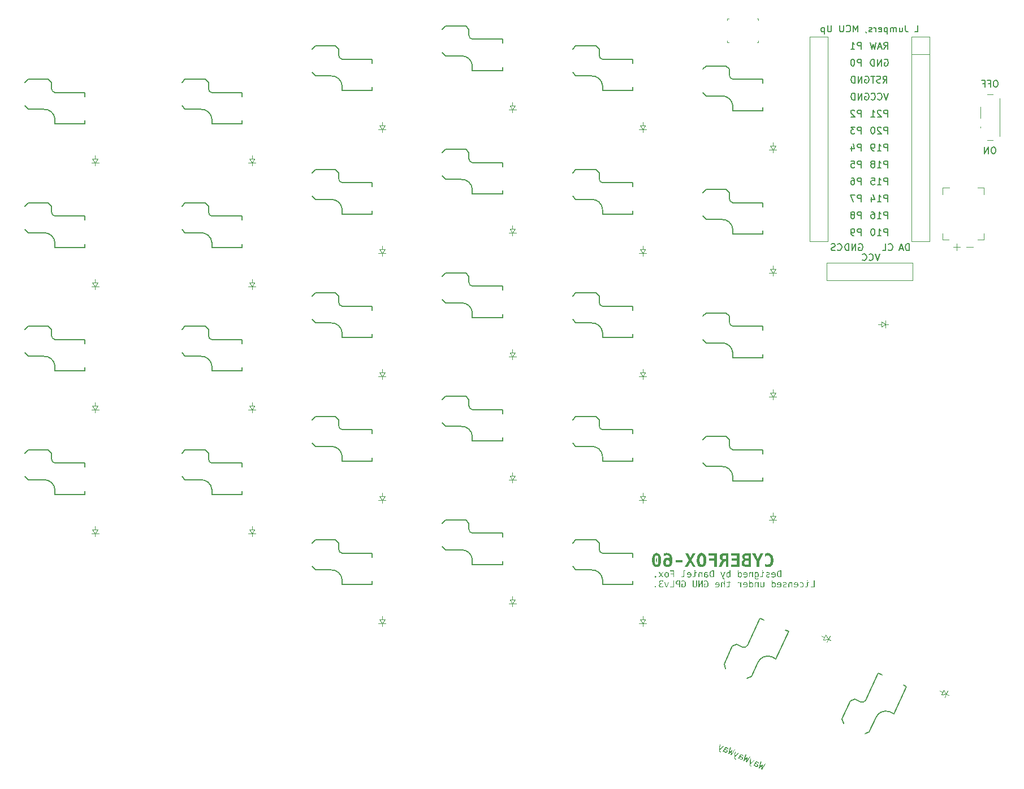
<source format=gbr>
%TF.GenerationSoftware,KiCad,Pcbnew,8.0.4*%
%TF.CreationDate,2024-07-28T16:02:37-05:00*%
%TF.ProjectId,reversible,72657665-7273-4696-926c-652e6b696361,0.5.0*%
%TF.SameCoordinates,Original*%
%TF.FileFunction,Legend,Bot*%
%TF.FilePolarity,Positive*%
%FSLAX46Y46*%
G04 Gerber Fmt 4.6, Leading zero omitted, Abs format (unit mm)*
G04 Created by KiCad (PCBNEW 8.0.4) date 2024-07-28 16:02:37*
%MOMM*%
%LPD*%
G01*
G04 APERTURE LIST*
%ADD10C,0.200000*%
%ADD11C,0.150000*%
%ADD12C,0.120000*%
%ADD13C,0.100000*%
G04 APERTURE END LIST*
D10*
G36*
X138449199Y-128755214D02*
G01*
X138327230Y-128698339D01*
X137888750Y-129406912D01*
X138015337Y-128860930D01*
X137884514Y-128799926D01*
X137545791Y-129248335D01*
X137807257Y-128455871D01*
X137685288Y-128398996D01*
X137394015Y-129384261D01*
X137512442Y-129439484D01*
X137889725Y-128958662D01*
X137763242Y-129556434D01*
X137881669Y-129611658D01*
X138449199Y-128755214D01*
G37*
G36*
X137089265Y-128400529D02*
G01*
X137122183Y-128406801D01*
X137170527Y-128420590D01*
X137217632Y-128439637D01*
X137247406Y-128454565D01*
X137289997Y-128479908D01*
X137330102Y-128508791D01*
X137355729Y-128529652D01*
X137393112Y-128562533D01*
X137429225Y-128597323D01*
X137375963Y-128711545D01*
X137356000Y-128684281D01*
X137322688Y-128645731D01*
X137285335Y-128609996D01*
X137258328Y-128588088D01*
X137215386Y-128559082D01*
X137169529Y-128534705D01*
X137130185Y-128518952D01*
X137080252Y-128507705D01*
X137027458Y-128509958D01*
X136984698Y-128530165D01*
X136950535Y-128566881D01*
X136926163Y-128609866D01*
X136917905Y-128627575D01*
X137071086Y-128699004D01*
X137080919Y-128703686D01*
X137127909Y-128728988D01*
X137171272Y-128757440D01*
X137211007Y-128789044D01*
X137244835Y-128823867D01*
X137272911Y-128866119D01*
X137291415Y-128912507D01*
X137293654Y-128921351D01*
X137297376Y-128972689D01*
X137288140Y-129023312D01*
X137269551Y-129072091D01*
X137249228Y-129109680D01*
X137217551Y-129150971D01*
X137175659Y-129185367D01*
X137127143Y-129206996D01*
X137086433Y-129215314D01*
X137032915Y-129215608D01*
X136984234Y-129206045D01*
X136934508Y-129187237D01*
X136891755Y-129163695D01*
X136849515Y-129131704D01*
X136812292Y-129093326D01*
X136784822Y-129053625D01*
X136764374Y-129005695D01*
X136754159Y-128953301D01*
X136746852Y-128964368D01*
X136718289Y-129004217D01*
X136710909Y-129013569D01*
X136676590Y-129049720D01*
X136562147Y-128996354D01*
X136588886Y-128969997D01*
X136622227Y-128929001D01*
X136645535Y-128893138D01*
X136827592Y-128893138D01*
X136833513Y-128941867D01*
X136852219Y-128990942D01*
X136871721Y-129019577D01*
X136908016Y-129052608D01*
X136951621Y-129077718D01*
X136971581Y-129086098D01*
X137021238Y-129098158D01*
X137071099Y-129095433D01*
X137084361Y-129091511D01*
X137127076Y-129062732D01*
X137155138Y-129019817D01*
X137170213Y-128970345D01*
X137164788Y-128921102D01*
X137142131Y-128880690D01*
X137107117Y-128845970D01*
X137101914Y-128842010D01*
X137061185Y-128814669D01*
X137017448Y-128791491D01*
X136872901Y-128724087D01*
X136861546Y-128748437D01*
X136850110Y-128775535D01*
X136835915Y-128822351D01*
X136828251Y-128873586D01*
X136827592Y-128893138D01*
X136645535Y-128893138D01*
X136650469Y-128885546D01*
X136671578Y-128848378D01*
X136694758Y-128804970D01*
X136716757Y-128760151D01*
X136782715Y-128618702D01*
X136805883Y-128571030D01*
X136829449Y-128527447D01*
X136856659Y-128485559D01*
X136876953Y-128462011D01*
X136915318Y-128430451D01*
X136961974Y-128408815D01*
X136988841Y-128401987D01*
X137040190Y-128396758D01*
X137089265Y-128400529D01*
G37*
G36*
X136298791Y-129083754D02*
G01*
X136231277Y-129052271D01*
X136190087Y-129024440D01*
X136167013Y-128987810D01*
X136158873Y-128935308D01*
X136158616Y-128880834D01*
X136161458Y-128828212D01*
X136163491Y-128802912D01*
X136752591Y-128240033D01*
X136631729Y-128183674D01*
X136170407Y-128636088D01*
X136223543Y-127993333D01*
X136102681Y-127936974D01*
X136064733Y-128495723D01*
X136061230Y-128546770D01*
X136057623Y-128598579D01*
X136056740Y-128611111D01*
X136055522Y-128634528D01*
X136053595Y-128655997D01*
X136049388Y-128697963D01*
X136047624Y-128721394D01*
X136043027Y-128773742D01*
X136039382Y-128826040D01*
X136037588Y-128861971D01*
X136036209Y-128913385D01*
X136037660Y-128956596D01*
X136046519Y-129008610D01*
X136065667Y-129053662D01*
X136100147Y-129096622D01*
X136141340Y-129126751D01*
X136162144Y-129137532D01*
X136253787Y-129180266D01*
X136298791Y-129083754D01*
G37*
G36*
X136159459Y-127687491D02*
G01*
X136037490Y-127630615D01*
X135599011Y-128339189D01*
X135725597Y-127793207D01*
X135594774Y-127732203D01*
X135256052Y-128180612D01*
X135517517Y-127388148D01*
X135395548Y-127331273D01*
X135104275Y-128316538D01*
X135222702Y-128371761D01*
X135599985Y-127890939D01*
X135473502Y-128488711D01*
X135591930Y-128543935D01*
X136159459Y-127687491D01*
G37*
G36*
X134799525Y-127332806D02*
G01*
X134832443Y-127339078D01*
X134880788Y-127352867D01*
X134927893Y-127371914D01*
X134957667Y-127386842D01*
X135000257Y-127412185D01*
X135040363Y-127441068D01*
X135065990Y-127461928D01*
X135103372Y-127494810D01*
X135139485Y-127529600D01*
X135086223Y-127643822D01*
X135066260Y-127616558D01*
X135032949Y-127578008D01*
X134995596Y-127542273D01*
X134968588Y-127520365D01*
X134925647Y-127491359D01*
X134879789Y-127466982D01*
X134840445Y-127451229D01*
X134790512Y-127439982D01*
X134737718Y-127442235D01*
X134694959Y-127462442D01*
X134660795Y-127499158D01*
X134636423Y-127542143D01*
X134628166Y-127559852D01*
X134781346Y-127631281D01*
X134791180Y-127635963D01*
X134838170Y-127661265D01*
X134881532Y-127689717D01*
X134921267Y-127721320D01*
X134955096Y-127756144D01*
X134983171Y-127798396D01*
X135001676Y-127844783D01*
X135003915Y-127853628D01*
X135007637Y-127904966D01*
X134998400Y-127955589D01*
X134979811Y-128004368D01*
X134959488Y-128041957D01*
X134927812Y-128083248D01*
X134885920Y-128117644D01*
X134837404Y-128139273D01*
X134796693Y-128147591D01*
X134743176Y-128147885D01*
X134694494Y-128138322D01*
X134644768Y-128119513D01*
X134602016Y-128095972D01*
X134559776Y-128063981D01*
X134522552Y-128025603D01*
X134495083Y-127985902D01*
X134474635Y-127937972D01*
X134464420Y-127885578D01*
X134457113Y-127896645D01*
X134428550Y-127936494D01*
X134421170Y-127945846D01*
X134386850Y-127981997D01*
X134272407Y-127928631D01*
X134299146Y-127902274D01*
X134332487Y-127861278D01*
X134355795Y-127825415D01*
X134537853Y-127825415D01*
X134543773Y-127874144D01*
X134562479Y-127923219D01*
X134581981Y-127951854D01*
X134618277Y-127984885D01*
X134661881Y-128009995D01*
X134681841Y-128018375D01*
X134731499Y-128030435D01*
X134781360Y-128027710D01*
X134794621Y-128023788D01*
X134837337Y-127995009D01*
X134865398Y-127952094D01*
X134880474Y-127902622D01*
X134875049Y-127853379D01*
X134852391Y-127812967D01*
X134817378Y-127778247D01*
X134812174Y-127774287D01*
X134771445Y-127746946D01*
X134727709Y-127723768D01*
X134583161Y-127656364D01*
X134571807Y-127680714D01*
X134560370Y-127707811D01*
X134546176Y-127754628D01*
X134538512Y-127805863D01*
X134537853Y-127825415D01*
X134355795Y-127825415D01*
X134360729Y-127817823D01*
X134381839Y-127780655D01*
X134405018Y-127737247D01*
X134427017Y-127692428D01*
X134492976Y-127550979D01*
X134516143Y-127503307D01*
X134539709Y-127459724D01*
X134566919Y-127417836D01*
X134587214Y-127394288D01*
X134625578Y-127362728D01*
X134672234Y-127341092D01*
X134699102Y-127334264D01*
X134750451Y-127329035D01*
X134799525Y-127332806D01*
G37*
G36*
X134009052Y-128016030D02*
G01*
X133941537Y-127984548D01*
X133900347Y-127956717D01*
X133877274Y-127920086D01*
X133869134Y-127867585D01*
X133868877Y-127813111D01*
X133871719Y-127760488D01*
X133873752Y-127735189D01*
X134462852Y-127172309D01*
X134341990Y-127115951D01*
X133880667Y-127568365D01*
X133933803Y-126925610D01*
X133812941Y-126869251D01*
X133774993Y-127427999D01*
X133771491Y-127479047D01*
X133767884Y-127530856D01*
X133767000Y-127543388D01*
X133765782Y-127566805D01*
X133763856Y-127588274D01*
X133759648Y-127630239D01*
X133757884Y-127653671D01*
X133753287Y-127706019D01*
X133749643Y-127758317D01*
X133747848Y-127794248D01*
X133746469Y-127845662D01*
X133747920Y-127888873D01*
X133756780Y-127940887D01*
X133775927Y-127985939D01*
X133810408Y-128028899D01*
X133851601Y-128059028D01*
X133872405Y-128069809D01*
X133964047Y-128112543D01*
X134009052Y-128016030D01*
G37*
G36*
X133869720Y-126619767D02*
G01*
X133747751Y-126562892D01*
X133309271Y-127271466D01*
X133435858Y-126725484D01*
X133305035Y-126664480D01*
X132966312Y-127112889D01*
X133227778Y-126320425D01*
X133105809Y-126263550D01*
X132814536Y-127248815D01*
X132932963Y-127304038D01*
X133310246Y-126823215D01*
X133183763Y-127420988D01*
X133302190Y-127476211D01*
X133869720Y-126619767D01*
G37*
G36*
X132509786Y-126265083D02*
G01*
X132542704Y-126271355D01*
X132591048Y-126285144D01*
X132638153Y-126304191D01*
X132667927Y-126319119D01*
X132710518Y-126344462D01*
X132750623Y-126373345D01*
X132776250Y-126394205D01*
X132813633Y-126427087D01*
X132849746Y-126461877D01*
X132796484Y-126576098D01*
X132776521Y-126548835D01*
X132743209Y-126510285D01*
X132705856Y-126474550D01*
X132678849Y-126452642D01*
X132635907Y-126423636D01*
X132590050Y-126399259D01*
X132550706Y-126383506D01*
X132500773Y-126372259D01*
X132447979Y-126374512D01*
X132405219Y-126394718D01*
X132371056Y-126431435D01*
X132346684Y-126474420D01*
X132338426Y-126492129D01*
X132491607Y-126563558D01*
X132501440Y-126568240D01*
X132548430Y-126593542D01*
X132591793Y-126621994D01*
X132631528Y-126653597D01*
X132665356Y-126688421D01*
X132693432Y-126730673D01*
X132711936Y-126777060D01*
X132714175Y-126785905D01*
X132717897Y-126837243D01*
X132708661Y-126887866D01*
X132690072Y-126936645D01*
X132669749Y-126974234D01*
X132638072Y-127015525D01*
X132596180Y-127049921D01*
X132547664Y-127071550D01*
X132506954Y-127079868D01*
X132453436Y-127080162D01*
X132404755Y-127070599D01*
X132355029Y-127051790D01*
X132312276Y-127028249D01*
X132270036Y-126996258D01*
X132232813Y-126957880D01*
X132205343Y-126918179D01*
X132184895Y-126870248D01*
X132174680Y-126817855D01*
X132167373Y-126828922D01*
X132138810Y-126868771D01*
X132131430Y-126878123D01*
X132097111Y-126914274D01*
X131982668Y-126860908D01*
X132009407Y-126834551D01*
X132042748Y-126793555D01*
X132066056Y-126757692D01*
X132248113Y-126757692D01*
X132254034Y-126806421D01*
X132272740Y-126855496D01*
X132292242Y-126884131D01*
X132328537Y-126917162D01*
X132372142Y-126942272D01*
X132392102Y-126950652D01*
X132441759Y-126962712D01*
X132491620Y-126959987D01*
X132504882Y-126956065D01*
X132547597Y-126927286D01*
X132575659Y-126884371D01*
X132590734Y-126834899D01*
X132585309Y-126785656D01*
X132562652Y-126745244D01*
X132527638Y-126710524D01*
X132522435Y-126706564D01*
X132481706Y-126679223D01*
X132437969Y-126656045D01*
X132293422Y-126588641D01*
X132282067Y-126612991D01*
X132270631Y-126640088D01*
X132256436Y-126686905D01*
X132248772Y-126738140D01*
X132248113Y-126757692D01*
X132066056Y-126757692D01*
X132070990Y-126750100D01*
X132092099Y-126712932D01*
X132115279Y-126669524D01*
X132137278Y-126624705D01*
X132203236Y-126483256D01*
X132226404Y-126435584D01*
X132249970Y-126392001D01*
X132277180Y-126350113D01*
X132297474Y-126326565D01*
X132335839Y-126295005D01*
X132382495Y-126273369D01*
X132409362Y-126266541D01*
X132460711Y-126261312D01*
X132509786Y-126265083D01*
G37*
G36*
X131719312Y-126948307D02*
G01*
X131651798Y-126916825D01*
X131610608Y-126888994D01*
X131587534Y-126852363D01*
X131579394Y-126799862D01*
X131579137Y-126745388D01*
X131581979Y-126692765D01*
X131584012Y-126667466D01*
X132173112Y-126104586D01*
X132052250Y-126048227D01*
X131590928Y-126500641D01*
X131644064Y-125857887D01*
X131523202Y-125801528D01*
X131485254Y-126360276D01*
X131481751Y-126411324D01*
X131478144Y-126463133D01*
X131477261Y-126475665D01*
X131476043Y-126499082D01*
X131474116Y-126520551D01*
X131469909Y-126562516D01*
X131468145Y-126585948D01*
X131463548Y-126638296D01*
X131459903Y-126690594D01*
X131458109Y-126726524D01*
X131456730Y-126777939D01*
X131458181Y-126821150D01*
X131467040Y-126873164D01*
X131486188Y-126918215D01*
X131520668Y-126961176D01*
X131561861Y-126991305D01*
X131582665Y-127002086D01*
X131674308Y-127044820D01*
X131719312Y-126948307D01*
G37*
G36*
X140775886Y-100817379D02*
G01*
X140568769Y-100817379D01*
X140512200Y-100815444D01*
X140459485Y-100809639D01*
X140410625Y-100799965D01*
X140354970Y-100782430D01*
X140305338Y-100758849D01*
X140261729Y-100729221D01*
X140224142Y-100693547D01*
X140217320Y-100685676D01*
X140186458Y-100642345D01*
X140161010Y-100592396D01*
X140140977Y-100535828D01*
X140128849Y-100485807D01*
X140120186Y-100431551D01*
X140114988Y-100373059D01*
X140113256Y-100310330D01*
X140113264Y-100309109D01*
X140259069Y-100309109D01*
X140259136Y-100323228D01*
X140260750Y-100376939D01*
X140264517Y-100426223D01*
X140272252Y-100481602D01*
X140283350Y-100530064D01*
X140301107Y-100579088D01*
X140327945Y-100623694D01*
X140332324Y-100629058D01*
X140368810Y-100661842D01*
X140415511Y-100686280D01*
X140463671Y-100700585D01*
X140519335Y-100708760D01*
X140571455Y-100710889D01*
X140636912Y-100710889D01*
X140636912Y-99907818D01*
X140571455Y-99907818D01*
X140525244Y-99909499D01*
X140473853Y-99916119D01*
X140424177Y-99929067D01*
X140409095Y-99934681D01*
X140363040Y-99960039D01*
X140327457Y-99994280D01*
X140323249Y-99999778D01*
X140297537Y-100046105D01*
X140280707Y-100096735D01*
X140270355Y-100146627D01*
X140263343Y-100203520D01*
X140260137Y-100254074D01*
X140259069Y-100309109D01*
X140113264Y-100309109D01*
X140113364Y-100294131D01*
X140115963Y-100232019D01*
X140122027Y-100174204D01*
X140131556Y-100120686D01*
X140144551Y-100071465D01*
X140165667Y-100015982D01*
X140192197Y-99967214D01*
X140224142Y-99925159D01*
X140261729Y-99889485D01*
X140305338Y-99859858D01*
X140354970Y-99836277D01*
X140410625Y-99818742D01*
X140459485Y-99809068D01*
X140512200Y-99803263D01*
X140568769Y-99801328D01*
X140775886Y-99801328D01*
X140775886Y-100817379D01*
G37*
G36*
X139637453Y-100038384D02*
G01*
X139689160Y-100047662D01*
X139736196Y-100063686D01*
X139783528Y-100089779D01*
X139811746Y-100111260D01*
X139848955Y-100148472D01*
X139880019Y-100191674D01*
X139902474Y-100235104D01*
X139919998Y-100282242D01*
X139932516Y-100332068D01*
X139940026Y-100384580D01*
X139942530Y-100439779D01*
X139940954Y-100484189D01*
X139934551Y-100536321D01*
X139923222Y-100584696D01*
X139903127Y-100637787D01*
X139875938Y-100685469D01*
X139841658Y-100727741D01*
X139815249Y-100752414D01*
X139771171Y-100783254D01*
X139721734Y-100806693D01*
X139666940Y-100822730D01*
X139617185Y-100830440D01*
X139563709Y-100833010D01*
X139529088Y-100832018D01*
X139477843Y-100826809D01*
X139427422Y-100817134D01*
X139394189Y-100808418D01*
X139344742Y-100792882D01*
X139295775Y-100774392D01*
X139295775Y-100653003D01*
X139327191Y-100667703D01*
X139375345Y-100687636D01*
X139424735Y-100705027D01*
X139458349Y-100714430D01*
X139509800Y-100723498D01*
X139562488Y-100726520D01*
X139606538Y-100724116D01*
X139658699Y-100713430D01*
X139708403Y-100691191D01*
X139748601Y-100658132D01*
X139773059Y-100625968D01*
X139795679Y-100578021D01*
X139807448Y-100529172D01*
X139811371Y-100474462D01*
X139811371Y-100470554D01*
X139266466Y-100470554D01*
X139266466Y-100408516D01*
X139267208Y-100376394D01*
X139268315Y-100364064D01*
X139392251Y-100364064D01*
X139806487Y-100364064D01*
X139804472Y-100348852D01*
X139792611Y-100298376D01*
X139773270Y-100252201D01*
X139769893Y-100245991D01*
X139739521Y-100204532D01*
X139700241Y-100172089D01*
X139681857Y-100161962D01*
X139632750Y-100146482D01*
X139583737Y-100142291D01*
X139566881Y-100142753D01*
X139517948Y-100150632D01*
X139472607Y-100171845D01*
X139436337Y-100206405D01*
X139411546Y-100251468D01*
X139407024Y-100264233D01*
X139395944Y-100311858D01*
X139392251Y-100364064D01*
X139268315Y-100364064D01*
X139271747Y-100325825D01*
X139282641Y-100270037D01*
X139299477Y-100219590D01*
X139322254Y-100174485D01*
X139350974Y-100134720D01*
X139384994Y-100101103D01*
X139430805Y-100070674D01*
X139483208Y-100049712D01*
X139533372Y-100039279D01*
X139588378Y-100035801D01*
X139637453Y-100038384D01*
G37*
G36*
X138782376Y-100833010D02*
G01*
X138832083Y-100830696D01*
X138885459Y-100823754D01*
X138934131Y-100814119D01*
X138985500Y-100801085D01*
X139039564Y-100784650D01*
X139039564Y-100655201D01*
X138986816Y-100679439D01*
X138936284Y-100698661D01*
X138887967Y-100712869D01*
X138834397Y-100723107D01*
X138783842Y-100726520D01*
X138732714Y-100722624D01*
X138685562Y-100709486D01*
X138656103Y-100693547D01*
X138621742Y-100657523D01*
X138608278Y-100608331D01*
X138608231Y-100604887D01*
X138620905Y-100556707D01*
X138648287Y-100527462D01*
X138692285Y-100503920D01*
X138739711Y-100488375D01*
X138775782Y-100479835D01*
X138828294Y-100469088D01*
X138878669Y-100456479D01*
X138926729Y-100438134D01*
X138969433Y-100412584D01*
X138986563Y-100397769D01*
X139017224Y-100355351D01*
X139032897Y-100307597D01*
X139036877Y-100262215D01*
X139032176Y-100210893D01*
X139015646Y-100160674D01*
X138987216Y-100118415D01*
X138961651Y-100094664D01*
X138920068Y-100068912D01*
X138870548Y-100050517D01*
X138820706Y-100040458D01*
X138764787Y-100036031D01*
X138747694Y-100035801D01*
X138696563Y-100038022D01*
X138646180Y-100044684D01*
X138596546Y-100055787D01*
X138547659Y-100071331D01*
X138520060Y-100082208D01*
X138520060Y-100205794D01*
X138567437Y-100181051D01*
X138615749Y-100162384D01*
X138664997Y-100149795D01*
X138715179Y-100143284D01*
X138744274Y-100142291D01*
X138800468Y-100146215D01*
X138851334Y-100160713D01*
X138893479Y-100195049D01*
X138909465Y-100247043D01*
X138909627Y-100253910D01*
X138900275Y-100303051D01*
X138895461Y-100311552D01*
X138854953Y-100341728D01*
X138840750Y-100347455D01*
X138790681Y-100362171D01*
X138740626Y-100373608D01*
X138721560Y-100377497D01*
X138671002Y-100387023D01*
X138616259Y-100401808D01*
X138570795Y-100422963D01*
X138528486Y-100456754D01*
X138499537Y-100499716D01*
X138483950Y-100551848D01*
X138480981Y-100591698D01*
X138486033Y-100644790D01*
X138501192Y-100691960D01*
X138530324Y-100737946D01*
X138561825Y-100768530D01*
X138605835Y-100796740D01*
X138657263Y-100816890D01*
X138708349Y-100827910D01*
X138765114Y-100832758D01*
X138782376Y-100833010D01*
G37*
G36*
X137985412Y-99910749D02*
G01*
X138005928Y-99890721D01*
X138005928Y-99774462D01*
X137985412Y-99754434D01*
X137886982Y-99754434D01*
X137866466Y-99774462D01*
X137866466Y-99890721D01*
X137886982Y-99910749D01*
X137985412Y-99910749D01*
G37*
G36*
X137755824Y-100817379D02*
G01*
X137809053Y-100812921D01*
X137861310Y-100797250D01*
X137905490Y-100770297D01*
X137930457Y-100746060D01*
X137960328Y-100701345D01*
X137978673Y-100653877D01*
X137989294Y-100599144D01*
X137992251Y-100545292D01*
X137992251Y-100157923D01*
X138159801Y-100157923D01*
X138159801Y-100051433D01*
X137866466Y-100051433D01*
X137866466Y-100541384D01*
X137862772Y-100593522D01*
X137848880Y-100643233D01*
X137835203Y-100667413D01*
X137796490Y-100700020D01*
X137747110Y-100710846D01*
X137743367Y-100710889D01*
X137596577Y-100710889D01*
X137596577Y-100817379D01*
X137755824Y-100817379D01*
G37*
G36*
X137144467Y-100038545D02*
G01*
X137193126Y-100049349D01*
X137239494Y-100070484D01*
X137263340Y-100086638D01*
X137302043Y-100122405D01*
X137331330Y-100162075D01*
X137347587Y-100191399D01*
X137367451Y-100238191D01*
X137381888Y-100288348D01*
X137388727Y-100322802D01*
X137395321Y-100374540D01*
X137397519Y-100426346D01*
X137396542Y-100460814D01*
X137391413Y-100512632D01*
X137381888Y-100564587D01*
X137372897Y-100598506D01*
X137355002Y-100646523D01*
X137331818Y-100691105D01*
X137315593Y-100715034D01*
X137279878Y-100753769D01*
X137240471Y-100782940D01*
X137206528Y-100799588D01*
X137155260Y-100813309D01*
X137102230Y-100817379D01*
X137076229Y-100816288D01*
X137024373Y-100806443D01*
X136978643Y-100786360D01*
X136956614Y-100770999D01*
X136921284Y-100733542D01*
X136895112Y-100688663D01*
X136895112Y-100780986D01*
X136895523Y-100802123D01*
X136900444Y-100853449D01*
X136911965Y-100902863D01*
X136913027Y-100906168D01*
X136934679Y-100950247D01*
X136969606Y-100985906D01*
X136986152Y-100996033D01*
X137033777Y-101011513D01*
X137084644Y-101015704D01*
X137103367Y-101015251D01*
X137155219Y-101009160D01*
X137202614Y-100997141D01*
X137216936Y-100992401D01*
X137265683Y-100974249D01*
X137312279Y-100953666D01*
X137312279Y-101082626D01*
X137298700Y-101087030D01*
X137250815Y-101100641D01*
X137202369Y-101111447D01*
X137191932Y-101113367D01*
X137143339Y-101119832D01*
X137091483Y-101122194D01*
X137080965Y-101122101D01*
X137031116Y-101118845D01*
X136977326Y-101108798D01*
X136930114Y-101092054D01*
X136883346Y-101064055D01*
X136845531Y-101026939D01*
X136840842Y-101020920D01*
X136812191Y-100975144D01*
X136790834Y-100922987D01*
X136778331Y-100873201D01*
X136771187Y-100818727D01*
X136769327Y-100769751D01*
X136769327Y-100424636D01*
X136895112Y-100424636D01*
X136895157Y-100433303D01*
X136897997Y-100490337D01*
X136905255Y-100541014D01*
X136918959Y-100591145D01*
X136941274Y-100637616D01*
X136944201Y-100642124D01*
X136978147Y-100679333D01*
X137025295Y-100703733D01*
X137077073Y-100710889D01*
X137088090Y-100710600D01*
X137138485Y-100700516D01*
X137181055Y-100676025D01*
X137215803Y-100637127D01*
X137221748Y-100627619D01*
X137243753Y-100578456D01*
X137256793Y-100525997D01*
X137263170Y-100473334D01*
X137264896Y-100423171D01*
X137264849Y-100414581D01*
X137261888Y-100358141D01*
X137254323Y-100308152D01*
X137240039Y-100258922D01*
X137216780Y-100213610D01*
X137210598Y-100204974D01*
X137174682Y-100170150D01*
X137130418Y-100149256D01*
X137077806Y-100142291D01*
X137027613Y-100148195D01*
X136982795Y-100169158D01*
X136954318Y-100195705D01*
X136927596Y-100238767D01*
X136912595Y-100280234D01*
X136901951Y-100330603D01*
X136897042Y-100375593D01*
X136895112Y-100424636D01*
X136769327Y-100424636D01*
X136769327Y-100051433D01*
X136882900Y-100051433D01*
X136895112Y-100156702D01*
X136906004Y-100137774D01*
X136938397Y-100096432D01*
X136979864Y-100064622D01*
X137003157Y-100053392D01*
X137050943Y-100039854D01*
X137100276Y-100035801D01*
X137144467Y-100038545D01*
G37*
G36*
X136525328Y-100051433D02*
G01*
X136412000Y-100051433D01*
X136399543Y-100168669D01*
X136370649Y-100123515D01*
X136335624Y-100087703D01*
X136294468Y-100061233D01*
X136247181Y-100044106D01*
X136193764Y-100036320D01*
X136174595Y-100035801D01*
X136119641Y-100040625D01*
X136072013Y-100055097D01*
X136022783Y-100086753D01*
X135985002Y-100133483D01*
X135963020Y-100181721D01*
X135948366Y-100239607D01*
X135942183Y-100289352D01*
X135940122Y-100344524D01*
X135940122Y-100817379D01*
X136066640Y-100817379D01*
X136066640Y-100342815D01*
X136069480Y-100289028D01*
X136079298Y-100239416D01*
X136100335Y-100193987D01*
X136102544Y-100190896D01*
X136141486Y-100157670D01*
X136191126Y-100143478D01*
X136213674Y-100142291D01*
X136265643Y-100148469D01*
X136313441Y-100169535D01*
X136351427Y-100205550D01*
X136376801Y-100250191D01*
X136391602Y-100299097D01*
X136398368Y-100349510D01*
X136399543Y-100384336D01*
X136399543Y-100817379D01*
X136525328Y-100817379D01*
X136525328Y-100051433D01*
G37*
G36*
X135426706Y-100038384D02*
G01*
X135478413Y-100047662D01*
X135525449Y-100063686D01*
X135572781Y-100089779D01*
X135601000Y-100111260D01*
X135638208Y-100148472D01*
X135669272Y-100191674D01*
X135691727Y-100235104D01*
X135709252Y-100282242D01*
X135721769Y-100332068D01*
X135729280Y-100384580D01*
X135731783Y-100439779D01*
X135730207Y-100484189D01*
X135723804Y-100536321D01*
X135712476Y-100584696D01*
X135692380Y-100637787D01*
X135665192Y-100685469D01*
X135630911Y-100727741D01*
X135604502Y-100752414D01*
X135560424Y-100783254D01*
X135510988Y-100806693D01*
X135456193Y-100822730D01*
X135406438Y-100830440D01*
X135352963Y-100833010D01*
X135318341Y-100832018D01*
X135267096Y-100826809D01*
X135216675Y-100817134D01*
X135183443Y-100808418D01*
X135133995Y-100792882D01*
X135085028Y-100774392D01*
X135085028Y-100653003D01*
X135116444Y-100667703D01*
X135164598Y-100687636D01*
X135213988Y-100705027D01*
X135247602Y-100714430D01*
X135299054Y-100723498D01*
X135351741Y-100726520D01*
X135395791Y-100724116D01*
X135447952Y-100713430D01*
X135497656Y-100691191D01*
X135537854Y-100658132D01*
X135562313Y-100625968D01*
X135584932Y-100578021D01*
X135596702Y-100529172D01*
X135600625Y-100474462D01*
X135600625Y-100470554D01*
X135055719Y-100470554D01*
X135055719Y-100408516D01*
X135056462Y-100376394D01*
X135057569Y-100364064D01*
X135181504Y-100364064D01*
X135595740Y-100364064D01*
X135593725Y-100348852D01*
X135581864Y-100298376D01*
X135562523Y-100252201D01*
X135559146Y-100245991D01*
X135528775Y-100204532D01*
X135489494Y-100172089D01*
X135471110Y-100161962D01*
X135422003Y-100146482D01*
X135372990Y-100142291D01*
X135356134Y-100142753D01*
X135307201Y-100150632D01*
X135261860Y-100171845D01*
X135225590Y-100206405D01*
X135200799Y-100251468D01*
X135196277Y-100264233D01*
X135185197Y-100311858D01*
X135181504Y-100364064D01*
X135057569Y-100364064D01*
X135061001Y-100325825D01*
X135071894Y-100270037D01*
X135088730Y-100219590D01*
X135111508Y-100174485D01*
X135140227Y-100134720D01*
X135174247Y-100101103D01*
X135220059Y-100070674D01*
X135272462Y-100049712D01*
X135322625Y-100039279D01*
X135377631Y-100035801D01*
X135426706Y-100038384D01*
G37*
G36*
X134387959Y-100156213D02*
G01*
X134400464Y-100134266D01*
X134432920Y-100094489D01*
X134472711Y-100065355D01*
X134493159Y-100055311D01*
X134540762Y-100040679D01*
X134592879Y-100035801D01*
X134626191Y-100037454D01*
X134680245Y-100048298D01*
X134728900Y-100069264D01*
X134772155Y-100100350D01*
X134810011Y-100141559D01*
X134828844Y-100169185D01*
X134852386Y-100215075D01*
X134870278Y-100266306D01*
X134882519Y-100322877D01*
X134888405Y-100374100D01*
X134890367Y-100429032D01*
X134888912Y-100474275D01*
X134883950Y-100523821D01*
X134875468Y-100573136D01*
X134866736Y-100608032D01*
X134849288Y-100657514D01*
X134826619Y-100703561D01*
X134808225Y-100731527D01*
X134775309Y-100767980D01*
X134736005Y-100797839D01*
X134693735Y-100817863D01*
X134645173Y-100829575D01*
X134595565Y-100833010D01*
X134561707Y-100831197D01*
X134507892Y-100819301D01*
X134460995Y-100796302D01*
X134421018Y-100762200D01*
X134387959Y-100716995D01*
X134375503Y-100817379D01*
X134262174Y-100817379D01*
X134262174Y-100433673D01*
X134387959Y-100433673D01*
X134389669Y-100481422D01*
X134394798Y-100531370D01*
X134404812Y-100580768D01*
X134421176Y-100626869D01*
X134441379Y-100662419D01*
X134477108Y-100698921D01*
X134522445Y-100720456D01*
X134573095Y-100726520D01*
X134624272Y-100720348D01*
X134669815Y-100698432D01*
X134700244Y-100668558D01*
X134725258Y-100626136D01*
X134741073Y-100580219D01*
X134750904Y-100530882D01*
X134755813Y-100483977D01*
X134757743Y-100433673D01*
X134756033Y-100386595D01*
X134750904Y-100337197D01*
X134741863Y-100291019D01*
X134725258Y-100242187D01*
X134705390Y-100206517D01*
X134669815Y-100170135D01*
X134624272Y-100148409D01*
X134573095Y-100142291D01*
X134522445Y-100148409D01*
X134477108Y-100170135D01*
X134446571Y-100199712D01*
X134421176Y-100242187D01*
X134404812Y-100288043D01*
X134394798Y-100337197D01*
X134389889Y-100383576D01*
X134387959Y-100433673D01*
X134262174Y-100433673D01*
X134262174Y-99754434D01*
X134387959Y-99754434D01*
X134387959Y-100156213D01*
G37*
G36*
X133158196Y-100817379D02*
G01*
X133044623Y-100817379D01*
X133032411Y-100716995D01*
X133009948Y-100750417D01*
X132972007Y-100787692D01*
X132926493Y-100813863D01*
X132873405Y-100828931D01*
X132821874Y-100833010D01*
X132777779Y-100830228D01*
X132729501Y-100819271D01*
X132683877Y-100797839D01*
X132660375Y-100781258D01*
X132622434Y-100744697D01*
X132593995Y-100704294D01*
X132576406Y-100670473D01*
X132557641Y-100622314D01*
X132545147Y-100575090D01*
X132537161Y-100530773D01*
X132531793Y-100481914D01*
X132530058Y-100434406D01*
X132662628Y-100434406D01*
X132664337Y-100481545D01*
X132669466Y-100531126D01*
X132679297Y-100580402D01*
X132695112Y-100626625D01*
X132714980Y-100662342D01*
X132750555Y-100698921D01*
X132795908Y-100720456D01*
X132847031Y-100726520D01*
X132897857Y-100720456D01*
X132943263Y-100698921D01*
X132973677Y-100669222D01*
X132999194Y-100626869D01*
X133015559Y-100580768D01*
X133025572Y-100531370D01*
X133030481Y-100484480D01*
X133032411Y-100433673D01*
X133030702Y-100386473D01*
X133025572Y-100336709D01*
X133016370Y-100290409D01*
X132999194Y-100241698D01*
X132978872Y-100206362D01*
X132943263Y-100170135D01*
X132897857Y-100148409D01*
X132847031Y-100142291D01*
X132795908Y-100148409D01*
X132750555Y-100170135D01*
X132720126Y-100199712D01*
X132695112Y-100242187D01*
X132679297Y-100288104D01*
X132669466Y-100337441D01*
X132664558Y-100384171D01*
X132662628Y-100434406D01*
X132530058Y-100434406D01*
X132530004Y-100432940D01*
X132531163Y-100393354D01*
X132536315Y-100340511D01*
X132544658Y-100292012D01*
X132553192Y-100257513D01*
X132570514Y-100208741D01*
X132593263Y-100163540D01*
X132606692Y-100142640D01*
X132641210Y-100102895D01*
X132683144Y-100070728D01*
X132724685Y-100050843D01*
X132772402Y-100039212D01*
X132821141Y-100035801D01*
X132846581Y-100036840D01*
X132898400Y-100046220D01*
X132945705Y-100065355D01*
X132968721Y-100079720D01*
X133005449Y-100114585D01*
X133032411Y-100156213D01*
X133032411Y-99754434D01*
X133158196Y-99754434D01*
X133158196Y-100817379D01*
G37*
G36*
X132322153Y-101007888D02*
G01*
X132247659Y-101007888D01*
X132198566Y-101000072D01*
X132162174Y-100976625D01*
X132132608Y-100932483D01*
X132109354Y-100883221D01*
X132089690Y-100834328D01*
X132080841Y-100810540D01*
X132376863Y-100051433D01*
X132243507Y-100051433D01*
X132016605Y-100656422D01*
X131793123Y-100051433D01*
X131659766Y-100051433D01*
X131861511Y-100573868D01*
X131879911Y-100621614D01*
X131898537Y-100670092D01*
X131903032Y-100681824D01*
X131911825Y-100703561D01*
X131919152Y-100723833D01*
X131933074Y-100763645D01*
X131941378Y-100785627D01*
X131959335Y-100835013D01*
X131978134Y-100883951D01*
X131991692Y-100917274D01*
X132012172Y-100964454D01*
X132031748Y-101003003D01*
X132061760Y-101046400D01*
X132098153Y-101079138D01*
X132147559Y-101103501D01*
X132197626Y-101113399D01*
X132221037Y-101114378D01*
X132322153Y-101114378D01*
X132322153Y-101007888D01*
G37*
G36*
X130670094Y-100817379D02*
G01*
X130462977Y-100817379D01*
X130406408Y-100815444D01*
X130353693Y-100809639D01*
X130304833Y-100799965D01*
X130249178Y-100782430D01*
X130199546Y-100758849D01*
X130155937Y-100729221D01*
X130118350Y-100693547D01*
X130111528Y-100685676D01*
X130080666Y-100642345D01*
X130055218Y-100592396D01*
X130035185Y-100535828D01*
X130023057Y-100485807D01*
X130014394Y-100431551D01*
X130009196Y-100373059D01*
X130007464Y-100310330D01*
X130007472Y-100309109D01*
X130153277Y-100309109D01*
X130153344Y-100323228D01*
X130154958Y-100376939D01*
X130158725Y-100426223D01*
X130166460Y-100481602D01*
X130177558Y-100530064D01*
X130195315Y-100579088D01*
X130222153Y-100623694D01*
X130226532Y-100629058D01*
X130263018Y-100661842D01*
X130309719Y-100686280D01*
X130357879Y-100700585D01*
X130413543Y-100708760D01*
X130465663Y-100710889D01*
X130531120Y-100710889D01*
X130531120Y-99907818D01*
X130465663Y-99907818D01*
X130419452Y-99909499D01*
X130368061Y-99916119D01*
X130318385Y-99929067D01*
X130303303Y-99934681D01*
X130257248Y-99960039D01*
X130221665Y-99994280D01*
X130217457Y-99999778D01*
X130191745Y-100046105D01*
X130174915Y-100096735D01*
X130164563Y-100146627D01*
X130157551Y-100203520D01*
X130154345Y-100254074D01*
X130153277Y-100309109D01*
X130007472Y-100309109D01*
X130007572Y-100294131D01*
X130010171Y-100232019D01*
X130016235Y-100174204D01*
X130025764Y-100120686D01*
X130038759Y-100071465D01*
X130059875Y-100015982D01*
X130086405Y-99967214D01*
X130118350Y-99925159D01*
X130155937Y-99889485D01*
X130199546Y-99859858D01*
X130249178Y-99836277D01*
X130304833Y-99818742D01*
X130353693Y-99809068D01*
X130406408Y-99803263D01*
X130462977Y-99801328D01*
X130670094Y-99801328D01*
X130670094Y-100817379D01*
G37*
G36*
X129547386Y-100036748D02*
G01*
X129596697Y-100041717D01*
X129645251Y-100050944D01*
X129677293Y-100059020D01*
X129725069Y-100073022D01*
X129772502Y-100089291D01*
X129772502Y-100215320D01*
X129742888Y-100199047D01*
X129696405Y-100178187D01*
X129647450Y-100161586D01*
X129613714Y-100153145D01*
X129562537Y-100145005D01*
X129510674Y-100142291D01*
X129468359Y-100144642D01*
X129418351Y-100155551D01*
X129371455Y-100179905D01*
X129341242Y-100216289D01*
X129325796Y-100264004D01*
X129321874Y-100313261D01*
X129321874Y-100332801D01*
X129490890Y-100332801D01*
X129501781Y-100332888D01*
X129555061Y-100335961D01*
X129606385Y-100343421D01*
X129655754Y-100355271D01*
X129701130Y-100372535D01*
X129744431Y-100398964D01*
X129780806Y-100433185D01*
X129786574Y-100440254D01*
X129811643Y-100485209D01*
X129824666Y-100534992D01*
X129828434Y-100587057D01*
X129825901Y-100629713D01*
X129814642Y-100680523D01*
X129791212Y-100729401D01*
X129756382Y-100769507D01*
X129723001Y-100794251D01*
X129674622Y-100817134D01*
X129626460Y-100829041D01*
X129573444Y-100833010D01*
X129524748Y-100829742D01*
X129472946Y-100818599D01*
X129422990Y-100799549D01*
X129381317Y-100775177D01*
X129342528Y-100740379D01*
X129311127Y-100697211D01*
X129309182Y-100710329D01*
X129300136Y-100758516D01*
X129297400Y-100770111D01*
X129281574Y-100817379D01*
X129155300Y-100817379D01*
X129168395Y-100782190D01*
X129181286Y-100730945D01*
X129188517Y-100679626D01*
X129191941Y-100637019D01*
X129194604Y-100587882D01*
X129195600Y-100537965D01*
X129195600Y-100466157D01*
X129321874Y-100466157D01*
X129322961Y-100495549D01*
X129329882Y-100543978D01*
X129344589Y-100593652D01*
X129352254Y-100611651D01*
X129378214Y-100653312D01*
X129415907Y-100689884D01*
X129445684Y-100707594D01*
X129492538Y-100722191D01*
X129542669Y-100726520D01*
X129564301Y-100725679D01*
X129614402Y-100715624D01*
X129658441Y-100692082D01*
X129668802Y-100682923D01*
X129695352Y-100638787D01*
X129702649Y-100588034D01*
X129695404Y-100536826D01*
X129669676Y-100494489D01*
X129632062Y-100467440D01*
X129585656Y-100450770D01*
X129579267Y-100449380D01*
X129530799Y-100441813D01*
X129481365Y-100439291D01*
X129321874Y-100439291D01*
X129321874Y-100466157D01*
X129195600Y-100466157D01*
X129195600Y-100381894D01*
X129196450Y-100328897D01*
X129199389Y-100279437D01*
X129206347Y-100229974D01*
X129214789Y-100200056D01*
X129236221Y-100155240D01*
X129269362Y-100115913D01*
X129290826Y-100098370D01*
X129335155Y-100071930D01*
X129381225Y-100054608D01*
X129413709Y-100046380D01*
X129463352Y-100038446D01*
X129514093Y-100035801D01*
X129547386Y-100036748D01*
G37*
G36*
X128945984Y-100051433D02*
G01*
X128832656Y-100051433D01*
X128820199Y-100168669D01*
X128791305Y-100123515D01*
X128756280Y-100087703D01*
X128715124Y-100061233D01*
X128667837Y-100044106D01*
X128614420Y-100036320D01*
X128595251Y-100035801D01*
X128540297Y-100040625D01*
X128492669Y-100055097D01*
X128443439Y-100086753D01*
X128405658Y-100133483D01*
X128383676Y-100181721D01*
X128369022Y-100239607D01*
X128362839Y-100289352D01*
X128360778Y-100344524D01*
X128360778Y-100817379D01*
X128487296Y-100817379D01*
X128487296Y-100342815D01*
X128490136Y-100289028D01*
X128499954Y-100239416D01*
X128520991Y-100193987D01*
X128523200Y-100190896D01*
X128562142Y-100157670D01*
X128611782Y-100143478D01*
X128634330Y-100142291D01*
X128686299Y-100148469D01*
X128734097Y-100169535D01*
X128772083Y-100205550D01*
X128797457Y-100250191D01*
X128812258Y-100299097D01*
X128819024Y-100349510D01*
X128820199Y-100384336D01*
X128820199Y-100817379D01*
X128945984Y-100817379D01*
X128945984Y-100051433D01*
G37*
G36*
X127879620Y-99910749D02*
G01*
X127900136Y-99890721D01*
X127900136Y-99774462D01*
X127879620Y-99754434D01*
X127781190Y-99754434D01*
X127760674Y-99774462D01*
X127760674Y-99890721D01*
X127781190Y-99910749D01*
X127879620Y-99910749D01*
G37*
G36*
X127650032Y-100817379D02*
G01*
X127703261Y-100812921D01*
X127755518Y-100797250D01*
X127799698Y-100770297D01*
X127824665Y-100746060D01*
X127854536Y-100701345D01*
X127872881Y-100653877D01*
X127883502Y-100599144D01*
X127886459Y-100545292D01*
X127886459Y-100157923D01*
X128054009Y-100157923D01*
X128054009Y-100051433D01*
X127760674Y-100051433D01*
X127760674Y-100541384D01*
X127756979Y-100593522D01*
X127743088Y-100643233D01*
X127729411Y-100667413D01*
X127690698Y-100700020D01*
X127641318Y-100710846D01*
X127637575Y-100710889D01*
X127490785Y-100710889D01*
X127490785Y-100817379D01*
X127650032Y-100817379D01*
G37*
G36*
X127005213Y-100038384D02*
G01*
X127056920Y-100047662D01*
X127103956Y-100063686D01*
X127151288Y-100089779D01*
X127179506Y-100111260D01*
X127216715Y-100148472D01*
X127247779Y-100191674D01*
X127270234Y-100235104D01*
X127287758Y-100282242D01*
X127300276Y-100332068D01*
X127307786Y-100384580D01*
X127310290Y-100439779D01*
X127308714Y-100484189D01*
X127302311Y-100536321D01*
X127290982Y-100584696D01*
X127270887Y-100637787D01*
X127243698Y-100685469D01*
X127209418Y-100727741D01*
X127183009Y-100752414D01*
X127138931Y-100783254D01*
X127089494Y-100806693D01*
X127034700Y-100822730D01*
X126984945Y-100830440D01*
X126931469Y-100833010D01*
X126896848Y-100832018D01*
X126845603Y-100826809D01*
X126795182Y-100817134D01*
X126761949Y-100808418D01*
X126712502Y-100792882D01*
X126663535Y-100774392D01*
X126663535Y-100653003D01*
X126694951Y-100667703D01*
X126743105Y-100687636D01*
X126792495Y-100705027D01*
X126826109Y-100714430D01*
X126877560Y-100723498D01*
X126930248Y-100726520D01*
X126974298Y-100724116D01*
X127026459Y-100713430D01*
X127076163Y-100691191D01*
X127116361Y-100658132D01*
X127140819Y-100625968D01*
X127163439Y-100578021D01*
X127175208Y-100529172D01*
X127179131Y-100474462D01*
X127179131Y-100470554D01*
X126634226Y-100470554D01*
X126634226Y-100408516D01*
X126634968Y-100376394D01*
X126636075Y-100364064D01*
X126760011Y-100364064D01*
X127174247Y-100364064D01*
X127172232Y-100348852D01*
X127160371Y-100298376D01*
X127141030Y-100252201D01*
X127137653Y-100245991D01*
X127107281Y-100204532D01*
X127068001Y-100172089D01*
X127049617Y-100161962D01*
X127000510Y-100146482D01*
X126951497Y-100142291D01*
X126934641Y-100142753D01*
X126885708Y-100150632D01*
X126840367Y-100171845D01*
X126804097Y-100206405D01*
X126779306Y-100251468D01*
X126774784Y-100264233D01*
X126763704Y-100311858D01*
X126760011Y-100364064D01*
X126636075Y-100364064D01*
X126639507Y-100325825D01*
X126650401Y-100270037D01*
X126667237Y-100219590D01*
X126690014Y-100174485D01*
X126718734Y-100134720D01*
X126752754Y-100101103D01*
X126798565Y-100070674D01*
X126850968Y-100049712D01*
X126901132Y-100039279D01*
X126956138Y-100035801D01*
X127005213Y-100038384D01*
G37*
G36*
X125991623Y-100817379D02*
G01*
X126044868Y-100812906D01*
X126097178Y-100797181D01*
X126141450Y-100770136D01*
X126166501Y-100745815D01*
X126196371Y-100700806D01*
X126214716Y-100653045D01*
X126225337Y-100597988D01*
X126228294Y-100543827D01*
X126228294Y-99860924D01*
X126429794Y-99860924D01*
X126429794Y-99754434D01*
X126102509Y-99754434D01*
X126102509Y-100541140D01*
X126098786Y-100593417D01*
X126084786Y-100643218D01*
X126071002Y-100667413D01*
X126032350Y-100700020D01*
X125983138Y-100710846D01*
X125979411Y-100710889D01*
X125832376Y-100710889D01*
X125832376Y-100817379D01*
X125991623Y-100817379D01*
G37*
G36*
X124709348Y-99801328D02*
G01*
X124108510Y-99801328D01*
X124108510Y-99907818D01*
X124570618Y-99907818D01*
X124570618Y-100241942D01*
X124151497Y-100241942D01*
X124151497Y-100348432D01*
X124570618Y-100348432D01*
X124570618Y-100817379D01*
X124709348Y-100817379D01*
X124709348Y-99801328D01*
G37*
G36*
X123614473Y-100035902D02*
G01*
X123670469Y-100040733D01*
X123721296Y-100052812D01*
X123766955Y-100072138D01*
X123813689Y-100103844D01*
X123848147Y-100138872D01*
X123872563Y-100173282D01*
X123896400Y-100220382D01*
X123914277Y-100273820D01*
X123924623Y-100323192D01*
X123930831Y-100376965D01*
X123932900Y-100435138D01*
X123931579Y-100481854D01*
X123926215Y-100536309D01*
X123916724Y-100586387D01*
X123899889Y-100640703D01*
X123877111Y-100688717D01*
X123848392Y-100730428D01*
X123807808Y-100770399D01*
X123760002Y-100800552D01*
X123713276Y-100818584D01*
X123661244Y-100829404D01*
X123603905Y-100833010D01*
X123547081Y-100829429D01*
X123495495Y-100818687D01*
X123449147Y-100800784D01*
X123401695Y-100770846D01*
X123361371Y-100731161D01*
X123337096Y-100697032D01*
X123313397Y-100650206D01*
X123295623Y-100596975D01*
X123285337Y-100547722D01*
X123279165Y-100494021D01*
X123277108Y-100435871D01*
X123277169Y-100433673D01*
X123410464Y-100433673D01*
X123410661Y-100451093D01*
X123413609Y-100500275D01*
X123421520Y-100551815D01*
X123436457Y-100603018D01*
X123460778Y-100650805D01*
X123470592Y-100664336D01*
X123508793Y-100699828D01*
X123555438Y-100720531D01*
X123604637Y-100726520D01*
X123616192Y-100726224D01*
X123668900Y-100715873D01*
X123713164Y-100690733D01*
X123748985Y-100650805D01*
X123758020Y-100636031D01*
X123777770Y-100590987D01*
X123791199Y-100537731D01*
X123797766Y-100484394D01*
X123799543Y-100433673D01*
X123799347Y-100416343D01*
X123796399Y-100367422D01*
X123788488Y-100316165D01*
X123773551Y-100265255D01*
X123749229Y-100217762D01*
X123739409Y-100204275D01*
X123701093Y-100168898D01*
X123654191Y-100148261D01*
X123604637Y-100142291D01*
X123593113Y-100142586D01*
X123540558Y-100152904D01*
X123496446Y-100177963D01*
X123460778Y-100217762D01*
X123451787Y-100232443D01*
X123432133Y-100277215D01*
X123418768Y-100330170D01*
X123412233Y-100383218D01*
X123410464Y-100433673D01*
X123277169Y-100433673D01*
X123278428Y-100388645D01*
X123283792Y-100333658D01*
X123293283Y-100283167D01*
X123310119Y-100228513D01*
X123332896Y-100180333D01*
X123361616Y-100138628D01*
X123402129Y-100098562D01*
X123449725Y-100068336D01*
X123496159Y-100050261D01*
X123547797Y-100039416D01*
X123604637Y-100035801D01*
X123614473Y-100035902D01*
G37*
G36*
X122831609Y-100418041D02*
G01*
X123105649Y-100051433D01*
X122966187Y-100051433D01*
X122763221Y-100330114D01*
X122561476Y-100051433D01*
X122420060Y-100051433D01*
X122694100Y-100419263D01*
X122393437Y-100817379D01*
X122539006Y-100817379D01*
X122763221Y-100511098D01*
X122986703Y-100817379D01*
X123132272Y-100817379D01*
X122831609Y-100418041D01*
G37*
G36*
X121923025Y-100833010D02*
G01*
X121970948Y-100822732D01*
X122001916Y-100800526D01*
X122027787Y-100757601D01*
X122033912Y-100715773D01*
X122024882Y-100666013D01*
X122001916Y-100631265D01*
X121958551Y-100603938D01*
X121923025Y-100598537D01*
X121872998Y-100610075D01*
X121844623Y-100631265D01*
X121818554Y-100673993D01*
X121812383Y-100715773D01*
X121821482Y-100765603D01*
X121844623Y-100800526D01*
X121887699Y-100827649D01*
X121923025Y-100833010D01*
G37*
D11*
G36*
X138739731Y-99263640D02*
G01*
X138838970Y-99259434D01*
X138954646Y-99242349D01*
X139061021Y-99212122D01*
X139158093Y-99168752D01*
X139245863Y-99112240D01*
X139324331Y-99042585D01*
X139366947Y-98994484D01*
X139429570Y-98904143D01*
X139481578Y-98802257D01*
X139522973Y-98688827D01*
X139548447Y-98589772D01*
X139567128Y-98483328D01*
X139579016Y-98369495D01*
X139584110Y-98248274D01*
X139584323Y-98216815D01*
X139580926Y-98093197D01*
X139570737Y-97977090D01*
X139553754Y-97868494D01*
X139529979Y-97767408D01*
X139499410Y-97673832D01*
X139451647Y-97567425D01*
X139393269Y-97472752D01*
X139366947Y-97438169D01*
X139294060Y-97360629D01*
X139211871Y-97296231D01*
X139120381Y-97244976D01*
X139019587Y-97206863D01*
X138909492Y-97181892D01*
X138790095Y-97170064D01*
X138739731Y-97169013D01*
X138637870Y-97173968D01*
X138540871Y-97188835D01*
X138514050Y-97194903D01*
X138417114Y-97225214D01*
X138325974Y-97266687D01*
X138314260Y-97273060D01*
X138314260Y-97740053D01*
X138389573Y-97671691D01*
X138424658Y-97645286D01*
X138508298Y-97594543D01*
X138516493Y-97590576D01*
X138609223Y-97557540D01*
X138618586Y-97555405D01*
X138716040Y-97544181D01*
X138719214Y-97544170D01*
X138822041Y-97554733D01*
X138921955Y-97591871D01*
X139005177Y-97655747D01*
X139051385Y-97713186D01*
X139100966Y-97809326D01*
X139132729Y-97909728D01*
X139151322Y-98007879D01*
X139161947Y-98117193D01*
X139164713Y-98216815D01*
X139161947Y-98316775D01*
X139151322Y-98426181D01*
X139132729Y-98524080D01*
X139100966Y-98623754D01*
X139051385Y-98718490D01*
X138979291Y-98800664D01*
X138890505Y-98855945D01*
X138785026Y-98884332D01*
X138719214Y-98888483D01*
X138621906Y-98879037D01*
X138527818Y-98850701D01*
X138515516Y-98845496D01*
X138426615Y-98798441D01*
X138420750Y-98794693D01*
X138339558Y-98734682D01*
X138314260Y-98713605D01*
X138314260Y-99163012D01*
X138406166Y-99204600D01*
X138502365Y-99235025D01*
X138515516Y-99238238D01*
X138617089Y-99256471D01*
X138717507Y-99263416D01*
X138739731Y-99263640D01*
G37*
G36*
X137451594Y-98443472D02*
G01*
X138082229Y-97200276D01*
X137647477Y-97200276D01*
X137250826Y-98034121D01*
X136852711Y-97200276D01*
X136417958Y-97200276D01*
X137048593Y-98443472D01*
X137048593Y-99232377D01*
X137451594Y-99232377D01*
X137451594Y-98443472D01*
G37*
G36*
X136237707Y-99232377D02*
G01*
X135580205Y-99232377D01*
X135507058Y-99231213D01*
X135393848Y-99224103D01*
X135291514Y-99210529D01*
X135183070Y-99185708D01*
X135090289Y-99151578D01*
X135001838Y-99099997D01*
X134960164Y-99064383D01*
X134893486Y-98978043D01*
X134853375Y-98885967D01*
X134830281Y-98778463D01*
X134824030Y-98674037D01*
X134826822Y-98615419D01*
X135232892Y-98615419D01*
X135234764Y-98663597D01*
X135254537Y-98760054D01*
X135309584Y-98842565D01*
X135384048Y-98882453D01*
X135480789Y-98902844D01*
X135580205Y-98908022D01*
X135847896Y-98908022D01*
X135847896Y-98306208D01*
X135580205Y-98306208D01*
X135503830Y-98309667D01*
X135404213Y-98329082D01*
X135313492Y-98378504D01*
X135278230Y-98420239D01*
X135242416Y-98512932D01*
X135232892Y-98615419D01*
X134826822Y-98615419D01*
X134828168Y-98587157D01*
X134846563Y-98483125D01*
X134884847Y-98382219D01*
X134941755Y-98298392D01*
X135008311Y-98238033D01*
X135100411Y-98186990D01*
X135197589Y-98156605D01*
X135294441Y-98141588D01*
X135270557Y-98139031D01*
X135171909Y-98118646D01*
X135079250Y-98078957D01*
X134997930Y-98014582D01*
X134985627Y-98000227D01*
X134932145Y-97910155D01*
X134904363Y-97811943D01*
X134899877Y-97755196D01*
X135297372Y-97755196D01*
X135297437Y-97763338D01*
X135313981Y-97861197D01*
X135361364Y-97927631D01*
X135383708Y-97943252D01*
X135477074Y-97974228D01*
X135580205Y-97981853D01*
X135847896Y-97981853D01*
X135847896Y-97524631D01*
X135580205Y-97524631D01*
X135538196Y-97525638D01*
X135441475Y-97540751D01*
X135362829Y-97579829D01*
X135311755Y-97657544D01*
X135297372Y-97755196D01*
X134899877Y-97755196D01*
X134896325Y-97710255D01*
X134896492Y-97694472D01*
X134907011Y-97590881D01*
X134939068Y-97487261D01*
X134992496Y-97399395D01*
X135067295Y-97327282D01*
X135162917Y-97271717D01*
X135264417Y-97236121D01*
X135364663Y-97215284D01*
X135477137Y-97203377D01*
X135580205Y-97200276D01*
X136237707Y-97200276D01*
X136237707Y-99232377D01*
G37*
G36*
X134494790Y-97200276D02*
G01*
X133223262Y-97200276D01*
X133223262Y-97544170D01*
X134091301Y-97544170D01*
X134091301Y-97981853D01*
X133305328Y-97981853D01*
X133305328Y-98325747D01*
X134091301Y-98325747D01*
X134091301Y-98888483D01*
X133223262Y-98888483D01*
X133223262Y-99232377D01*
X134494790Y-99232377D01*
X134494790Y-97200276D01*
G37*
G36*
X132858363Y-99232377D02*
G01*
X132454874Y-99232377D01*
X132454874Y-98419536D01*
X132326402Y-98419536D01*
X132275639Y-98426290D01*
X132189626Y-98476689D01*
X132178382Y-98487946D01*
X132119138Y-98566257D01*
X132071901Y-98652544D01*
X132043569Y-98713116D01*
X131797372Y-99232377D01*
X131354316Y-99232377D01*
X131723611Y-98499159D01*
X131736176Y-98474590D01*
X131784672Y-98388762D01*
X131831566Y-98326236D01*
X131847761Y-98311758D01*
X131936591Y-98270060D01*
X131858402Y-98255077D01*
X131762690Y-98219257D01*
X131715977Y-98190800D01*
X131641545Y-98122049D01*
X131603592Y-98068182D01*
X131564365Y-97978434D01*
X131544545Y-97882521D01*
X131540463Y-97809418D01*
X131956130Y-97809418D01*
X131957042Y-97844633D01*
X131975181Y-97945217D01*
X132026960Y-98027771D01*
X132068940Y-98057263D01*
X132162030Y-98087216D01*
X132264853Y-98095182D01*
X132454874Y-98095182D01*
X132454874Y-97524631D01*
X132264853Y-97524631D01*
X132215382Y-97526241D01*
X132115239Y-97543242D01*
X132026960Y-97590576D01*
X132006555Y-97612920D01*
X131966091Y-97706286D01*
X131956130Y-97809418D01*
X131540463Y-97809418D01*
X131538963Y-97782551D01*
X131540997Y-97719456D01*
X131553946Y-97619015D01*
X131581462Y-97521211D01*
X131589729Y-97500348D01*
X131638642Y-97413207D01*
X131709933Y-97338517D01*
X131744122Y-97313812D01*
X131839058Y-97265617D01*
X131937323Y-97234836D01*
X132051182Y-97213776D01*
X132157977Y-97203651D01*
X132275600Y-97200276D01*
X132858363Y-97200276D01*
X132858363Y-99232377D01*
G37*
G36*
X131107142Y-97200276D02*
G01*
X129835614Y-97200276D01*
X129835614Y-97544170D01*
X130703653Y-97544170D01*
X130703653Y-98013116D01*
X129913283Y-98013116D01*
X129913283Y-98357010D01*
X130703653Y-98357010D01*
X130703653Y-99232377D01*
X131107142Y-99232377D01*
X131107142Y-97200276D01*
G37*
G36*
X128930532Y-97175167D02*
G01*
X129035128Y-97196151D01*
X129132683Y-97232028D01*
X129221694Y-97283961D01*
X129300663Y-97353788D01*
X129363736Y-97432795D01*
X129374946Y-97449857D01*
X129425658Y-97542367D01*
X129467472Y-97646874D01*
X129500390Y-97763378D01*
X129520319Y-97865220D01*
X129534554Y-97974740D01*
X129543095Y-98091938D01*
X129545942Y-98216815D01*
X129545764Y-98248960D01*
X129541493Y-98372589D01*
X129531529Y-98488295D01*
X129515871Y-98596079D01*
X129494518Y-98695940D01*
X129459821Y-98809625D01*
X129416227Y-98910930D01*
X129363736Y-98999857D01*
X129305519Y-99073512D01*
X129231121Y-99141308D01*
X129145872Y-99195252D01*
X129129179Y-99203533D01*
X129030003Y-99239530D01*
X128929024Y-99258230D01*
X128829333Y-99263640D01*
X128817933Y-99263573D01*
X128709283Y-99255559D01*
X128610365Y-99234187D01*
X128512794Y-99195252D01*
X128433931Y-99146642D01*
X128357539Y-99079616D01*
X128291999Y-98998392D01*
X128280909Y-98981510D01*
X128230742Y-98889799D01*
X128189375Y-98785924D01*
X128156810Y-98669885D01*
X128137095Y-98568295D01*
X128123013Y-98458920D01*
X128114564Y-98341760D01*
X128111748Y-98216815D01*
X128111753Y-98215838D01*
X128531357Y-98215838D01*
X128532464Y-98302284D01*
X128538274Y-98419990D01*
X128549064Y-98523340D01*
X128567948Y-98625768D01*
X128602187Y-98728748D01*
X128648989Y-98805963D01*
X128732188Y-98869608D01*
X128829333Y-98888483D01*
X128917699Y-98872883D01*
X129002330Y-98812983D01*
X129055014Y-98728748D01*
X129086002Y-98638805D01*
X129105854Y-98539169D01*
X129117474Y-98438212D01*
X129124115Y-98322899D01*
X129125844Y-98215838D01*
X129124737Y-98129620D01*
X129118927Y-98012200D01*
X129108136Y-97909069D01*
X129089253Y-97806807D01*
X129055014Y-97703905D01*
X129013614Y-97634021D01*
X128932739Y-97566633D01*
X128829333Y-97544170D01*
X128740194Y-97559769D01*
X128655014Y-97619670D01*
X128602187Y-97703905D01*
X128571199Y-97793786D01*
X128551347Y-97893269D01*
X128539726Y-97994019D01*
X128533086Y-98109058D01*
X128531357Y-98215838D01*
X128111753Y-98215838D01*
X128111924Y-98184700D01*
X128116148Y-98061181D01*
X128126006Y-97945571D01*
X128141496Y-97837867D01*
X128162619Y-97738071D01*
X128196944Y-97624446D01*
X128240071Y-97523176D01*
X128291999Y-97434261D01*
X128340466Y-97372093D01*
X128423184Y-97294384D01*
X128517923Y-97235325D01*
X128624684Y-97194916D01*
X128722835Y-97175489D01*
X128829333Y-97169013D01*
X128930532Y-97175167D01*
G37*
G36*
X127351664Y-98200695D02*
G01*
X127933939Y-97200276D01*
X127516772Y-97200276D01*
X127145034Y-97866082D01*
X126771831Y-97200276D01*
X126354665Y-97200276D01*
X126934497Y-98214861D01*
X126338545Y-99232377D01*
X126755223Y-99232377D01*
X127145034Y-98569501D01*
X127533381Y-99232377D01*
X127950059Y-99232377D01*
X127351664Y-98200695D01*
G37*
G36*
X126000512Y-98200695D02*
G01*
X124919494Y-98200695D01*
X124919494Y-98607115D01*
X126000512Y-98607115D01*
X126000512Y-98200695D01*
G37*
G36*
X123669113Y-97170028D02*
G01*
X123787273Y-97181448D01*
X123895773Y-97205558D01*
X123994612Y-97242356D01*
X124083792Y-97291844D01*
X124163312Y-97354021D01*
X124233171Y-97428887D01*
X124272372Y-97483361D01*
X124322930Y-97573573D01*
X124363597Y-97673985D01*
X124391441Y-97771804D01*
X124402660Y-97823614D01*
X124420612Y-97933279D01*
X124431411Y-98035848D01*
X124437629Y-98144588D01*
X124439312Y-98242704D01*
X124439156Y-98273929D01*
X124436144Y-98379730D01*
X124429298Y-98480109D01*
X124416781Y-98588186D01*
X124399256Y-98689180D01*
X124388342Y-98736800D01*
X124358091Y-98836745D01*
X124319958Y-98926720D01*
X124268342Y-99015000D01*
X124209352Y-99088617D01*
X124134435Y-99154167D01*
X124049012Y-99203556D01*
X124040723Y-99207252D01*
X123943499Y-99240169D01*
X123845497Y-99257772D01*
X123738335Y-99263640D01*
X123624968Y-99257062D01*
X123521906Y-99237330D01*
X123429147Y-99204443D01*
X123333951Y-99149449D01*
X123252780Y-99076550D01*
X123212999Y-99026816D01*
X123163517Y-98942483D01*
X123126263Y-98846473D01*
X123102623Y-98749648D01*
X123088796Y-98645896D01*
X123085748Y-98570478D01*
X123467226Y-98570478D01*
X123471591Y-98654773D01*
X123491852Y-98753230D01*
X123537079Y-98843542D01*
X123546589Y-98855800D01*
X123625984Y-98916815D01*
X123642403Y-98923288D01*
X123739312Y-98939285D01*
X123754539Y-98938934D01*
X123852152Y-98916815D01*
X123864731Y-98910777D01*
X123939103Y-98845007D01*
X123952744Y-98824224D01*
X123990394Y-98731679D01*
X124002412Y-98671921D01*
X124008956Y-98569501D01*
X124004590Y-98485665D01*
X123984330Y-98386940D01*
X123939103Y-98294972D01*
X123934951Y-98289435D01*
X123858014Y-98225607D01*
X123839009Y-98217141D01*
X123740778Y-98200695D01*
X123708316Y-98202191D01*
X123610449Y-98230988D01*
X123537079Y-98296438D01*
X123497309Y-98371796D01*
X123474047Y-98466895D01*
X123467226Y-98570478D01*
X123085748Y-98570478D01*
X123084741Y-98545566D01*
X123090031Y-98429405D01*
X123105899Y-98323824D01*
X123132346Y-98228821D01*
X123176571Y-98131355D01*
X123235195Y-98048287D01*
X123274083Y-98007987D01*
X123363903Y-97943507D01*
X123455669Y-97904718D01*
X123559731Y-97882385D01*
X123658712Y-97876340D01*
X123695348Y-97877134D01*
X123793534Y-97889041D01*
X123800921Y-97890594D01*
X123896605Y-97920304D01*
X123908637Y-97925696D01*
X123991341Y-97979034D01*
X124060736Y-98055126D01*
X124059378Y-98020565D01*
X124045723Y-97893291D01*
X124018910Y-97783573D01*
X123978938Y-97691409D01*
X123910469Y-97600892D01*
X123821440Y-97537803D01*
X123711850Y-97502145D01*
X123609375Y-97493367D01*
X123512899Y-97500817D01*
X123416912Y-97523165D01*
X123397665Y-97529197D01*
X123301043Y-97567215D01*
X123210282Y-97614512D01*
X123210282Y-97250590D01*
X123223277Y-97245543D01*
X123320005Y-97212921D01*
X123415446Y-97189529D01*
X123421442Y-97188267D01*
X123520620Y-97173521D01*
X123619145Y-97169013D01*
X123669113Y-97170028D01*
G37*
G36*
X122132530Y-97884599D02*
G01*
X122149291Y-97982830D01*
X122153108Y-98014979D01*
X122160526Y-98116187D01*
X122162969Y-98211930D01*
X122162838Y-98224824D01*
X122157596Y-98323305D01*
X122155581Y-98349711D01*
X122146849Y-98447868D01*
X122144712Y-98463195D01*
X122126332Y-98560220D01*
X122090673Y-98610534D01*
X122048541Y-98546420D01*
X122032055Y-98446403D01*
X122028299Y-98412698D01*
X122021796Y-98311581D01*
X122019843Y-98220234D01*
X122019885Y-98212990D01*
X122024727Y-98113744D01*
X122026698Y-98083744D01*
X122034497Y-97985761D01*
X122037259Y-97963953D01*
X122057944Y-97868036D01*
X122093604Y-97821630D01*
X122132530Y-97884599D01*
G37*
G36*
X122133669Y-97170032D02*
G01*
X122250316Y-97185316D01*
X122355045Y-97218942D01*
X122447855Y-97270908D01*
X122528747Y-97341216D01*
X122597721Y-97429864D01*
X122608090Y-97446456D01*
X122654994Y-97537157D01*
X122693670Y-97640763D01*
X122724117Y-97757272D01*
X122742549Y-97859770D01*
X122755716Y-97970526D01*
X122763615Y-98089541D01*
X122766249Y-98216815D01*
X122766084Y-98249287D01*
X122762134Y-98374041D01*
X122752918Y-98490583D01*
X122738435Y-98598913D01*
X122718686Y-98699029D01*
X122686593Y-98812626D01*
X122646272Y-98913391D01*
X122597721Y-99001323D01*
X122564711Y-99048202D01*
X122489675Y-99128126D01*
X122402618Y-99189607D01*
X122303539Y-99232643D01*
X122192439Y-99257235D01*
X122090673Y-99263640D01*
X121970202Y-99254439D01*
X121861581Y-99226837D01*
X121764809Y-99180834D01*
X121679887Y-99116430D01*
X121606815Y-99033624D01*
X121545592Y-98932418D01*
X121496218Y-98812810D01*
X121458695Y-98674801D01*
X121440262Y-98572572D01*
X121427096Y-98462164D01*
X121419196Y-98343579D01*
X121416563Y-98216815D01*
X121822983Y-98216815D01*
X121823045Y-98240066D01*
X121825233Y-98350458D01*
X121830544Y-98451069D01*
X121841043Y-98558895D01*
X121858978Y-98666893D01*
X121886974Y-98766850D01*
X121923977Y-98842290D01*
X121997342Y-98915036D01*
X122092138Y-98939285D01*
X122171851Y-98922446D01*
X122248238Y-98857782D01*
X122295837Y-98766850D01*
X122299774Y-98755724D01*
X122326770Y-98652638D01*
X122343831Y-98541902D01*
X122353579Y-98431729D01*
X122358266Y-98329162D01*
X122359829Y-98216815D01*
X122359766Y-98193503D01*
X122357579Y-98082840D01*
X122352267Y-97982004D01*
X122341768Y-97873972D01*
X122323833Y-97765820D01*
X122295837Y-97665803D01*
X122264051Y-97598614D01*
X122192919Y-97521826D01*
X122092138Y-97493367D01*
X122011653Y-97510207D01*
X121934716Y-97574870D01*
X121886974Y-97665803D01*
X121883037Y-97676929D01*
X121856041Y-97780091D01*
X121838981Y-97890995D01*
X121829232Y-98001385D01*
X121824545Y-98104186D01*
X121822983Y-98216815D01*
X121416563Y-98216815D01*
X121416727Y-98184222D01*
X121420677Y-98059013D01*
X121429894Y-97942063D01*
X121444376Y-97833371D01*
X121464126Y-97732938D01*
X121496218Y-97619009D01*
X121536540Y-97517985D01*
X121585090Y-97429864D01*
X121618100Y-97383247D01*
X121693136Y-97303769D01*
X121780194Y-97242632D01*
X121879272Y-97199836D01*
X121990372Y-97175381D01*
X122092138Y-97169013D01*
X122133669Y-97170032D01*
G37*
D10*
G36*
X145775292Y-101301329D02*
G01*
X145636562Y-101301329D01*
X145636562Y-102210890D01*
X145143680Y-102210890D01*
X145143680Y-102317380D01*
X145775292Y-102317380D01*
X145775292Y-101301329D01*
G37*
G36*
X144722606Y-101410750D02*
G01*
X144743122Y-101390722D01*
X144743122Y-101274463D01*
X144722606Y-101254435D01*
X144624176Y-101254435D01*
X144603659Y-101274463D01*
X144603659Y-101390722D01*
X144624176Y-101410750D01*
X144722606Y-101410750D01*
G37*
G36*
X144493017Y-102317380D02*
G01*
X144546247Y-102312922D01*
X144598503Y-102297251D01*
X144642684Y-102270298D01*
X144667651Y-102246061D01*
X144697522Y-102201346D01*
X144715867Y-102153878D01*
X144726488Y-102099145D01*
X144729444Y-102045293D01*
X144729444Y-101657924D01*
X144896995Y-101657924D01*
X144896995Y-101551434D01*
X144603659Y-101551434D01*
X144603659Y-102041385D01*
X144599965Y-102093523D01*
X144586074Y-102143234D01*
X144572396Y-102167414D01*
X144533684Y-102200021D01*
X144484303Y-102210847D01*
X144480561Y-102210890D01*
X144333771Y-102210890D01*
X144333771Y-102317380D01*
X144493017Y-102317380D01*
G37*
G36*
X143756137Y-102333011D02*
G01*
X143807196Y-102330592D01*
X143861055Y-102321902D01*
X143910121Y-102306893D01*
X143954394Y-102285563D01*
X143959591Y-102282453D01*
X144002702Y-102250884D01*
X144039438Y-102213055D01*
X144069799Y-102168967D01*
X144083911Y-102141769D01*
X144102290Y-102095012D01*
X144115418Y-102044866D01*
X144123295Y-101991331D01*
X144125879Y-101941708D01*
X144125920Y-101934407D01*
X144123898Y-101884151D01*
X144116636Y-101830036D01*
X144104092Y-101779462D01*
X144086266Y-101732430D01*
X144083666Y-101726800D01*
X144056593Y-101679353D01*
X144023182Y-101638126D01*
X143983434Y-101603120D01*
X143958614Y-101586361D01*
X143914742Y-101564241D01*
X143865924Y-101548442D01*
X143812160Y-101538962D01*
X143761059Y-101535852D01*
X143753450Y-101535802D01*
X143703751Y-101538261D01*
X143654918Y-101546409D01*
X143638656Y-101550701D01*
X143590088Y-101567660D01*
X143543886Y-101589298D01*
X143533876Y-101594665D01*
X143533876Y-101729243D01*
X143573407Y-101696955D01*
X143616069Y-101670748D01*
X143631329Y-101663541D01*
X143680076Y-101648289D01*
X143730899Y-101642479D01*
X143742459Y-101642292D01*
X143791435Y-101645403D01*
X143843267Y-101657653D01*
X143889738Y-101681615D01*
X143926660Y-101714771D01*
X143954996Y-101755621D01*
X143969116Y-101787128D01*
X143982883Y-101834394D01*
X143990935Y-101885181D01*
X143993296Y-101934407D01*
X143990911Y-101983293D01*
X143982778Y-102033983D01*
X143968872Y-102081441D01*
X143946146Y-102127603D01*
X143914971Y-102166071D01*
X143889493Y-102187442D01*
X143843274Y-102211256D01*
X143791794Y-102223430D01*
X143743192Y-102226521D01*
X143692041Y-102222781D01*
X143644163Y-102211561D01*
X143631084Y-102206982D01*
X143586873Y-102185537D01*
X143545279Y-102155397D01*
X143533876Y-102145188D01*
X143533876Y-102274393D01*
X143577904Y-102297233D01*
X143624503Y-102314464D01*
X143673674Y-102326084D01*
X143725416Y-102332095D01*
X143756137Y-102333011D01*
G37*
G36*
X143006049Y-101538385D02*
G01*
X143057756Y-101547663D01*
X143104792Y-101563687D01*
X143152124Y-101589780D01*
X143180343Y-101611261D01*
X143217551Y-101648473D01*
X143248615Y-101691675D01*
X143271070Y-101735105D01*
X143288595Y-101782243D01*
X143301112Y-101832069D01*
X143308623Y-101884581D01*
X143311126Y-101939780D01*
X143309550Y-101984190D01*
X143303147Y-102036322D01*
X143291819Y-102084697D01*
X143271723Y-102137788D01*
X143244535Y-102185470D01*
X143210254Y-102227742D01*
X143183845Y-102252415D01*
X143139767Y-102283255D01*
X143090331Y-102306694D01*
X143035536Y-102322731D01*
X142985781Y-102330441D01*
X142932306Y-102333011D01*
X142897684Y-102332019D01*
X142846439Y-102326810D01*
X142796018Y-102317135D01*
X142762786Y-102308419D01*
X142713338Y-102292883D01*
X142664371Y-102274393D01*
X142664371Y-102153004D01*
X142695787Y-102167704D01*
X142743941Y-102187637D01*
X142793331Y-102205028D01*
X142826945Y-102214431D01*
X142878397Y-102223499D01*
X142931084Y-102226521D01*
X142975134Y-102224117D01*
X143027295Y-102213431D01*
X143076999Y-102191192D01*
X143117197Y-102158133D01*
X143141656Y-102125969D01*
X143164275Y-102078022D01*
X143176045Y-102029173D01*
X143179968Y-101974463D01*
X143179968Y-101970555D01*
X142635062Y-101970555D01*
X142635062Y-101908517D01*
X142635805Y-101876395D01*
X142636912Y-101864065D01*
X142760847Y-101864065D01*
X143175083Y-101864065D01*
X143173068Y-101848853D01*
X143161207Y-101798377D01*
X143141866Y-101752202D01*
X143138489Y-101745992D01*
X143108118Y-101704533D01*
X143068837Y-101672090D01*
X143050453Y-101661963D01*
X143001346Y-101646483D01*
X142952333Y-101642292D01*
X142935477Y-101642754D01*
X142886544Y-101650633D01*
X142841203Y-101671846D01*
X142804933Y-101706406D01*
X142780142Y-101751469D01*
X142775620Y-101764234D01*
X142764540Y-101811859D01*
X142760847Y-101864065D01*
X142636912Y-101864065D01*
X142640344Y-101825826D01*
X142651237Y-101770038D01*
X142668073Y-101719591D01*
X142690851Y-101674486D01*
X142719570Y-101634721D01*
X142753590Y-101601104D01*
X142799402Y-101570675D01*
X142851805Y-101549713D01*
X142901968Y-101539280D01*
X142956974Y-101535802D01*
X143006049Y-101538385D01*
G37*
G36*
X142420373Y-101551434D02*
G01*
X142307044Y-101551434D01*
X142294587Y-101668670D01*
X142265693Y-101623516D01*
X142230668Y-101587704D01*
X142189513Y-101561234D01*
X142142226Y-101544107D01*
X142088808Y-101536321D01*
X142069640Y-101535802D01*
X142014685Y-101540626D01*
X141967058Y-101555098D01*
X141917828Y-101586754D01*
X141880046Y-101633484D01*
X141858064Y-101681722D01*
X141843410Y-101739608D01*
X141837227Y-101789353D01*
X141835167Y-101844525D01*
X141835167Y-102317380D01*
X141961684Y-102317380D01*
X141961684Y-101842816D01*
X141964525Y-101789029D01*
X141974342Y-101739417D01*
X141995379Y-101693988D01*
X141997588Y-101690897D01*
X142036531Y-101657671D01*
X142086170Y-101643479D01*
X142108719Y-101642292D01*
X142160687Y-101648470D01*
X142208486Y-101669536D01*
X142246472Y-101705551D01*
X142271845Y-101750192D01*
X142286646Y-101799098D01*
X142293413Y-101849511D01*
X142294587Y-101884337D01*
X142294587Y-102317380D01*
X142420373Y-102317380D01*
X142420373Y-101551434D01*
G37*
G36*
X141308823Y-102333011D02*
G01*
X141358530Y-102330697D01*
X141411906Y-102323755D01*
X141460578Y-102314120D01*
X141511947Y-102301086D01*
X141566011Y-102284651D01*
X141566011Y-102155202D01*
X141513263Y-102179440D01*
X141462731Y-102198662D01*
X141414414Y-102212870D01*
X141360844Y-102223108D01*
X141310289Y-102226521D01*
X141259161Y-102222625D01*
X141212009Y-102209487D01*
X141182550Y-102193548D01*
X141148189Y-102157524D01*
X141134725Y-102108332D01*
X141134678Y-102104888D01*
X141147352Y-102056708D01*
X141174734Y-102027463D01*
X141218732Y-102003921D01*
X141266158Y-101988376D01*
X141302229Y-101979836D01*
X141354741Y-101969089D01*
X141405116Y-101956480D01*
X141453176Y-101938135D01*
X141495880Y-101912585D01*
X141513010Y-101897770D01*
X141543670Y-101855352D01*
X141559344Y-101807598D01*
X141563324Y-101762216D01*
X141558623Y-101710894D01*
X141542093Y-101660675D01*
X141513663Y-101618416D01*
X141488098Y-101594665D01*
X141446515Y-101568913D01*
X141396995Y-101550518D01*
X141347153Y-101540459D01*
X141291234Y-101536032D01*
X141274141Y-101535802D01*
X141223010Y-101538023D01*
X141172627Y-101544685D01*
X141122993Y-101555788D01*
X141074106Y-101571332D01*
X141046507Y-101582209D01*
X141046507Y-101705795D01*
X141093884Y-101681052D01*
X141142196Y-101662385D01*
X141191444Y-101649796D01*
X141241626Y-101643285D01*
X141270721Y-101642292D01*
X141326915Y-101646216D01*
X141377781Y-101660714D01*
X141419926Y-101695050D01*
X141435912Y-101747044D01*
X141436074Y-101753911D01*
X141426722Y-101803052D01*
X141421908Y-101811553D01*
X141381400Y-101841729D01*
X141367197Y-101847456D01*
X141317128Y-101862172D01*
X141267073Y-101873609D01*
X141248007Y-101877498D01*
X141197449Y-101887024D01*
X141142706Y-101901809D01*
X141097242Y-101922964D01*
X141054933Y-101956755D01*
X141025984Y-101999717D01*
X141010397Y-102051849D01*
X141007428Y-102091699D01*
X141012480Y-102144791D01*
X141027639Y-102191961D01*
X141056771Y-102237947D01*
X141088272Y-102268531D01*
X141132282Y-102296741D01*
X141183710Y-102316891D01*
X141234796Y-102327911D01*
X141291561Y-102332759D01*
X141308823Y-102333011D01*
G37*
G36*
X140479601Y-101538385D02*
G01*
X140531308Y-101547663D01*
X140578344Y-101563687D01*
X140625676Y-101589780D01*
X140653895Y-101611261D01*
X140691103Y-101648473D01*
X140722167Y-101691675D01*
X140744622Y-101735105D01*
X140762147Y-101782243D01*
X140774664Y-101832069D01*
X140782175Y-101884581D01*
X140784678Y-101939780D01*
X140783102Y-101984190D01*
X140776699Y-102036322D01*
X140765371Y-102084697D01*
X140745275Y-102137788D01*
X140718087Y-102185470D01*
X140683806Y-102227742D01*
X140657397Y-102252415D01*
X140613319Y-102283255D01*
X140563883Y-102306694D01*
X140509088Y-102322731D01*
X140459333Y-102330441D01*
X140405858Y-102333011D01*
X140371236Y-102332019D01*
X140319991Y-102326810D01*
X140269570Y-102317135D01*
X140236338Y-102308419D01*
X140186890Y-102292883D01*
X140137923Y-102274393D01*
X140137923Y-102153004D01*
X140169339Y-102167704D01*
X140217493Y-102187637D01*
X140266883Y-102205028D01*
X140300497Y-102214431D01*
X140351949Y-102223499D01*
X140404636Y-102226521D01*
X140448686Y-102224117D01*
X140500847Y-102213431D01*
X140550551Y-102191192D01*
X140590749Y-102158133D01*
X140615208Y-102125969D01*
X140637827Y-102078022D01*
X140649597Y-102029173D01*
X140653520Y-101974463D01*
X140653520Y-101970555D01*
X140108614Y-101970555D01*
X140108614Y-101908517D01*
X140109357Y-101876395D01*
X140110464Y-101864065D01*
X140234399Y-101864065D01*
X140648635Y-101864065D01*
X140646620Y-101848853D01*
X140634759Y-101798377D01*
X140615418Y-101752202D01*
X140612041Y-101745992D01*
X140581670Y-101704533D01*
X140542389Y-101672090D01*
X140524005Y-101661963D01*
X140474898Y-101646483D01*
X140425885Y-101642292D01*
X140409029Y-101642754D01*
X140360096Y-101650633D01*
X140314755Y-101671846D01*
X140278485Y-101706406D01*
X140253694Y-101751469D01*
X140249172Y-101764234D01*
X140238092Y-101811859D01*
X140234399Y-101864065D01*
X140110464Y-101864065D01*
X140113896Y-101825826D01*
X140124789Y-101770038D01*
X140141625Y-101719591D01*
X140164403Y-101674486D01*
X140193122Y-101634721D01*
X140227142Y-101601104D01*
X140272954Y-101570675D01*
X140325357Y-101549713D01*
X140375520Y-101539280D01*
X140430526Y-101535802D01*
X140479601Y-101538385D01*
G37*
G36*
X139440854Y-101656214D02*
G01*
X139453359Y-101634267D01*
X139485815Y-101594490D01*
X139525606Y-101565356D01*
X139546054Y-101555312D01*
X139593657Y-101540680D01*
X139645774Y-101535802D01*
X139679086Y-101537455D01*
X139733140Y-101548299D01*
X139781795Y-101569265D01*
X139825050Y-101600351D01*
X139862906Y-101641560D01*
X139881739Y-101669186D01*
X139905281Y-101715076D01*
X139923173Y-101766307D01*
X139935414Y-101822878D01*
X139941300Y-101874101D01*
X139943262Y-101929033D01*
X139941807Y-101974276D01*
X139936845Y-102023822D01*
X139928363Y-102073137D01*
X139919631Y-102108033D01*
X139902183Y-102157515D01*
X139879514Y-102203562D01*
X139861120Y-102231528D01*
X139828204Y-102267981D01*
X139788900Y-102297840D01*
X139746630Y-102317864D01*
X139698068Y-102329576D01*
X139648460Y-102333011D01*
X139614602Y-102331198D01*
X139560787Y-102319302D01*
X139513890Y-102296303D01*
X139473913Y-102262201D01*
X139440854Y-102216996D01*
X139428398Y-102317380D01*
X139315069Y-102317380D01*
X139315069Y-101933674D01*
X139440854Y-101933674D01*
X139442564Y-101981423D01*
X139447693Y-102031371D01*
X139457707Y-102080769D01*
X139474071Y-102126870D01*
X139494274Y-102162420D01*
X139530003Y-102198922D01*
X139575340Y-102220457D01*
X139625990Y-102226521D01*
X139677167Y-102220349D01*
X139722710Y-102198433D01*
X139753139Y-102168559D01*
X139778153Y-102126137D01*
X139793968Y-102080220D01*
X139803799Y-102030883D01*
X139808708Y-101983978D01*
X139810638Y-101933674D01*
X139808928Y-101886596D01*
X139803799Y-101837198D01*
X139794758Y-101791020D01*
X139778153Y-101742188D01*
X139758285Y-101706518D01*
X139722710Y-101670136D01*
X139677167Y-101648410D01*
X139625990Y-101642292D01*
X139575340Y-101648410D01*
X139530003Y-101670136D01*
X139499466Y-101699713D01*
X139474071Y-101742188D01*
X139457707Y-101788044D01*
X139447693Y-101837198D01*
X139442784Y-101883577D01*
X139440854Y-101933674D01*
X139315069Y-101933674D01*
X139315069Y-101254435D01*
X139440854Y-101254435D01*
X139440854Y-101656214D01*
G37*
G36*
X137976618Y-102333011D02*
G01*
X138031229Y-102328187D01*
X138078559Y-102313716D01*
X138127482Y-102282060D01*
X138165027Y-102235329D01*
X138186871Y-102187091D01*
X138201434Y-102129206D01*
X138207578Y-102079460D01*
X138209626Y-102024288D01*
X138209626Y-101551434D01*
X138083841Y-101551434D01*
X138083841Y-102025998D01*
X138080186Y-102083766D01*
X138069220Y-102131743D01*
X138046411Y-102176390D01*
X138006495Y-102210659D01*
X137952250Y-102225738D01*
X137934120Y-102226521D01*
X137883335Y-102220344D01*
X137836397Y-102199278D01*
X137798809Y-102163262D01*
X137773565Y-102118621D01*
X137758838Y-102069716D01*
X137752107Y-102019303D01*
X137750938Y-101984476D01*
X137750938Y-101551434D01*
X137624420Y-101551434D01*
X137624420Y-102317380D01*
X137738726Y-102317380D01*
X137750938Y-102201364D01*
X137779709Y-102246104D01*
X137814731Y-102281586D01*
X137856004Y-102307813D01*
X137903529Y-102324783D01*
X137957304Y-102332497D01*
X137976618Y-102333011D01*
G37*
G36*
X137367477Y-101551434D02*
G01*
X137254148Y-101551434D01*
X137241691Y-101668670D01*
X137212797Y-101623516D01*
X137177772Y-101587704D01*
X137136616Y-101561234D01*
X137089330Y-101544107D01*
X137035912Y-101536321D01*
X137016744Y-101535802D01*
X136961789Y-101540626D01*
X136914162Y-101555098D01*
X136864932Y-101586754D01*
X136827150Y-101633484D01*
X136805168Y-101681722D01*
X136790514Y-101739608D01*
X136784331Y-101789353D01*
X136782271Y-101844525D01*
X136782271Y-102317380D01*
X136908788Y-102317380D01*
X136908788Y-101842816D01*
X136911629Y-101789029D01*
X136921446Y-101739417D01*
X136942483Y-101693988D01*
X136944692Y-101690897D01*
X136983635Y-101657671D01*
X137033274Y-101643479D01*
X137055823Y-101642292D01*
X137107791Y-101648470D01*
X137155590Y-101669536D01*
X137193576Y-101705551D01*
X137218949Y-101750192D01*
X137233750Y-101799098D01*
X137240517Y-101849511D01*
X137241691Y-101884337D01*
X137241691Y-102317380D01*
X137367477Y-102317380D01*
X137367477Y-101551434D01*
G37*
G36*
X136072257Y-101656214D02*
G01*
X136084762Y-101634267D01*
X136117217Y-101594490D01*
X136157009Y-101565356D01*
X136177457Y-101555312D01*
X136225059Y-101540680D01*
X136277176Y-101535802D01*
X136310489Y-101537455D01*
X136364543Y-101548299D01*
X136413198Y-101569265D01*
X136456453Y-101600351D01*
X136494308Y-101641560D01*
X136513142Y-101669186D01*
X136536684Y-101715076D01*
X136554575Y-101766307D01*
X136566817Y-101822878D01*
X136572702Y-101874101D01*
X136574664Y-101929033D01*
X136573209Y-101974276D01*
X136568248Y-102023822D01*
X136559765Y-102073137D01*
X136551034Y-102108033D01*
X136533586Y-102157515D01*
X136510917Y-102203562D01*
X136492522Y-102231528D01*
X136459607Y-102267981D01*
X136420303Y-102297840D01*
X136378032Y-102317864D01*
X136329470Y-102329576D01*
X136279863Y-102333011D01*
X136246005Y-102331198D01*
X136192189Y-102319302D01*
X136145293Y-102296303D01*
X136105315Y-102262201D01*
X136072257Y-102216996D01*
X136059800Y-102317380D01*
X135946472Y-102317380D01*
X135946472Y-101933674D01*
X136072257Y-101933674D01*
X136073966Y-101981423D01*
X136079096Y-102031371D01*
X136089109Y-102080769D01*
X136105474Y-102126870D01*
X136125676Y-102162420D01*
X136161405Y-102198922D01*
X136206742Y-102220457D01*
X136257393Y-102226521D01*
X136308569Y-102220349D01*
X136354113Y-102198433D01*
X136384542Y-102168559D01*
X136409556Y-102126137D01*
X136425371Y-102080220D01*
X136435202Y-102030883D01*
X136440110Y-101983978D01*
X136442040Y-101933674D01*
X136440331Y-101886596D01*
X136435202Y-101837198D01*
X136426161Y-101791020D01*
X136409556Y-101742188D01*
X136389688Y-101706518D01*
X136354113Y-101670136D01*
X136308569Y-101648410D01*
X136257393Y-101642292D01*
X136206742Y-101648410D01*
X136161405Y-101670136D01*
X136130869Y-101699713D01*
X136105474Y-101742188D01*
X136089109Y-101788044D01*
X136079096Y-101837198D01*
X136074187Y-101883577D01*
X136072257Y-101933674D01*
X135946472Y-101933674D01*
X135946472Y-101254435D01*
X136072257Y-101254435D01*
X136072257Y-101656214D01*
G37*
G36*
X135426705Y-101538385D02*
G01*
X135478412Y-101547663D01*
X135525448Y-101563687D01*
X135572780Y-101589780D01*
X135600999Y-101611261D01*
X135638207Y-101648473D01*
X135669271Y-101691675D01*
X135691726Y-101735105D01*
X135709251Y-101782243D01*
X135721768Y-101832069D01*
X135729279Y-101884581D01*
X135731782Y-101939780D01*
X135730206Y-101984190D01*
X135723803Y-102036322D01*
X135712475Y-102084697D01*
X135692379Y-102137788D01*
X135665191Y-102185470D01*
X135630910Y-102227742D01*
X135604501Y-102252415D01*
X135560423Y-102283255D01*
X135510987Y-102306694D01*
X135456192Y-102322731D01*
X135406437Y-102330441D01*
X135352962Y-102333011D01*
X135318340Y-102332019D01*
X135267095Y-102326810D01*
X135216674Y-102317135D01*
X135183442Y-102308419D01*
X135133994Y-102292883D01*
X135085027Y-102274393D01*
X135085027Y-102153004D01*
X135116443Y-102167704D01*
X135164597Y-102187637D01*
X135213987Y-102205028D01*
X135247601Y-102214431D01*
X135299053Y-102223499D01*
X135351740Y-102226521D01*
X135395790Y-102224117D01*
X135447951Y-102213431D01*
X135497655Y-102191192D01*
X135537853Y-102158133D01*
X135562312Y-102125969D01*
X135584931Y-102078022D01*
X135596701Y-102029173D01*
X135600624Y-101974463D01*
X135600624Y-101970555D01*
X135055718Y-101970555D01*
X135055718Y-101908517D01*
X135056461Y-101876395D01*
X135057568Y-101864065D01*
X135181503Y-101864065D01*
X135595739Y-101864065D01*
X135593724Y-101848853D01*
X135581863Y-101798377D01*
X135562522Y-101752202D01*
X135559145Y-101745992D01*
X135528774Y-101704533D01*
X135489493Y-101672090D01*
X135471109Y-101661963D01*
X135422002Y-101646483D01*
X135372989Y-101642292D01*
X135356133Y-101642754D01*
X135307200Y-101650633D01*
X135261859Y-101671846D01*
X135225589Y-101706406D01*
X135200798Y-101751469D01*
X135196276Y-101764234D01*
X135185196Y-101811859D01*
X135181503Y-101864065D01*
X135057568Y-101864065D01*
X135061000Y-101825826D01*
X135071893Y-101770038D01*
X135088729Y-101719591D01*
X135111506Y-101674486D01*
X135140226Y-101634721D01*
X135174246Y-101601104D01*
X135220058Y-101570675D01*
X135272461Y-101549713D01*
X135322624Y-101539280D01*
X135377630Y-101535802D01*
X135426705Y-101538385D01*
G37*
G36*
X134768000Y-101551434D02*
G01*
X134653694Y-101551434D01*
X134641482Y-101703109D01*
X134618184Y-101656254D01*
X134588588Y-101616746D01*
X134548760Y-101581772D01*
X134544762Y-101579033D01*
X134497262Y-101554420D01*
X134448872Y-101540911D01*
X134395520Y-101535845D01*
X134389912Y-101535802D01*
X134338813Y-101539261D01*
X134286568Y-101551215D01*
X134239093Y-101571709D01*
X134225781Y-101579522D01*
X134225781Y-101711413D01*
X134264478Y-101681173D01*
X134312063Y-101657480D01*
X134363937Y-101644722D01*
X134400903Y-101642292D01*
X134455659Y-101646979D01*
X134503668Y-101661038D01*
X134549613Y-101688058D01*
X134579444Y-101717275D01*
X134606586Y-101758842D01*
X134625973Y-101808561D01*
X134636575Y-101858751D01*
X134641240Y-101915183D01*
X134641482Y-101932453D01*
X134641482Y-102317380D01*
X134768000Y-102317380D01*
X134768000Y-101551434D01*
G37*
G36*
X132738342Y-102317380D02*
G01*
X132788296Y-102315405D01*
X132839262Y-102308108D01*
X132887862Y-102293187D01*
X132930239Y-102268006D01*
X132937888Y-102261204D01*
X132968671Y-102218318D01*
X132986628Y-102166425D01*
X132994210Y-102117354D01*
X132996262Y-102069229D01*
X132996262Y-101657924D01*
X133200449Y-101657924D01*
X133200449Y-101551434D01*
X132996262Y-101551434D01*
X132996262Y-101351888D01*
X132870477Y-101297177D01*
X132870477Y-101551434D01*
X132584713Y-101551434D01*
X132584713Y-101657924D01*
X132870477Y-101657924D01*
X132870477Y-102063611D01*
X132866668Y-102113952D01*
X132850799Y-102161410D01*
X132838237Y-102178161D01*
X132794090Y-102202707D01*
X132745352Y-102210378D01*
X132726130Y-102210890D01*
X132584713Y-102210890D01*
X132584713Y-102317380D01*
X132738342Y-102317380D01*
G37*
G36*
X132314581Y-101254435D02*
G01*
X132188795Y-101254435D01*
X132188795Y-101668670D01*
X132159858Y-101623516D01*
X132124705Y-101587704D01*
X132083334Y-101561234D01*
X132035747Y-101544107D01*
X131981943Y-101536321D01*
X131962627Y-101535802D01*
X131913073Y-101539261D01*
X131861953Y-101552880D01*
X131818035Y-101579522D01*
X131784696Y-101615906D01*
X131760149Y-101659847D01*
X131748670Y-101693339D01*
X131737684Y-101742830D01*
X131731259Y-101794918D01*
X131729375Y-101844525D01*
X131729375Y-102317380D01*
X131855892Y-102317380D01*
X131855892Y-101842816D01*
X131858771Y-101789029D01*
X131868722Y-101739417D01*
X131890046Y-101693988D01*
X131892285Y-101690897D01*
X131931628Y-101657671D01*
X131981974Y-101643479D01*
X132004881Y-101642292D01*
X132053825Y-101647238D01*
X132099900Y-101665511D01*
X132116011Y-101677463D01*
X132148358Y-101714890D01*
X132170293Y-101761226D01*
X132172431Y-101768077D01*
X132183618Y-101817619D01*
X132188540Y-101869217D01*
X132188795Y-101884337D01*
X132188795Y-102317380D01*
X132314581Y-102317380D01*
X132314581Y-101254435D01*
G37*
G36*
X131215959Y-101538385D02*
G01*
X131267666Y-101547663D01*
X131314702Y-101563687D01*
X131362033Y-101589780D01*
X131390252Y-101611261D01*
X131427460Y-101648473D01*
X131458525Y-101691675D01*
X131480980Y-101735105D01*
X131498504Y-101782243D01*
X131511022Y-101832069D01*
X131518532Y-101884581D01*
X131521036Y-101939780D01*
X131519459Y-101984190D01*
X131513056Y-102036322D01*
X131501728Y-102084697D01*
X131481632Y-102137788D01*
X131454444Y-102185470D01*
X131420163Y-102227742D01*
X131393754Y-102252415D01*
X131349676Y-102283255D01*
X131300240Y-102306694D01*
X131245446Y-102322731D01*
X131195691Y-102330441D01*
X131142215Y-102333011D01*
X131107593Y-102332019D01*
X131056348Y-102326810D01*
X131005927Y-102317135D01*
X130972695Y-102308419D01*
X130923247Y-102292883D01*
X130874280Y-102274393D01*
X130874280Y-102153004D01*
X130905696Y-102167704D01*
X130953850Y-102187637D01*
X131003241Y-102205028D01*
X131036855Y-102214431D01*
X131088306Y-102223499D01*
X131140994Y-102226521D01*
X131185043Y-102224117D01*
X131237204Y-102213431D01*
X131286908Y-102191192D01*
X131327107Y-102158133D01*
X131351565Y-102125969D01*
X131374184Y-102078022D01*
X131385954Y-102029173D01*
X131389877Y-101974463D01*
X131389877Y-101970555D01*
X130844971Y-101970555D01*
X130844971Y-101908517D01*
X130845714Y-101876395D01*
X130846821Y-101864065D01*
X130970756Y-101864065D01*
X131384992Y-101864065D01*
X131382977Y-101848853D01*
X131371116Y-101798377D01*
X131351775Y-101752202D01*
X131348399Y-101745992D01*
X131318027Y-101704533D01*
X131278747Y-101672090D01*
X131260363Y-101661963D01*
X131211255Y-101646483D01*
X131162243Y-101642292D01*
X131145386Y-101642754D01*
X131096453Y-101650633D01*
X131051112Y-101671846D01*
X131014842Y-101706406D01*
X130990052Y-101751469D01*
X130985529Y-101764234D01*
X130974450Y-101811859D01*
X130970756Y-101864065D01*
X130846821Y-101864065D01*
X130850253Y-101825826D01*
X130861147Y-101770038D01*
X130877982Y-101719591D01*
X130900760Y-101674486D01*
X130929479Y-101634721D01*
X130963500Y-101601104D01*
X131009311Y-101570675D01*
X131061714Y-101549713D01*
X131111877Y-101539280D01*
X131166883Y-101535802D01*
X131215959Y-101538385D01*
G37*
G36*
X129443017Y-102333011D02*
G01*
X129496233Y-102330229D01*
X129545971Y-102321883D01*
X129597157Y-102306083D01*
X129616430Y-102297840D01*
X129661357Y-102272686D01*
X129701800Y-102241187D01*
X129737759Y-102203344D01*
X129744413Y-102195014D01*
X129775373Y-102149107D01*
X129801085Y-102097942D01*
X129821550Y-102041517D01*
X129834144Y-101992590D01*
X129843379Y-101940297D01*
X129849256Y-101884638D01*
X129851775Y-101825613D01*
X129851880Y-101810331D01*
X129850170Y-101749568D01*
X129845041Y-101692332D01*
X129836493Y-101638621D01*
X129824525Y-101588437D01*
X129809137Y-101541779D01*
X129785095Y-101488415D01*
X129755709Y-101440561D01*
X129742459Y-101422962D01*
X129706244Y-101383418D01*
X129665985Y-101350577D01*
X129621684Y-101324437D01*
X129573340Y-101305001D01*
X129520953Y-101292266D01*
X129464523Y-101286234D01*
X129440819Y-101285698D01*
X129391761Y-101288068D01*
X129341172Y-101295984D01*
X129315034Y-101302550D01*
X129267345Y-101319936D01*
X129221913Y-101342724D01*
X129201705Y-101355063D01*
X129201705Y-101495502D01*
X129240068Y-101462208D01*
X129260079Y-101447875D01*
X129303555Y-101422497D01*
X129315034Y-101417100D01*
X129363102Y-101400965D01*
X129376828Y-101398049D01*
X129425378Y-101392468D01*
X129438865Y-101392188D01*
X129494065Y-101397155D01*
X129542977Y-101412056D01*
X129585601Y-101436892D01*
X129621937Y-101471662D01*
X129639877Y-101495991D01*
X129666239Y-101546547D01*
X129683681Y-101598067D01*
X129694583Y-101646773D01*
X129702181Y-101700725D01*
X129706475Y-101759926D01*
X129707532Y-101811064D01*
X129706510Y-101863103D01*
X129702914Y-101917012D01*
X129696729Y-101966014D01*
X129691168Y-101995956D01*
X129677955Y-102045791D01*
X129659064Y-102093177D01*
X129641831Y-102123939D01*
X129610006Y-102163910D01*
X129571379Y-102194064D01*
X129525950Y-102214400D01*
X129473719Y-102224918D01*
X129440819Y-102226521D01*
X129390982Y-102222474D01*
X129360952Y-102215042D01*
X129328956Y-102201364D01*
X129298670Y-102180848D01*
X129298670Y-101892397D01*
X129447169Y-101892397D01*
X129447169Y-101785907D01*
X129166779Y-101785907D01*
X129166779Y-102234581D01*
X129206814Y-102265389D01*
X129249677Y-102290309D01*
X129291098Y-102307854D01*
X129340566Y-102322177D01*
X129392919Y-102330554D01*
X129443017Y-102333011D01*
G37*
G36*
X128984329Y-101301329D02*
G01*
X128809207Y-101301329D01*
X128464825Y-102140303D01*
X128464825Y-101301329D01*
X128331468Y-101301329D01*
X128331468Y-102317380D01*
X128506590Y-102317380D01*
X128850973Y-101492816D01*
X128850973Y-102317380D01*
X128984329Y-102317380D01*
X128984329Y-101301329D01*
G37*
G36*
X127816116Y-102333011D02*
G01*
X127867601Y-102330263D01*
X127919269Y-102321085D01*
X127945320Y-102313472D01*
X127991463Y-102293398D01*
X128000275Y-102288803D01*
X128042122Y-102260896D01*
X128050589Y-102253632D01*
X128082969Y-102217027D01*
X128088202Y-102209180D01*
X128110138Y-102163064D01*
X128116290Y-102144456D01*
X128127434Y-102095550D01*
X128131922Y-102059703D01*
X128135261Y-102008653D01*
X128136635Y-101955072D01*
X128136807Y-101924881D01*
X128136807Y-101301329D01*
X127997832Y-101301329D01*
X127997832Y-101990827D01*
X127997283Y-102040469D01*
X127994623Y-102090100D01*
X127993925Y-102096340D01*
X127980149Y-102144320D01*
X127979514Y-102145433D01*
X127948602Y-102184433D01*
X127916011Y-102206005D01*
X127867382Y-102222013D01*
X127816116Y-102226521D01*
X127764324Y-102222013D01*
X127715488Y-102206005D01*
X127674598Y-102176140D01*
X127651985Y-102145433D01*
X127637574Y-102097072D01*
X127634414Y-102048094D01*
X127633670Y-101996572D01*
X127633666Y-101992048D01*
X127633666Y-101301329D01*
X127495425Y-101301329D01*
X127495425Y-101924881D01*
X127495973Y-101977017D01*
X127498080Y-102029315D01*
X127501042Y-102064344D01*
X127508015Y-102114215D01*
X127514720Y-102144456D01*
X127532718Y-102190721D01*
X127561827Y-102233632D01*
X127581643Y-102253632D01*
X127621704Y-102283263D01*
X127631957Y-102289047D01*
X127677835Y-102310364D01*
X127686179Y-102313472D01*
X127733912Y-102325875D01*
X127743820Y-102327638D01*
X127794104Y-102332586D01*
X127816116Y-102333011D01*
G37*
G36*
X126074420Y-102333011D02*
G01*
X126127636Y-102330229D01*
X126177374Y-102321883D01*
X126228560Y-102306083D01*
X126247832Y-102297840D01*
X126292760Y-102272686D01*
X126333203Y-102241187D01*
X126369162Y-102203344D01*
X126375816Y-102195014D01*
X126406775Y-102149107D01*
X126432488Y-102097942D01*
X126452953Y-102041517D01*
X126465546Y-101992590D01*
X126474782Y-101940297D01*
X126480659Y-101884638D01*
X126483178Y-101825613D01*
X126483283Y-101810331D01*
X126481573Y-101749568D01*
X126476444Y-101692332D01*
X126467895Y-101638621D01*
X126455927Y-101588437D01*
X126440540Y-101541779D01*
X126416497Y-101488415D01*
X126387112Y-101440561D01*
X126373862Y-101422962D01*
X126337646Y-101383418D01*
X126297388Y-101350577D01*
X126253087Y-101324437D01*
X126204743Y-101305001D01*
X126152356Y-101292266D01*
X126095926Y-101286234D01*
X126072222Y-101285698D01*
X126023163Y-101288068D01*
X125972575Y-101295984D01*
X125946437Y-101302550D01*
X125898747Y-101319936D01*
X125853315Y-101342724D01*
X125833108Y-101355063D01*
X125833108Y-101495502D01*
X125871471Y-101462208D01*
X125891482Y-101447875D01*
X125934958Y-101422497D01*
X125946437Y-101417100D01*
X125994504Y-101400965D01*
X126008230Y-101398049D01*
X126056781Y-101392468D01*
X126070268Y-101392188D01*
X126125467Y-101397155D01*
X126174379Y-101412056D01*
X126217003Y-101436892D01*
X126253339Y-101471662D01*
X126271280Y-101495991D01*
X126297642Y-101546547D01*
X126315084Y-101598067D01*
X126325985Y-101646773D01*
X126333583Y-101700725D01*
X126337878Y-101759926D01*
X126338935Y-101811064D01*
X126337912Y-101863103D01*
X126334317Y-101917012D01*
X126328132Y-101966014D01*
X126322571Y-101995956D01*
X126309358Y-102045791D01*
X126290467Y-102093177D01*
X126273234Y-102123939D01*
X126241409Y-102163910D01*
X126202782Y-102194064D01*
X126157353Y-102214400D01*
X126105122Y-102224918D01*
X126072222Y-102226521D01*
X126022385Y-102222474D01*
X125992354Y-102215042D01*
X125960359Y-102201364D01*
X125930072Y-102180848D01*
X125930072Y-101892397D01*
X126078572Y-101892397D01*
X126078572Y-101785907D01*
X125798181Y-101785907D01*
X125798181Y-102234581D01*
X125838216Y-102265389D01*
X125881080Y-102290309D01*
X125922501Y-102307854D01*
X125971968Y-102322177D01*
X126024322Y-102330554D01*
X126074420Y-102333011D01*
G37*
G36*
X125593262Y-102317380D02*
G01*
X125455020Y-102317380D01*
X125455020Y-101908028D01*
X125295041Y-101908028D01*
X125284318Y-101907954D01*
X125233226Y-101905332D01*
X125177473Y-101897244D01*
X125127781Y-101883763D01*
X125077471Y-101861219D01*
X125035411Y-101831336D01*
X125005695Y-101799935D01*
X124978798Y-101756853D01*
X124960268Y-101706830D01*
X124951046Y-101658427D01*
X124947972Y-101604923D01*
X124947988Y-101604435D01*
X125092075Y-101604435D01*
X125097275Y-101658693D01*
X125115006Y-101709010D01*
X125145320Y-101749515D01*
X125161931Y-101763521D01*
X125206869Y-101787617D01*
X125244611Y-101797609D01*
X125295041Y-101801539D01*
X125455020Y-101801539D01*
X125455020Y-101407819D01*
X125295041Y-101407819D01*
X125283007Y-101408019D01*
X125233271Y-101413880D01*
X125186483Y-101429908D01*
X125145320Y-101459110D01*
X125138873Y-101465746D01*
X125110846Y-101508074D01*
X125096287Y-101555119D01*
X125092075Y-101604435D01*
X124947988Y-101604435D01*
X124948989Y-101574197D01*
X124955463Y-101524732D01*
X124969221Y-101475719D01*
X124974862Y-101461583D01*
X125000734Y-101416436D01*
X125036144Y-101378022D01*
X125041809Y-101373303D01*
X125085847Y-101344469D01*
X125137552Y-101322974D01*
X125187973Y-101310392D01*
X125244027Y-101303202D01*
X125295041Y-101301329D01*
X125593262Y-101301329D01*
X125593262Y-102317380D01*
G37*
G36*
X124721559Y-101301329D02*
G01*
X124582829Y-101301329D01*
X124582829Y-102210890D01*
X124089947Y-102210890D01*
X124089947Y-102317380D01*
X124721559Y-102317380D01*
X124721559Y-101301329D01*
G37*
G36*
X123958056Y-101551434D02*
G01*
X123827630Y-101551434D01*
X123605369Y-102194525D01*
X123382620Y-101551434D01*
X123251950Y-101551434D01*
X123524036Y-102317380D01*
X123685969Y-102317380D01*
X123958056Y-101551434D01*
G37*
G36*
X122797414Y-102333011D02*
G01*
X122848293Y-102331362D01*
X122866046Y-102330080D01*
X122915875Y-102324770D01*
X122938830Y-102321287D01*
X122987277Y-102312373D01*
X123007951Y-102307854D01*
X123057003Y-102295051D01*
X123082445Y-102287338D01*
X123082445Y-102149585D01*
X123037235Y-102172370D01*
X123014057Y-102183046D01*
X122967009Y-102201223D01*
X122944936Y-102207959D01*
X122896413Y-102218903D01*
X122877770Y-102221881D01*
X122827395Y-102226231D01*
X122810359Y-102226521D01*
X122756686Y-102223148D01*
X122704333Y-102211287D01*
X122656134Y-102188094D01*
X122635969Y-102172543D01*
X122603898Y-102134209D01*
X122583705Y-102087287D01*
X122575687Y-102037717D01*
X122575153Y-102019647D01*
X122579925Y-101968802D01*
X122596421Y-101920010D01*
X122624699Y-101879329D01*
X122635481Y-101868705D01*
X122677446Y-101839983D01*
X122728236Y-101821899D01*
X122781492Y-101814718D01*
X122800833Y-101814239D01*
X122906102Y-101814239D01*
X122906102Y-101707749D01*
X122800833Y-101707749D01*
X122750043Y-101704504D01*
X122701767Y-101693284D01*
X122655170Y-101669241D01*
X122651845Y-101666717D01*
X122617687Y-101628047D01*
X122601613Y-101581834D01*
X122599089Y-101550213D01*
X122606027Y-101498155D01*
X122629201Y-101452844D01*
X122648426Y-101433220D01*
X122691027Y-101408216D01*
X122741845Y-101395433D01*
X122791796Y-101392188D01*
X122843508Y-101394806D01*
X122894958Y-101401925D01*
X122915627Y-101405865D01*
X122965556Y-101417703D01*
X123012470Y-101432296D01*
X123051671Y-101446898D01*
X123051671Y-101326731D01*
X123001453Y-101314910D01*
X122950456Y-101304221D01*
X122903904Y-101295956D01*
X122855498Y-101289314D01*
X122805623Y-101285948D01*
X122788377Y-101285698D01*
X122736250Y-101288205D01*
X122687214Y-101295727D01*
X122656241Y-101303527D01*
X122609566Y-101321037D01*
X122564980Y-101346656D01*
X122550484Y-101357505D01*
X122511909Y-101395775D01*
X122484355Y-101440242D01*
X122467823Y-101490908D01*
X122462399Y-101540324D01*
X122462313Y-101547770D01*
X122466988Y-101597668D01*
X122474280Y-101624218D01*
X122497036Y-101668660D01*
X122508963Y-101684058D01*
X122546062Y-101717224D01*
X122588805Y-101741114D01*
X122640134Y-101759041D01*
X122645739Y-101760506D01*
X122598386Y-101776550D01*
X122552194Y-101800839D01*
X122513499Y-101831736D01*
X122491866Y-101856005D01*
X122465136Y-101898869D01*
X122451077Y-101935628D01*
X122441167Y-101983544D01*
X122438377Y-102028684D01*
X122441674Y-102079529D01*
X122453856Y-102133551D01*
X122475013Y-102181871D01*
X122505147Y-102224486D01*
X122532166Y-102251434D01*
X122573096Y-102280795D01*
X122620475Y-102303787D01*
X122644518Y-102312250D01*
X122692337Y-102324070D01*
X122745121Y-102330984D01*
X122797414Y-102333011D01*
G37*
G36*
X121923024Y-102333011D02*
G01*
X121970947Y-102322733D01*
X122001915Y-102300527D01*
X122027786Y-102257602D01*
X122033911Y-102215774D01*
X122024881Y-102166014D01*
X122001915Y-102131266D01*
X121958550Y-102103939D01*
X121923024Y-102098538D01*
X121872997Y-102110076D01*
X121844622Y-102131266D01*
X121818553Y-102173994D01*
X121812382Y-102215774D01*
X121821481Y-102265604D01*
X121844622Y-102300527D01*
X121887698Y-102327650D01*
X121923024Y-102333011D01*
G37*
D11*
X152381901Y-50902438D02*
X152477139Y-50854819D01*
X152477139Y-50854819D02*
X152619996Y-50854819D01*
X152619996Y-50854819D02*
X152762853Y-50902438D01*
X152762853Y-50902438D02*
X152858091Y-50997676D01*
X152858091Y-50997676D02*
X152905710Y-51092914D01*
X152905710Y-51092914D02*
X152953329Y-51283390D01*
X152953329Y-51283390D02*
X152953329Y-51426247D01*
X152953329Y-51426247D02*
X152905710Y-51616723D01*
X152905710Y-51616723D02*
X152858091Y-51711961D01*
X152858091Y-51711961D02*
X152762853Y-51807200D01*
X152762853Y-51807200D02*
X152619996Y-51854819D01*
X152619996Y-51854819D02*
X152524758Y-51854819D01*
X152524758Y-51854819D02*
X152381901Y-51807200D01*
X152381901Y-51807200D02*
X152334282Y-51759580D01*
X152334282Y-51759580D02*
X152334282Y-51426247D01*
X152334282Y-51426247D02*
X152524758Y-51426247D01*
X151905710Y-51854819D02*
X151905710Y-50854819D01*
X151905710Y-50854819D02*
X151334282Y-51854819D01*
X151334282Y-51854819D02*
X151334282Y-50854819D01*
X150858091Y-51854819D02*
X150858091Y-50854819D01*
X150858091Y-50854819D02*
X150619996Y-50854819D01*
X150619996Y-50854819D02*
X150477139Y-50902438D01*
X150477139Y-50902438D02*
X150381901Y-50997676D01*
X150381901Y-50997676D02*
X150334282Y-51092914D01*
X150334282Y-51092914D02*
X150286663Y-51283390D01*
X150286663Y-51283390D02*
X150286663Y-51426247D01*
X150286663Y-51426247D02*
X150334282Y-51616723D01*
X150334282Y-51616723D02*
X150381901Y-51711961D01*
X150381901Y-51711961D02*
X150477139Y-51807200D01*
X150477139Y-51807200D02*
X150619996Y-51854819D01*
X150619996Y-51854819D02*
X150858091Y-51854819D01*
X159910472Y-51854819D02*
X159910472Y-50854819D01*
X159910472Y-50854819D02*
X159672377Y-50854819D01*
X159672377Y-50854819D02*
X159529520Y-50902438D01*
X159529520Y-50902438D02*
X159434282Y-50997676D01*
X159434282Y-50997676D02*
X159386663Y-51092914D01*
X159386663Y-51092914D02*
X159339044Y-51283390D01*
X159339044Y-51283390D02*
X159339044Y-51426247D01*
X159339044Y-51426247D02*
X159386663Y-51616723D01*
X159386663Y-51616723D02*
X159434282Y-51711961D01*
X159434282Y-51711961D02*
X159529520Y-51807200D01*
X159529520Y-51807200D02*
X159672377Y-51854819D01*
X159672377Y-51854819D02*
X159910472Y-51854819D01*
X158958091Y-51569104D02*
X158481901Y-51569104D01*
X159053329Y-51854819D02*
X158719996Y-50854819D01*
X158719996Y-50854819D02*
X158386663Y-51854819D01*
X155483329Y-52354819D02*
X155149996Y-53354819D01*
X155149996Y-53354819D02*
X154816663Y-52354819D01*
X153911901Y-53259580D02*
X153959520Y-53307200D01*
X153959520Y-53307200D02*
X154102377Y-53354819D01*
X154102377Y-53354819D02*
X154197615Y-53354819D01*
X154197615Y-53354819D02*
X154340472Y-53307200D01*
X154340472Y-53307200D02*
X154435710Y-53211961D01*
X154435710Y-53211961D02*
X154483329Y-53116723D01*
X154483329Y-53116723D02*
X154530948Y-52926247D01*
X154530948Y-52926247D02*
X154530948Y-52783390D01*
X154530948Y-52783390D02*
X154483329Y-52592914D01*
X154483329Y-52592914D02*
X154435710Y-52497676D01*
X154435710Y-52497676D02*
X154340472Y-52402438D01*
X154340472Y-52402438D02*
X154197615Y-52354819D01*
X154197615Y-52354819D02*
X154102377Y-52354819D01*
X154102377Y-52354819D02*
X153959520Y-52402438D01*
X153959520Y-52402438D02*
X153911901Y-52450057D01*
X152911901Y-53259580D02*
X152959520Y-53307200D01*
X152959520Y-53307200D02*
X153102377Y-53354819D01*
X153102377Y-53354819D02*
X153197615Y-53354819D01*
X153197615Y-53354819D02*
X153340472Y-53307200D01*
X153340472Y-53307200D02*
X153435710Y-53211961D01*
X153435710Y-53211961D02*
X153483329Y-53116723D01*
X153483329Y-53116723D02*
X153530948Y-52926247D01*
X153530948Y-52926247D02*
X153530948Y-52783390D01*
X153530948Y-52783390D02*
X153483329Y-52592914D01*
X153483329Y-52592914D02*
X153435710Y-52497676D01*
X153435710Y-52497676D02*
X153340472Y-52402438D01*
X153340472Y-52402438D02*
X153197615Y-52354819D01*
X153197615Y-52354819D02*
X153102377Y-52354819D01*
X153102377Y-52354819D02*
X152959520Y-52402438D01*
X152959520Y-52402438D02*
X152911901Y-52450057D01*
X156815234Y-51759581D02*
X156862853Y-51807201D01*
X156862853Y-51807201D02*
X157005710Y-51854820D01*
X157005710Y-51854820D02*
X157100948Y-51854820D01*
X157100948Y-51854820D02*
X157243805Y-51807201D01*
X157243805Y-51807201D02*
X157339043Y-51711962D01*
X157339043Y-51711962D02*
X157386662Y-51616724D01*
X157386662Y-51616724D02*
X157434281Y-51426248D01*
X157434281Y-51426248D02*
X157434281Y-51283391D01*
X157434281Y-51283391D02*
X157386662Y-51092915D01*
X157386662Y-51092915D02*
X157339043Y-50997677D01*
X157339043Y-50997677D02*
X157243805Y-50902439D01*
X157243805Y-50902439D02*
X157100948Y-50854820D01*
X157100948Y-50854820D02*
X157005710Y-50854820D01*
X157005710Y-50854820D02*
X156862853Y-50902439D01*
X156862853Y-50902439D02*
X156815234Y-50950058D01*
X155910472Y-51854820D02*
X156386662Y-51854820D01*
X156386662Y-51854820D02*
X156386662Y-50854820D01*
X149186663Y-51759580D02*
X149234282Y-51807200D01*
X149234282Y-51807200D02*
X149377139Y-51854819D01*
X149377139Y-51854819D02*
X149472377Y-51854819D01*
X149472377Y-51854819D02*
X149615234Y-51807200D01*
X149615234Y-51807200D02*
X149710472Y-51711961D01*
X149710472Y-51711961D02*
X149758091Y-51616723D01*
X149758091Y-51616723D02*
X149805710Y-51426247D01*
X149805710Y-51426247D02*
X149805710Y-51283390D01*
X149805710Y-51283390D02*
X149758091Y-51092914D01*
X149758091Y-51092914D02*
X149710472Y-50997676D01*
X149710472Y-50997676D02*
X149615234Y-50902438D01*
X149615234Y-50902438D02*
X149472377Y-50854819D01*
X149472377Y-50854819D02*
X149377139Y-50854819D01*
X149377139Y-50854819D02*
X149234282Y-50902438D01*
X149234282Y-50902438D02*
X149186663Y-50950057D01*
X148805710Y-51807200D02*
X148662853Y-51854819D01*
X148662853Y-51854819D02*
X148424758Y-51854819D01*
X148424758Y-51854819D02*
X148329520Y-51807200D01*
X148329520Y-51807200D02*
X148281901Y-51759580D01*
X148281901Y-51759580D02*
X148234282Y-51664342D01*
X148234282Y-51664342D02*
X148234282Y-51569104D01*
X148234282Y-51569104D02*
X148281901Y-51473866D01*
X148281901Y-51473866D02*
X148329520Y-51426247D01*
X148329520Y-51426247D02*
X148424758Y-51378628D01*
X148424758Y-51378628D02*
X148615234Y-51331009D01*
X148615234Y-51331009D02*
X148710472Y-51283390D01*
X148710472Y-51283390D02*
X148758091Y-51235771D01*
X148758091Y-51235771D02*
X148805710Y-51140533D01*
X148805710Y-51140533D02*
X148805710Y-51045295D01*
X148805710Y-51045295D02*
X148758091Y-50950057D01*
X148758091Y-50950057D02*
X148710472Y-50902438D01*
X148710472Y-50902438D02*
X148615234Y-50854819D01*
X148615234Y-50854819D02*
X148377139Y-50854819D01*
X148377139Y-50854819D02*
X148234282Y-50902438D01*
X153311899Y-28324820D02*
X153407137Y-28277201D01*
X153407137Y-28277201D02*
X153549994Y-28277201D01*
X153549994Y-28277201D02*
X153692851Y-28324820D01*
X153692851Y-28324820D02*
X153788089Y-28420058D01*
X153788089Y-28420058D02*
X153835708Y-28515296D01*
X153835708Y-28515296D02*
X153883327Y-28705772D01*
X153883327Y-28705772D02*
X153883327Y-28848629D01*
X153883327Y-28848629D02*
X153835708Y-29039105D01*
X153835708Y-29039105D02*
X153788089Y-29134343D01*
X153788089Y-29134343D02*
X153692851Y-29229582D01*
X153692851Y-29229582D02*
X153549994Y-29277201D01*
X153549994Y-29277201D02*
X153454756Y-29277201D01*
X153454756Y-29277201D02*
X153311899Y-29229582D01*
X153311899Y-29229582D02*
X153264280Y-29181962D01*
X153264280Y-29181962D02*
X153264280Y-28848629D01*
X153264280Y-28848629D02*
X153454756Y-28848629D01*
X152835708Y-29277201D02*
X152835708Y-28277201D01*
X152835708Y-28277201D02*
X152264280Y-29277201D01*
X152264280Y-29277201D02*
X152264280Y-28277201D01*
X151788089Y-29277201D02*
X151788089Y-28277201D01*
X151788089Y-28277201D02*
X151549994Y-28277201D01*
X151549994Y-28277201D02*
X151407137Y-28324820D01*
X151407137Y-28324820D02*
X151311899Y-28420058D01*
X151311899Y-28420058D02*
X151264280Y-28515296D01*
X151264280Y-28515296D02*
X151216661Y-28705772D01*
X151216661Y-28705772D02*
X151216661Y-28848629D01*
X151216661Y-28848629D02*
X151264280Y-29039105D01*
X151264280Y-29039105D02*
X151311899Y-29134343D01*
X151311899Y-29134343D02*
X151407137Y-29229582D01*
X151407137Y-29229582D02*
X151549994Y-29277201D01*
X151549994Y-29277201D02*
X151788089Y-29277201D01*
X156664280Y-39437201D02*
X156664280Y-38437201D01*
X156664280Y-38437201D02*
X156283328Y-38437201D01*
X156283328Y-38437201D02*
X156188090Y-38484820D01*
X156188090Y-38484820D02*
X156140471Y-38532439D01*
X156140471Y-38532439D02*
X156092852Y-38627677D01*
X156092852Y-38627677D02*
X156092852Y-38770534D01*
X156092852Y-38770534D02*
X156140471Y-38865772D01*
X156140471Y-38865772D02*
X156188090Y-38913391D01*
X156188090Y-38913391D02*
X156283328Y-38961010D01*
X156283328Y-38961010D02*
X156664280Y-38961010D01*
X155140471Y-39437201D02*
X155711899Y-39437201D01*
X155426185Y-39437201D02*
X155426185Y-38437201D01*
X155426185Y-38437201D02*
X155521423Y-38580058D01*
X155521423Y-38580058D02*
X155616661Y-38675296D01*
X155616661Y-38675296D02*
X155711899Y-38722915D01*
X154569042Y-38865772D02*
X154664280Y-38818153D01*
X154664280Y-38818153D02*
X154711899Y-38770534D01*
X154711899Y-38770534D02*
X154759518Y-38675296D01*
X154759518Y-38675296D02*
X154759518Y-38627677D01*
X154759518Y-38627677D02*
X154711899Y-38532439D01*
X154711899Y-38532439D02*
X154664280Y-38484820D01*
X154664280Y-38484820D02*
X154569042Y-38437201D01*
X154569042Y-38437201D02*
X154378566Y-38437201D01*
X154378566Y-38437201D02*
X154283328Y-38484820D01*
X154283328Y-38484820D02*
X154235709Y-38532439D01*
X154235709Y-38532439D02*
X154188090Y-38627677D01*
X154188090Y-38627677D02*
X154188090Y-38675296D01*
X154188090Y-38675296D02*
X154235709Y-38770534D01*
X154235709Y-38770534D02*
X154283328Y-38818153D01*
X154283328Y-38818153D02*
X154378566Y-38865772D01*
X154378566Y-38865772D02*
X154569042Y-38865772D01*
X154569042Y-38865772D02*
X154664280Y-38913391D01*
X154664280Y-38913391D02*
X154711899Y-38961010D01*
X154711899Y-38961010D02*
X154759518Y-39056248D01*
X154759518Y-39056248D02*
X154759518Y-39246724D01*
X154759518Y-39246724D02*
X154711899Y-39341962D01*
X154711899Y-39341962D02*
X154664280Y-39389582D01*
X154664280Y-39389582D02*
X154569042Y-39437201D01*
X154569042Y-39437201D02*
X154378566Y-39437201D01*
X154378566Y-39437201D02*
X154283328Y-39389582D01*
X154283328Y-39389582D02*
X154235709Y-39341962D01*
X154235709Y-39341962D02*
X154188090Y-39246724D01*
X154188090Y-39246724D02*
X154188090Y-39056248D01*
X154188090Y-39056248D02*
X154235709Y-38961010D01*
X154235709Y-38961010D02*
X154283328Y-38913391D01*
X154283328Y-38913391D02*
X154378566Y-38865772D01*
X160738090Y-19112201D02*
X161214280Y-19112201D01*
X161214280Y-19112201D02*
X161214280Y-18112201D01*
X159357137Y-18112201D02*
X159357137Y-18826486D01*
X159357137Y-18826486D02*
X159404756Y-18969343D01*
X159404756Y-18969343D02*
X159499994Y-19064582D01*
X159499994Y-19064582D02*
X159642851Y-19112201D01*
X159642851Y-19112201D02*
X159738089Y-19112201D01*
X158452375Y-18445534D02*
X158452375Y-19112201D01*
X158880946Y-18445534D02*
X158880946Y-18969343D01*
X158880946Y-18969343D02*
X158833327Y-19064582D01*
X158833327Y-19064582D02*
X158738089Y-19112201D01*
X158738089Y-19112201D02*
X158595232Y-19112201D01*
X158595232Y-19112201D02*
X158499994Y-19064582D01*
X158499994Y-19064582D02*
X158452375Y-19016962D01*
X157976184Y-19112201D02*
X157976184Y-18445534D01*
X157976184Y-18540772D02*
X157928565Y-18493153D01*
X157928565Y-18493153D02*
X157833327Y-18445534D01*
X157833327Y-18445534D02*
X157690470Y-18445534D01*
X157690470Y-18445534D02*
X157595232Y-18493153D01*
X157595232Y-18493153D02*
X157547613Y-18588391D01*
X157547613Y-18588391D02*
X157547613Y-19112201D01*
X157547613Y-18588391D02*
X157499994Y-18493153D01*
X157499994Y-18493153D02*
X157404756Y-18445534D01*
X157404756Y-18445534D02*
X157261899Y-18445534D01*
X157261899Y-18445534D02*
X157166660Y-18493153D01*
X157166660Y-18493153D02*
X157119041Y-18588391D01*
X157119041Y-18588391D02*
X157119041Y-19112201D01*
X156642851Y-18445534D02*
X156642851Y-19445534D01*
X156642851Y-18493153D02*
X156547613Y-18445534D01*
X156547613Y-18445534D02*
X156357137Y-18445534D01*
X156357137Y-18445534D02*
X156261899Y-18493153D01*
X156261899Y-18493153D02*
X156214280Y-18540772D01*
X156214280Y-18540772D02*
X156166661Y-18636010D01*
X156166661Y-18636010D02*
X156166661Y-18921724D01*
X156166661Y-18921724D02*
X156214280Y-19016962D01*
X156214280Y-19016962D02*
X156261899Y-19064582D01*
X156261899Y-19064582D02*
X156357137Y-19112201D01*
X156357137Y-19112201D02*
X156547613Y-19112201D01*
X156547613Y-19112201D02*
X156642851Y-19064582D01*
X155357137Y-19064582D02*
X155452375Y-19112201D01*
X155452375Y-19112201D02*
X155642851Y-19112201D01*
X155642851Y-19112201D02*
X155738089Y-19064582D01*
X155738089Y-19064582D02*
X155785708Y-18969343D01*
X155785708Y-18969343D02*
X155785708Y-18588391D01*
X155785708Y-18588391D02*
X155738089Y-18493153D01*
X155738089Y-18493153D02*
X155642851Y-18445534D01*
X155642851Y-18445534D02*
X155452375Y-18445534D01*
X155452375Y-18445534D02*
X155357137Y-18493153D01*
X155357137Y-18493153D02*
X155309518Y-18588391D01*
X155309518Y-18588391D02*
X155309518Y-18683629D01*
X155309518Y-18683629D02*
X155785708Y-18778867D01*
X154880946Y-19112201D02*
X154880946Y-18445534D01*
X154880946Y-18636010D02*
X154833327Y-18540772D01*
X154833327Y-18540772D02*
X154785708Y-18493153D01*
X154785708Y-18493153D02*
X154690470Y-18445534D01*
X154690470Y-18445534D02*
X154595232Y-18445534D01*
X154309517Y-19064582D02*
X154214279Y-19112201D01*
X154214279Y-19112201D02*
X154023803Y-19112201D01*
X154023803Y-19112201D02*
X153928565Y-19064582D01*
X153928565Y-19064582D02*
X153880946Y-18969343D01*
X153880946Y-18969343D02*
X153880946Y-18921724D01*
X153880946Y-18921724D02*
X153928565Y-18826486D01*
X153928565Y-18826486D02*
X154023803Y-18778867D01*
X154023803Y-18778867D02*
X154166660Y-18778867D01*
X154166660Y-18778867D02*
X154261898Y-18731248D01*
X154261898Y-18731248D02*
X154309517Y-18636010D01*
X154309517Y-18636010D02*
X154309517Y-18588391D01*
X154309517Y-18588391D02*
X154261898Y-18493153D01*
X154261898Y-18493153D02*
X154166660Y-18445534D01*
X154166660Y-18445534D02*
X154023803Y-18445534D01*
X154023803Y-18445534D02*
X153928565Y-18493153D01*
X153404755Y-19064582D02*
X153404755Y-19112201D01*
X153404755Y-19112201D02*
X153452374Y-19207439D01*
X153452374Y-19207439D02*
X153499993Y-19255058D01*
X152214279Y-19112201D02*
X152214279Y-18112201D01*
X152214279Y-18112201D02*
X151880946Y-18826486D01*
X151880946Y-18826486D02*
X151547613Y-18112201D01*
X151547613Y-18112201D02*
X151547613Y-19112201D01*
X150499994Y-19016962D02*
X150547613Y-19064582D01*
X150547613Y-19064582D02*
X150690470Y-19112201D01*
X150690470Y-19112201D02*
X150785708Y-19112201D01*
X150785708Y-19112201D02*
X150928565Y-19064582D01*
X150928565Y-19064582D02*
X151023803Y-18969343D01*
X151023803Y-18969343D02*
X151071422Y-18874105D01*
X151071422Y-18874105D02*
X151119041Y-18683629D01*
X151119041Y-18683629D02*
X151119041Y-18540772D01*
X151119041Y-18540772D02*
X151071422Y-18350296D01*
X151071422Y-18350296D02*
X151023803Y-18255058D01*
X151023803Y-18255058D02*
X150928565Y-18159820D01*
X150928565Y-18159820D02*
X150785708Y-18112201D01*
X150785708Y-18112201D02*
X150690470Y-18112201D01*
X150690470Y-18112201D02*
X150547613Y-18159820D01*
X150547613Y-18159820D02*
X150499994Y-18207439D01*
X150071422Y-18112201D02*
X150071422Y-18921724D01*
X150071422Y-18921724D02*
X150023803Y-19016962D01*
X150023803Y-19016962D02*
X149976184Y-19064582D01*
X149976184Y-19064582D02*
X149880946Y-19112201D01*
X149880946Y-19112201D02*
X149690470Y-19112201D01*
X149690470Y-19112201D02*
X149595232Y-19064582D01*
X149595232Y-19064582D02*
X149547613Y-19016962D01*
X149547613Y-19016962D02*
X149499994Y-18921724D01*
X149499994Y-18921724D02*
X149499994Y-18112201D01*
X148261898Y-18112201D02*
X148261898Y-18921724D01*
X148261898Y-18921724D02*
X148214279Y-19016962D01*
X148214279Y-19016962D02*
X148166660Y-19064582D01*
X148166660Y-19064582D02*
X148071422Y-19112201D01*
X148071422Y-19112201D02*
X147880946Y-19112201D01*
X147880946Y-19112201D02*
X147785708Y-19064582D01*
X147785708Y-19064582D02*
X147738089Y-19016962D01*
X147738089Y-19016962D02*
X147690470Y-18921724D01*
X147690470Y-18921724D02*
X147690470Y-18112201D01*
X147214279Y-18445534D02*
X147214279Y-19445534D01*
X147214279Y-18493153D02*
X147119041Y-18445534D01*
X147119041Y-18445534D02*
X146928565Y-18445534D01*
X146928565Y-18445534D02*
X146833327Y-18493153D01*
X146833327Y-18493153D02*
X146785708Y-18540772D01*
X146785708Y-18540772D02*
X146738089Y-18636010D01*
X146738089Y-18636010D02*
X146738089Y-18921724D01*
X146738089Y-18921724D02*
X146785708Y-19016962D01*
X146785708Y-19016962D02*
X146833327Y-19064582D01*
X146833327Y-19064582D02*
X146928565Y-19112201D01*
X146928565Y-19112201D02*
X147119041Y-19112201D01*
X147119041Y-19112201D02*
X147214279Y-19064582D01*
X152698088Y-41977201D02*
X152698088Y-40977201D01*
X152698088Y-40977201D02*
X152317136Y-40977201D01*
X152317136Y-40977201D02*
X152221898Y-41024820D01*
X152221898Y-41024820D02*
X152174279Y-41072439D01*
X152174279Y-41072439D02*
X152126660Y-41167677D01*
X152126660Y-41167677D02*
X152126660Y-41310534D01*
X152126660Y-41310534D02*
X152174279Y-41405772D01*
X152174279Y-41405772D02*
X152221898Y-41453391D01*
X152221898Y-41453391D02*
X152317136Y-41501010D01*
X152317136Y-41501010D02*
X152698088Y-41501010D01*
X151269517Y-40977201D02*
X151459993Y-40977201D01*
X151459993Y-40977201D02*
X151555231Y-41024820D01*
X151555231Y-41024820D02*
X151602850Y-41072439D01*
X151602850Y-41072439D02*
X151698088Y-41215296D01*
X151698088Y-41215296D02*
X151745707Y-41405772D01*
X151745707Y-41405772D02*
X151745707Y-41786724D01*
X151745707Y-41786724D02*
X151698088Y-41881962D01*
X151698088Y-41881962D02*
X151650469Y-41929582D01*
X151650469Y-41929582D02*
X151555231Y-41977201D01*
X151555231Y-41977201D02*
X151364755Y-41977201D01*
X151364755Y-41977201D02*
X151269517Y-41929582D01*
X151269517Y-41929582D02*
X151221898Y-41881962D01*
X151221898Y-41881962D02*
X151174279Y-41786724D01*
X151174279Y-41786724D02*
X151174279Y-41548629D01*
X151174279Y-41548629D02*
X151221898Y-41453391D01*
X151221898Y-41453391D02*
X151269517Y-41405772D01*
X151269517Y-41405772D02*
X151364755Y-41358153D01*
X151364755Y-41358153D02*
X151555231Y-41358153D01*
X151555231Y-41358153D02*
X151650469Y-41405772D01*
X151650469Y-41405772D02*
X151698088Y-41453391D01*
X151698088Y-41453391D02*
X151745707Y-41548629D01*
X156664281Y-47057201D02*
X156664281Y-46057201D01*
X156664281Y-46057201D02*
X156283329Y-46057201D01*
X156283329Y-46057201D02*
X156188091Y-46104820D01*
X156188091Y-46104820D02*
X156140472Y-46152439D01*
X156140472Y-46152439D02*
X156092853Y-46247677D01*
X156092853Y-46247677D02*
X156092853Y-46390534D01*
X156092853Y-46390534D02*
X156140472Y-46485772D01*
X156140472Y-46485772D02*
X156188091Y-46533391D01*
X156188091Y-46533391D02*
X156283329Y-46581010D01*
X156283329Y-46581010D02*
X156664281Y-46581010D01*
X155140472Y-47057201D02*
X155711900Y-47057201D01*
X155426186Y-47057201D02*
X155426186Y-46057201D01*
X155426186Y-46057201D02*
X155521424Y-46200058D01*
X155521424Y-46200058D02*
X155616662Y-46295296D01*
X155616662Y-46295296D02*
X155711900Y-46342915D01*
X154283329Y-46057201D02*
X154473805Y-46057201D01*
X154473805Y-46057201D02*
X154569043Y-46104820D01*
X154569043Y-46104820D02*
X154616662Y-46152439D01*
X154616662Y-46152439D02*
X154711900Y-46295296D01*
X154711900Y-46295296D02*
X154759519Y-46485772D01*
X154759519Y-46485772D02*
X154759519Y-46866724D01*
X154759519Y-46866724D02*
X154711900Y-46961962D01*
X154711900Y-46961962D02*
X154664281Y-47009582D01*
X154664281Y-47009582D02*
X154569043Y-47057201D01*
X154569043Y-47057201D02*
X154378567Y-47057201D01*
X154378567Y-47057201D02*
X154283329Y-47009582D01*
X154283329Y-47009582D02*
X154235710Y-46961962D01*
X154235710Y-46961962D02*
X154188091Y-46866724D01*
X154188091Y-46866724D02*
X154188091Y-46628629D01*
X154188091Y-46628629D02*
X154235710Y-46533391D01*
X154235710Y-46533391D02*
X154283329Y-46485772D01*
X154283329Y-46485772D02*
X154378567Y-46438153D01*
X154378567Y-46438153D02*
X154569043Y-46438153D01*
X154569043Y-46438153D02*
X154664281Y-46485772D01*
X154664281Y-46485772D02*
X154711900Y-46533391D01*
X154711900Y-46533391D02*
X154759519Y-46628629D01*
X156664278Y-34357201D02*
X156664278Y-33357201D01*
X156664278Y-33357201D02*
X156283326Y-33357201D01*
X156283326Y-33357201D02*
X156188088Y-33404820D01*
X156188088Y-33404820D02*
X156140469Y-33452439D01*
X156140469Y-33452439D02*
X156092850Y-33547677D01*
X156092850Y-33547677D02*
X156092850Y-33690534D01*
X156092850Y-33690534D02*
X156140469Y-33785772D01*
X156140469Y-33785772D02*
X156188088Y-33833391D01*
X156188088Y-33833391D02*
X156283326Y-33881010D01*
X156283326Y-33881010D02*
X156664278Y-33881010D01*
X155711897Y-33452439D02*
X155664278Y-33404820D01*
X155664278Y-33404820D02*
X155569040Y-33357201D01*
X155569040Y-33357201D02*
X155330945Y-33357201D01*
X155330945Y-33357201D02*
X155235707Y-33404820D01*
X155235707Y-33404820D02*
X155188088Y-33452439D01*
X155188088Y-33452439D02*
X155140469Y-33547677D01*
X155140469Y-33547677D02*
X155140469Y-33642915D01*
X155140469Y-33642915D02*
X155188088Y-33785772D01*
X155188088Y-33785772D02*
X155759516Y-34357201D01*
X155759516Y-34357201D02*
X155140469Y-34357201D01*
X154521421Y-33357201D02*
X154426183Y-33357201D01*
X154426183Y-33357201D02*
X154330945Y-33404820D01*
X154330945Y-33404820D02*
X154283326Y-33452439D01*
X154283326Y-33452439D02*
X154235707Y-33547677D01*
X154235707Y-33547677D02*
X154188088Y-33738153D01*
X154188088Y-33738153D02*
X154188088Y-33976248D01*
X154188088Y-33976248D02*
X154235707Y-34166724D01*
X154235707Y-34166724D02*
X154283326Y-34261962D01*
X154283326Y-34261962D02*
X154330945Y-34309582D01*
X154330945Y-34309582D02*
X154426183Y-34357201D01*
X154426183Y-34357201D02*
X154521421Y-34357201D01*
X154521421Y-34357201D02*
X154616659Y-34309582D01*
X154616659Y-34309582D02*
X154664278Y-34261962D01*
X154664278Y-34261962D02*
X154711897Y-34166724D01*
X154711897Y-34166724D02*
X154759516Y-33976248D01*
X154759516Y-33976248D02*
X154759516Y-33738153D01*
X154759516Y-33738153D02*
X154711897Y-33547677D01*
X154711897Y-33547677D02*
X154664278Y-33452439D01*
X154664278Y-33452439D02*
X154616659Y-33404820D01*
X154616659Y-33404820D02*
X154521421Y-33357201D01*
X156664281Y-31817200D02*
X156664281Y-30817200D01*
X156664281Y-30817200D02*
X156283329Y-30817200D01*
X156283329Y-30817200D02*
X156188091Y-30864819D01*
X156188091Y-30864819D02*
X156140472Y-30912438D01*
X156140472Y-30912438D02*
X156092853Y-31007676D01*
X156092853Y-31007676D02*
X156092853Y-31150533D01*
X156092853Y-31150533D02*
X156140472Y-31245771D01*
X156140472Y-31245771D02*
X156188091Y-31293390D01*
X156188091Y-31293390D02*
X156283329Y-31341009D01*
X156283329Y-31341009D02*
X156664281Y-31341009D01*
X155711900Y-30912438D02*
X155664281Y-30864819D01*
X155664281Y-30864819D02*
X155569043Y-30817200D01*
X155569043Y-30817200D02*
X155330948Y-30817200D01*
X155330948Y-30817200D02*
X155235710Y-30864819D01*
X155235710Y-30864819D02*
X155188091Y-30912438D01*
X155188091Y-30912438D02*
X155140472Y-31007676D01*
X155140472Y-31007676D02*
X155140472Y-31102914D01*
X155140472Y-31102914D02*
X155188091Y-31245771D01*
X155188091Y-31245771D02*
X155759519Y-31817200D01*
X155759519Y-31817200D02*
X155140472Y-31817200D01*
X154188091Y-31817200D02*
X154759519Y-31817200D01*
X154473805Y-31817200D02*
X154473805Y-30817200D01*
X154473805Y-30817200D02*
X154569043Y-30960057D01*
X154569043Y-30960057D02*
X154664281Y-31055295D01*
X154664281Y-31055295D02*
X154759519Y-31102914D01*
X152698088Y-24197201D02*
X152698088Y-23197201D01*
X152698088Y-23197201D02*
X152317136Y-23197201D01*
X152317136Y-23197201D02*
X152221898Y-23244820D01*
X152221898Y-23244820D02*
X152174279Y-23292439D01*
X152174279Y-23292439D02*
X152126660Y-23387677D01*
X152126660Y-23387677D02*
X152126660Y-23530534D01*
X152126660Y-23530534D02*
X152174279Y-23625772D01*
X152174279Y-23625772D02*
X152221898Y-23673391D01*
X152221898Y-23673391D02*
X152317136Y-23721010D01*
X152317136Y-23721010D02*
X152698088Y-23721010D01*
X151507612Y-23197201D02*
X151412374Y-23197201D01*
X151412374Y-23197201D02*
X151317136Y-23244820D01*
X151317136Y-23244820D02*
X151269517Y-23292439D01*
X151269517Y-23292439D02*
X151221898Y-23387677D01*
X151221898Y-23387677D02*
X151174279Y-23578153D01*
X151174279Y-23578153D02*
X151174279Y-23816248D01*
X151174279Y-23816248D02*
X151221898Y-24006724D01*
X151221898Y-24006724D02*
X151269517Y-24101962D01*
X151269517Y-24101962D02*
X151317136Y-24149582D01*
X151317136Y-24149582D02*
X151412374Y-24197201D01*
X151412374Y-24197201D02*
X151507612Y-24197201D01*
X151507612Y-24197201D02*
X151602850Y-24149582D01*
X151602850Y-24149582D02*
X151650469Y-24101962D01*
X151650469Y-24101962D02*
X151698088Y-24006724D01*
X151698088Y-24006724D02*
X151745707Y-23816248D01*
X151745707Y-23816248D02*
X151745707Y-23578153D01*
X151745707Y-23578153D02*
X151698088Y-23387677D01*
X151698088Y-23387677D02*
X151650469Y-23292439D01*
X151650469Y-23292439D02*
X151602850Y-23244820D01*
X151602850Y-23244820D02*
X151507612Y-23197201D01*
X152698090Y-49597202D02*
X152698090Y-48597202D01*
X152698090Y-48597202D02*
X152317138Y-48597202D01*
X152317138Y-48597202D02*
X152221900Y-48644821D01*
X152221900Y-48644821D02*
X152174281Y-48692440D01*
X152174281Y-48692440D02*
X152126662Y-48787678D01*
X152126662Y-48787678D02*
X152126662Y-48930535D01*
X152126662Y-48930535D02*
X152174281Y-49025773D01*
X152174281Y-49025773D02*
X152221900Y-49073392D01*
X152221900Y-49073392D02*
X152317138Y-49121011D01*
X152317138Y-49121011D02*
X152698090Y-49121011D01*
X151650471Y-49597202D02*
X151459995Y-49597202D01*
X151459995Y-49597202D02*
X151364757Y-49549583D01*
X151364757Y-49549583D02*
X151317138Y-49501963D01*
X151317138Y-49501963D02*
X151221900Y-49359106D01*
X151221900Y-49359106D02*
X151174281Y-49168630D01*
X151174281Y-49168630D02*
X151174281Y-48787678D01*
X151174281Y-48787678D02*
X151221900Y-48692440D01*
X151221900Y-48692440D02*
X151269519Y-48644821D01*
X151269519Y-48644821D02*
X151364757Y-48597202D01*
X151364757Y-48597202D02*
X151555233Y-48597202D01*
X151555233Y-48597202D02*
X151650471Y-48644821D01*
X151650471Y-48644821D02*
X151698090Y-48692440D01*
X151698090Y-48692440D02*
X151745709Y-48787678D01*
X151745709Y-48787678D02*
X151745709Y-49025773D01*
X151745709Y-49025773D02*
X151698090Y-49121011D01*
X151698090Y-49121011D02*
X151650471Y-49168630D01*
X151650471Y-49168630D02*
X151555233Y-49216249D01*
X151555233Y-49216249D02*
X151364757Y-49216249D01*
X151364757Y-49216249D02*
X151269519Y-49168630D01*
X151269519Y-49168630D02*
X151221900Y-49121011D01*
X151221900Y-49121011D02*
X151174281Y-49025773D01*
X156664280Y-49597202D02*
X156664280Y-48597202D01*
X156664280Y-48597202D02*
X156283328Y-48597202D01*
X156283328Y-48597202D02*
X156188090Y-48644821D01*
X156188090Y-48644821D02*
X156140471Y-48692440D01*
X156140471Y-48692440D02*
X156092852Y-48787678D01*
X156092852Y-48787678D02*
X156092852Y-48930535D01*
X156092852Y-48930535D02*
X156140471Y-49025773D01*
X156140471Y-49025773D02*
X156188090Y-49073392D01*
X156188090Y-49073392D02*
X156283328Y-49121011D01*
X156283328Y-49121011D02*
X156664280Y-49121011D01*
X155140471Y-49597202D02*
X155711899Y-49597202D01*
X155426185Y-49597202D02*
X155426185Y-48597202D01*
X155426185Y-48597202D02*
X155521423Y-48740059D01*
X155521423Y-48740059D02*
X155616661Y-48835297D01*
X155616661Y-48835297D02*
X155711899Y-48882916D01*
X154521423Y-48597202D02*
X154426185Y-48597202D01*
X154426185Y-48597202D02*
X154330947Y-48644821D01*
X154330947Y-48644821D02*
X154283328Y-48692440D01*
X154283328Y-48692440D02*
X154235709Y-48787678D01*
X154235709Y-48787678D02*
X154188090Y-48978154D01*
X154188090Y-48978154D02*
X154188090Y-49216249D01*
X154188090Y-49216249D02*
X154235709Y-49406725D01*
X154235709Y-49406725D02*
X154283328Y-49501963D01*
X154283328Y-49501963D02*
X154330947Y-49549583D01*
X154330947Y-49549583D02*
X154426185Y-49597202D01*
X154426185Y-49597202D02*
X154521423Y-49597202D01*
X154521423Y-49597202D02*
X154616661Y-49549583D01*
X154616661Y-49549583D02*
X154664280Y-49501963D01*
X154664280Y-49501963D02*
X154711899Y-49406725D01*
X154711899Y-49406725D02*
X154759518Y-49216249D01*
X154759518Y-49216249D02*
X154759518Y-48978154D01*
X154759518Y-48978154D02*
X154711899Y-48787678D01*
X154711899Y-48787678D02*
X154664280Y-48692440D01*
X154664280Y-48692440D02*
X154616661Y-48644821D01*
X154616661Y-48644821D02*
X154521423Y-48597202D01*
X153311898Y-25784821D02*
X153407136Y-25737202D01*
X153407136Y-25737202D02*
X153549993Y-25737202D01*
X153549993Y-25737202D02*
X153692850Y-25784821D01*
X153692850Y-25784821D02*
X153788088Y-25880059D01*
X153788088Y-25880059D02*
X153835707Y-25975297D01*
X153835707Y-25975297D02*
X153883326Y-26165773D01*
X153883326Y-26165773D02*
X153883326Y-26308630D01*
X153883326Y-26308630D02*
X153835707Y-26499106D01*
X153835707Y-26499106D02*
X153788088Y-26594344D01*
X153788088Y-26594344D02*
X153692850Y-26689583D01*
X153692850Y-26689583D02*
X153549993Y-26737202D01*
X153549993Y-26737202D02*
X153454755Y-26737202D01*
X153454755Y-26737202D02*
X153311898Y-26689583D01*
X153311898Y-26689583D02*
X153264279Y-26641963D01*
X153264279Y-26641963D02*
X153264279Y-26308630D01*
X153264279Y-26308630D02*
X153454755Y-26308630D01*
X152835707Y-26737202D02*
X152835707Y-25737202D01*
X152835707Y-25737202D02*
X152264279Y-26737202D01*
X152264279Y-26737202D02*
X152264279Y-25737202D01*
X151788088Y-26737202D02*
X151788088Y-25737202D01*
X151788088Y-25737202D02*
X151549993Y-25737202D01*
X151549993Y-25737202D02*
X151407136Y-25784821D01*
X151407136Y-25784821D02*
X151311898Y-25880059D01*
X151311898Y-25880059D02*
X151264279Y-25975297D01*
X151264279Y-25975297D02*
X151216660Y-26165773D01*
X151216660Y-26165773D02*
X151216660Y-26308630D01*
X151216660Y-26308630D02*
X151264279Y-26499106D01*
X151264279Y-26499106D02*
X151311898Y-26594344D01*
X151311898Y-26594344D02*
X151407136Y-26689583D01*
X151407136Y-26689583D02*
X151549993Y-26737202D01*
X151549993Y-26737202D02*
X151788088Y-26737202D01*
X155997617Y-26737202D02*
X156330950Y-26261011D01*
X156569045Y-26737202D02*
X156569045Y-25737202D01*
X156569045Y-25737202D02*
X156188093Y-25737202D01*
X156188093Y-25737202D02*
X156092855Y-25784821D01*
X156092855Y-25784821D02*
X156045236Y-25832440D01*
X156045236Y-25832440D02*
X155997617Y-25927678D01*
X155997617Y-25927678D02*
X155997617Y-26070535D01*
X155997617Y-26070535D02*
X156045236Y-26165773D01*
X156045236Y-26165773D02*
X156092855Y-26213392D01*
X156092855Y-26213392D02*
X156188093Y-26261011D01*
X156188093Y-26261011D02*
X156569045Y-26261011D01*
X155616664Y-26689583D02*
X155473807Y-26737202D01*
X155473807Y-26737202D02*
X155235712Y-26737202D01*
X155235712Y-26737202D02*
X155140474Y-26689583D01*
X155140474Y-26689583D02*
X155092855Y-26641963D01*
X155092855Y-26641963D02*
X155045236Y-26546725D01*
X155045236Y-26546725D02*
X155045236Y-26451487D01*
X155045236Y-26451487D02*
X155092855Y-26356249D01*
X155092855Y-26356249D02*
X155140474Y-26308630D01*
X155140474Y-26308630D02*
X155235712Y-26261011D01*
X155235712Y-26261011D02*
X155426188Y-26213392D01*
X155426188Y-26213392D02*
X155521426Y-26165773D01*
X155521426Y-26165773D02*
X155569045Y-26118154D01*
X155569045Y-26118154D02*
X155616664Y-26022916D01*
X155616664Y-26022916D02*
X155616664Y-25927678D01*
X155616664Y-25927678D02*
X155569045Y-25832440D01*
X155569045Y-25832440D02*
X155521426Y-25784821D01*
X155521426Y-25784821D02*
X155426188Y-25737202D01*
X155426188Y-25737202D02*
X155188093Y-25737202D01*
X155188093Y-25737202D02*
X155045236Y-25784821D01*
X154759521Y-25737202D02*
X154188093Y-25737202D01*
X154473807Y-26737202D02*
X154473807Y-25737202D01*
X152698089Y-47057201D02*
X152698089Y-46057201D01*
X152698089Y-46057201D02*
X152317137Y-46057201D01*
X152317137Y-46057201D02*
X152221899Y-46104820D01*
X152221899Y-46104820D02*
X152174280Y-46152439D01*
X152174280Y-46152439D02*
X152126661Y-46247677D01*
X152126661Y-46247677D02*
X152126661Y-46390534D01*
X152126661Y-46390534D02*
X152174280Y-46485772D01*
X152174280Y-46485772D02*
X152221899Y-46533391D01*
X152221899Y-46533391D02*
X152317137Y-46581010D01*
X152317137Y-46581010D02*
X152698089Y-46581010D01*
X151555232Y-46485772D02*
X151650470Y-46438153D01*
X151650470Y-46438153D02*
X151698089Y-46390534D01*
X151698089Y-46390534D02*
X151745708Y-46295296D01*
X151745708Y-46295296D02*
X151745708Y-46247677D01*
X151745708Y-46247677D02*
X151698089Y-46152439D01*
X151698089Y-46152439D02*
X151650470Y-46104820D01*
X151650470Y-46104820D02*
X151555232Y-46057201D01*
X151555232Y-46057201D02*
X151364756Y-46057201D01*
X151364756Y-46057201D02*
X151269518Y-46104820D01*
X151269518Y-46104820D02*
X151221899Y-46152439D01*
X151221899Y-46152439D02*
X151174280Y-46247677D01*
X151174280Y-46247677D02*
X151174280Y-46295296D01*
X151174280Y-46295296D02*
X151221899Y-46390534D01*
X151221899Y-46390534D02*
X151269518Y-46438153D01*
X151269518Y-46438153D02*
X151364756Y-46485772D01*
X151364756Y-46485772D02*
X151555232Y-46485772D01*
X151555232Y-46485772D02*
X151650470Y-46533391D01*
X151650470Y-46533391D02*
X151698089Y-46581010D01*
X151698089Y-46581010D02*
X151745708Y-46676248D01*
X151745708Y-46676248D02*
X151745708Y-46866724D01*
X151745708Y-46866724D02*
X151698089Y-46961962D01*
X151698089Y-46961962D02*
X151650470Y-47009582D01*
X151650470Y-47009582D02*
X151555232Y-47057201D01*
X151555232Y-47057201D02*
X151364756Y-47057201D01*
X151364756Y-47057201D02*
X151269518Y-47009582D01*
X151269518Y-47009582D02*
X151221899Y-46961962D01*
X151221899Y-46961962D02*
X151174280Y-46866724D01*
X151174280Y-46866724D02*
X151174280Y-46676248D01*
X151174280Y-46676248D02*
X151221899Y-46581010D01*
X151221899Y-46581010D02*
X151269518Y-46533391D01*
X151269518Y-46533391D02*
X151364756Y-46485772D01*
X156140473Y-21657201D02*
X156473806Y-21181010D01*
X156711901Y-21657201D02*
X156711901Y-20657201D01*
X156711901Y-20657201D02*
X156330949Y-20657201D01*
X156330949Y-20657201D02*
X156235711Y-20704820D01*
X156235711Y-20704820D02*
X156188092Y-20752439D01*
X156188092Y-20752439D02*
X156140473Y-20847677D01*
X156140473Y-20847677D02*
X156140473Y-20990534D01*
X156140473Y-20990534D02*
X156188092Y-21085772D01*
X156188092Y-21085772D02*
X156235711Y-21133391D01*
X156235711Y-21133391D02*
X156330949Y-21181010D01*
X156330949Y-21181010D02*
X156711901Y-21181010D01*
X155759520Y-21371486D02*
X155283330Y-21371486D01*
X155854758Y-21657201D02*
X155521425Y-20657201D01*
X155521425Y-20657201D02*
X155188092Y-21657201D01*
X154949996Y-20657201D02*
X154711901Y-21657201D01*
X154711901Y-21657201D02*
X154521425Y-20942915D01*
X154521425Y-20942915D02*
X154330949Y-21657201D01*
X154330949Y-21657201D02*
X154092854Y-20657201D01*
X156664281Y-36897201D02*
X156664281Y-35897201D01*
X156664281Y-35897201D02*
X156283329Y-35897201D01*
X156283329Y-35897201D02*
X156188091Y-35944820D01*
X156188091Y-35944820D02*
X156140472Y-35992439D01*
X156140472Y-35992439D02*
X156092853Y-36087677D01*
X156092853Y-36087677D02*
X156092853Y-36230534D01*
X156092853Y-36230534D02*
X156140472Y-36325772D01*
X156140472Y-36325772D02*
X156188091Y-36373391D01*
X156188091Y-36373391D02*
X156283329Y-36421010D01*
X156283329Y-36421010D02*
X156664281Y-36421010D01*
X155140472Y-36897201D02*
X155711900Y-36897201D01*
X155426186Y-36897201D02*
X155426186Y-35897201D01*
X155426186Y-35897201D02*
X155521424Y-36040058D01*
X155521424Y-36040058D02*
X155616662Y-36135296D01*
X155616662Y-36135296D02*
X155711900Y-36182915D01*
X154664281Y-36897201D02*
X154473805Y-36897201D01*
X154473805Y-36897201D02*
X154378567Y-36849582D01*
X154378567Y-36849582D02*
X154330948Y-36801962D01*
X154330948Y-36801962D02*
X154235710Y-36659105D01*
X154235710Y-36659105D02*
X154188091Y-36468629D01*
X154188091Y-36468629D02*
X154188091Y-36087677D01*
X154188091Y-36087677D02*
X154235710Y-35992439D01*
X154235710Y-35992439D02*
X154283329Y-35944820D01*
X154283329Y-35944820D02*
X154378567Y-35897201D01*
X154378567Y-35897201D02*
X154569043Y-35897201D01*
X154569043Y-35897201D02*
X154664281Y-35944820D01*
X154664281Y-35944820D02*
X154711900Y-35992439D01*
X154711900Y-35992439D02*
X154759519Y-36087677D01*
X154759519Y-36087677D02*
X154759519Y-36325772D01*
X154759519Y-36325772D02*
X154711900Y-36421010D01*
X154711900Y-36421010D02*
X154664281Y-36468629D01*
X154664281Y-36468629D02*
X154569043Y-36516248D01*
X154569043Y-36516248D02*
X154378567Y-36516248D01*
X154378567Y-36516248D02*
X154283329Y-36468629D01*
X154283329Y-36468629D02*
X154235710Y-36421010D01*
X154235710Y-36421010D02*
X154188091Y-36325772D01*
X156664281Y-41977200D02*
X156664281Y-40977200D01*
X156664281Y-40977200D02*
X156283329Y-40977200D01*
X156283329Y-40977200D02*
X156188091Y-41024819D01*
X156188091Y-41024819D02*
X156140472Y-41072438D01*
X156140472Y-41072438D02*
X156092853Y-41167676D01*
X156092853Y-41167676D02*
X156092853Y-41310533D01*
X156092853Y-41310533D02*
X156140472Y-41405771D01*
X156140472Y-41405771D02*
X156188091Y-41453390D01*
X156188091Y-41453390D02*
X156283329Y-41501009D01*
X156283329Y-41501009D02*
X156664281Y-41501009D01*
X155140472Y-41977200D02*
X155711900Y-41977200D01*
X155426186Y-41977200D02*
X155426186Y-40977200D01*
X155426186Y-40977200D02*
X155521424Y-41120057D01*
X155521424Y-41120057D02*
X155616662Y-41215295D01*
X155616662Y-41215295D02*
X155711900Y-41262914D01*
X154235710Y-40977200D02*
X154711900Y-40977200D01*
X154711900Y-40977200D02*
X154759519Y-41453390D01*
X154759519Y-41453390D02*
X154711900Y-41405771D01*
X154711900Y-41405771D02*
X154616662Y-41358152D01*
X154616662Y-41358152D02*
X154378567Y-41358152D01*
X154378567Y-41358152D02*
X154283329Y-41405771D01*
X154283329Y-41405771D02*
X154235710Y-41453390D01*
X154235710Y-41453390D02*
X154188091Y-41548628D01*
X154188091Y-41548628D02*
X154188091Y-41786723D01*
X154188091Y-41786723D02*
X154235710Y-41881961D01*
X154235710Y-41881961D02*
X154283329Y-41929581D01*
X154283329Y-41929581D02*
X154378567Y-41977200D01*
X154378567Y-41977200D02*
X154616662Y-41977200D01*
X154616662Y-41977200D02*
X154711900Y-41929581D01*
X154711900Y-41929581D02*
X154759519Y-41881961D01*
X152698090Y-39437200D02*
X152698090Y-38437200D01*
X152698090Y-38437200D02*
X152317138Y-38437200D01*
X152317138Y-38437200D02*
X152221900Y-38484819D01*
X152221900Y-38484819D02*
X152174281Y-38532438D01*
X152174281Y-38532438D02*
X152126662Y-38627676D01*
X152126662Y-38627676D02*
X152126662Y-38770533D01*
X152126662Y-38770533D02*
X152174281Y-38865771D01*
X152174281Y-38865771D02*
X152221900Y-38913390D01*
X152221900Y-38913390D02*
X152317138Y-38961009D01*
X152317138Y-38961009D02*
X152698090Y-38961009D01*
X151221900Y-38437200D02*
X151698090Y-38437200D01*
X151698090Y-38437200D02*
X151745709Y-38913390D01*
X151745709Y-38913390D02*
X151698090Y-38865771D01*
X151698090Y-38865771D02*
X151602852Y-38818152D01*
X151602852Y-38818152D02*
X151364757Y-38818152D01*
X151364757Y-38818152D02*
X151269519Y-38865771D01*
X151269519Y-38865771D02*
X151221900Y-38913390D01*
X151221900Y-38913390D02*
X151174281Y-39008628D01*
X151174281Y-39008628D02*
X151174281Y-39246723D01*
X151174281Y-39246723D02*
X151221900Y-39341961D01*
X151221900Y-39341961D02*
X151269519Y-39389581D01*
X151269519Y-39389581D02*
X151364757Y-39437200D01*
X151364757Y-39437200D02*
X151602852Y-39437200D01*
X151602852Y-39437200D02*
X151698090Y-39389581D01*
X151698090Y-39389581D02*
X151745709Y-39341961D01*
X152698088Y-44517201D02*
X152698088Y-43517201D01*
X152698088Y-43517201D02*
X152317136Y-43517201D01*
X152317136Y-43517201D02*
X152221898Y-43564820D01*
X152221898Y-43564820D02*
X152174279Y-43612439D01*
X152174279Y-43612439D02*
X152126660Y-43707677D01*
X152126660Y-43707677D02*
X152126660Y-43850534D01*
X152126660Y-43850534D02*
X152174279Y-43945772D01*
X152174279Y-43945772D02*
X152221898Y-43993391D01*
X152221898Y-43993391D02*
X152317136Y-44041010D01*
X152317136Y-44041010D02*
X152698088Y-44041010D01*
X151793326Y-43517201D02*
X151126660Y-43517201D01*
X151126660Y-43517201D02*
X151555231Y-44517201D01*
X152698089Y-34357201D02*
X152698089Y-33357201D01*
X152698089Y-33357201D02*
X152317137Y-33357201D01*
X152317137Y-33357201D02*
X152221899Y-33404820D01*
X152221899Y-33404820D02*
X152174280Y-33452439D01*
X152174280Y-33452439D02*
X152126661Y-33547677D01*
X152126661Y-33547677D02*
X152126661Y-33690534D01*
X152126661Y-33690534D02*
X152174280Y-33785772D01*
X152174280Y-33785772D02*
X152221899Y-33833391D01*
X152221899Y-33833391D02*
X152317137Y-33881010D01*
X152317137Y-33881010D02*
X152698089Y-33881010D01*
X151793327Y-33357201D02*
X151174280Y-33357201D01*
X151174280Y-33357201D02*
X151507613Y-33738153D01*
X151507613Y-33738153D02*
X151364756Y-33738153D01*
X151364756Y-33738153D02*
X151269518Y-33785772D01*
X151269518Y-33785772D02*
X151221899Y-33833391D01*
X151221899Y-33833391D02*
X151174280Y-33928629D01*
X151174280Y-33928629D02*
X151174280Y-34166724D01*
X151174280Y-34166724D02*
X151221899Y-34261962D01*
X151221899Y-34261962D02*
X151269518Y-34309582D01*
X151269518Y-34309582D02*
X151364756Y-34357201D01*
X151364756Y-34357201D02*
X151650470Y-34357201D01*
X151650470Y-34357201D02*
X151745708Y-34309582D01*
X151745708Y-34309582D02*
X151793327Y-34261962D01*
X152698088Y-36897201D02*
X152698088Y-35897201D01*
X152698088Y-35897201D02*
X152317136Y-35897201D01*
X152317136Y-35897201D02*
X152221898Y-35944820D01*
X152221898Y-35944820D02*
X152174279Y-35992439D01*
X152174279Y-35992439D02*
X152126660Y-36087677D01*
X152126660Y-36087677D02*
X152126660Y-36230534D01*
X152126660Y-36230534D02*
X152174279Y-36325772D01*
X152174279Y-36325772D02*
X152221898Y-36373391D01*
X152221898Y-36373391D02*
X152317136Y-36421010D01*
X152317136Y-36421010D02*
X152698088Y-36421010D01*
X151269517Y-36230534D02*
X151269517Y-36897201D01*
X151507612Y-35849582D02*
X151745707Y-36563867D01*
X151745707Y-36563867D02*
X151126660Y-36563867D01*
X152698089Y-21657201D02*
X152698089Y-20657201D01*
X152698089Y-20657201D02*
X152317137Y-20657201D01*
X152317137Y-20657201D02*
X152221899Y-20704820D01*
X152221899Y-20704820D02*
X152174280Y-20752439D01*
X152174280Y-20752439D02*
X152126661Y-20847677D01*
X152126661Y-20847677D02*
X152126661Y-20990534D01*
X152126661Y-20990534D02*
X152174280Y-21085772D01*
X152174280Y-21085772D02*
X152221899Y-21133391D01*
X152221899Y-21133391D02*
X152317137Y-21181010D01*
X152317137Y-21181010D02*
X152698089Y-21181010D01*
X151174280Y-21657201D02*
X151745708Y-21657201D01*
X151459994Y-21657201D02*
X151459994Y-20657201D01*
X151459994Y-20657201D02*
X151555232Y-20800058D01*
X151555232Y-20800058D02*
X151650470Y-20895296D01*
X151650470Y-20895296D02*
X151745708Y-20942915D01*
X156783325Y-28277200D02*
X156449992Y-29277200D01*
X156449992Y-29277200D02*
X156116659Y-28277200D01*
X155211897Y-29181961D02*
X155259516Y-29229581D01*
X155259516Y-29229581D02*
X155402373Y-29277200D01*
X155402373Y-29277200D02*
X155497611Y-29277200D01*
X155497611Y-29277200D02*
X155640468Y-29229581D01*
X155640468Y-29229581D02*
X155735706Y-29134342D01*
X155735706Y-29134342D02*
X155783325Y-29039104D01*
X155783325Y-29039104D02*
X155830944Y-28848628D01*
X155830944Y-28848628D02*
X155830944Y-28705771D01*
X155830944Y-28705771D02*
X155783325Y-28515295D01*
X155783325Y-28515295D02*
X155735706Y-28420057D01*
X155735706Y-28420057D02*
X155640468Y-28324819D01*
X155640468Y-28324819D02*
X155497611Y-28277200D01*
X155497611Y-28277200D02*
X155402373Y-28277200D01*
X155402373Y-28277200D02*
X155259516Y-28324819D01*
X155259516Y-28324819D02*
X155211897Y-28372438D01*
X154211897Y-29181961D02*
X154259516Y-29229581D01*
X154259516Y-29229581D02*
X154402373Y-29277200D01*
X154402373Y-29277200D02*
X154497611Y-29277200D01*
X154497611Y-29277200D02*
X154640468Y-29229581D01*
X154640468Y-29229581D02*
X154735706Y-29134342D01*
X154735706Y-29134342D02*
X154783325Y-29039104D01*
X154783325Y-29039104D02*
X154830944Y-28848628D01*
X154830944Y-28848628D02*
X154830944Y-28705771D01*
X154830944Y-28705771D02*
X154783325Y-28515295D01*
X154783325Y-28515295D02*
X154735706Y-28420057D01*
X154735706Y-28420057D02*
X154640468Y-28324819D01*
X154640468Y-28324819D02*
X154497611Y-28277200D01*
X154497611Y-28277200D02*
X154402373Y-28277200D01*
X154402373Y-28277200D02*
X154259516Y-28324819D01*
X154259516Y-28324819D02*
X154211897Y-28372438D01*
X152698089Y-31817201D02*
X152698089Y-30817201D01*
X152698089Y-30817201D02*
X152317137Y-30817201D01*
X152317137Y-30817201D02*
X152221899Y-30864820D01*
X152221899Y-30864820D02*
X152174280Y-30912439D01*
X152174280Y-30912439D02*
X152126661Y-31007677D01*
X152126661Y-31007677D02*
X152126661Y-31150534D01*
X152126661Y-31150534D02*
X152174280Y-31245772D01*
X152174280Y-31245772D02*
X152221899Y-31293391D01*
X152221899Y-31293391D02*
X152317137Y-31341010D01*
X152317137Y-31341010D02*
X152698089Y-31341010D01*
X151745708Y-30912439D02*
X151698089Y-30864820D01*
X151698089Y-30864820D02*
X151602851Y-30817201D01*
X151602851Y-30817201D02*
X151364756Y-30817201D01*
X151364756Y-30817201D02*
X151269518Y-30864820D01*
X151269518Y-30864820D02*
X151221899Y-30912439D01*
X151221899Y-30912439D02*
X151174280Y-31007677D01*
X151174280Y-31007677D02*
X151174280Y-31102915D01*
X151174280Y-31102915D02*
X151221899Y-31245772D01*
X151221899Y-31245772D02*
X151793327Y-31817201D01*
X151793327Y-31817201D02*
X151174280Y-31817201D01*
X156664281Y-44517201D02*
X156664281Y-43517201D01*
X156664281Y-43517201D02*
X156283329Y-43517201D01*
X156283329Y-43517201D02*
X156188091Y-43564820D01*
X156188091Y-43564820D02*
X156140472Y-43612439D01*
X156140472Y-43612439D02*
X156092853Y-43707677D01*
X156092853Y-43707677D02*
X156092853Y-43850534D01*
X156092853Y-43850534D02*
X156140472Y-43945772D01*
X156140472Y-43945772D02*
X156188091Y-43993391D01*
X156188091Y-43993391D02*
X156283329Y-44041010D01*
X156283329Y-44041010D02*
X156664281Y-44041010D01*
X155140472Y-44517201D02*
X155711900Y-44517201D01*
X155426186Y-44517201D02*
X155426186Y-43517201D01*
X155426186Y-43517201D02*
X155521424Y-43660058D01*
X155521424Y-43660058D02*
X155616662Y-43755296D01*
X155616662Y-43755296D02*
X155711900Y-43802915D01*
X154283329Y-43850534D02*
X154283329Y-44517201D01*
X154521424Y-43469582D02*
X154759519Y-44183867D01*
X154759519Y-44183867D02*
X154140472Y-44183867D01*
X156211899Y-23244820D02*
X156307137Y-23197201D01*
X156307137Y-23197201D02*
X156449994Y-23197201D01*
X156449994Y-23197201D02*
X156592851Y-23244820D01*
X156592851Y-23244820D02*
X156688089Y-23340058D01*
X156688089Y-23340058D02*
X156735708Y-23435296D01*
X156735708Y-23435296D02*
X156783327Y-23625772D01*
X156783327Y-23625772D02*
X156783327Y-23768629D01*
X156783327Y-23768629D02*
X156735708Y-23959105D01*
X156735708Y-23959105D02*
X156688089Y-24054343D01*
X156688089Y-24054343D02*
X156592851Y-24149582D01*
X156592851Y-24149582D02*
X156449994Y-24197201D01*
X156449994Y-24197201D02*
X156354756Y-24197201D01*
X156354756Y-24197201D02*
X156211899Y-24149582D01*
X156211899Y-24149582D02*
X156164280Y-24101962D01*
X156164280Y-24101962D02*
X156164280Y-23768629D01*
X156164280Y-23768629D02*
X156354756Y-23768629D01*
X155735708Y-24197201D02*
X155735708Y-23197201D01*
X155735708Y-23197201D02*
X155164280Y-24197201D01*
X155164280Y-24197201D02*
X155164280Y-23197201D01*
X154688089Y-24197201D02*
X154688089Y-23197201D01*
X154688089Y-23197201D02*
X154449994Y-23197201D01*
X154449994Y-23197201D02*
X154307137Y-23244820D01*
X154307137Y-23244820D02*
X154211899Y-23340058D01*
X154211899Y-23340058D02*
X154164280Y-23435296D01*
X154164280Y-23435296D02*
X154116661Y-23625772D01*
X154116661Y-23625772D02*
X154116661Y-23768629D01*
X154116661Y-23768629D02*
X154164280Y-23959105D01*
X154164280Y-23959105D02*
X154211899Y-24054343D01*
X154211899Y-24054343D02*
X154307137Y-24149582D01*
X154307137Y-24149582D02*
X154449994Y-24197201D01*
X154449994Y-24197201D02*
X154688089Y-24197201D01*
X172619041Y-36357198D02*
X172428565Y-36357198D01*
X172428565Y-36357198D02*
X172333327Y-36404817D01*
X172333327Y-36404817D02*
X172238089Y-36500055D01*
X172238089Y-36500055D02*
X172190470Y-36690531D01*
X172190470Y-36690531D02*
X172190470Y-37023864D01*
X172190470Y-37023864D02*
X172238089Y-37214340D01*
X172238089Y-37214340D02*
X172333327Y-37309579D01*
X172333327Y-37309579D02*
X172428565Y-37357198D01*
X172428565Y-37357198D02*
X172619041Y-37357198D01*
X172619041Y-37357198D02*
X172714279Y-37309579D01*
X172714279Y-37309579D02*
X172809517Y-37214340D01*
X172809517Y-37214340D02*
X172857136Y-37023864D01*
X172857136Y-37023864D02*
X172857136Y-36690531D01*
X172857136Y-36690531D02*
X172809517Y-36500055D01*
X172809517Y-36500055D02*
X172714279Y-36404817D01*
X172714279Y-36404817D02*
X172619041Y-36357198D01*
X171761898Y-37357198D02*
X171761898Y-36357198D01*
X171761898Y-36357198D02*
X171190470Y-37357198D01*
X171190470Y-37357198D02*
X171190470Y-36357198D01*
X172952372Y-26357200D02*
X172761896Y-26357200D01*
X172761896Y-26357200D02*
X172666658Y-26404819D01*
X172666658Y-26404819D02*
X172571420Y-26500057D01*
X172571420Y-26500057D02*
X172523801Y-26690533D01*
X172523801Y-26690533D02*
X172523801Y-27023866D01*
X172523801Y-27023866D02*
X172571420Y-27214342D01*
X172571420Y-27214342D02*
X172666658Y-27309581D01*
X172666658Y-27309581D02*
X172761896Y-27357200D01*
X172761896Y-27357200D02*
X172952372Y-27357200D01*
X172952372Y-27357200D02*
X173047610Y-27309581D01*
X173047610Y-27309581D02*
X173142848Y-27214342D01*
X173142848Y-27214342D02*
X173190467Y-27023866D01*
X173190467Y-27023866D02*
X173190467Y-26690533D01*
X173190467Y-26690533D02*
X173142848Y-26500057D01*
X173142848Y-26500057D02*
X173047610Y-26404819D01*
X173047610Y-26404819D02*
X172952372Y-26357200D01*
X171761896Y-26833390D02*
X172095229Y-26833390D01*
X172095229Y-27357200D02*
X172095229Y-26357200D01*
X172095229Y-26357200D02*
X171619039Y-26357200D01*
X170904753Y-26833390D02*
X171238086Y-26833390D01*
X171238086Y-27357200D02*
X171238086Y-26357200D01*
X171238086Y-26357200D02*
X170761896Y-26357200D01*
D12*
%TO.C,JST1*%
X164939996Y-42442381D02*
X164939997Y-43442382D01*
X164939996Y-50262381D02*
X164939996Y-49262380D01*
X165859996Y-50262381D02*
X164939996Y-50262381D01*
X165939995Y-42442382D02*
X164939996Y-42442381D01*
D13*
X166499994Y-51302382D02*
X167499994Y-51302379D01*
X166999995Y-50802381D02*
X166999996Y-51802381D01*
X169499997Y-51302382D02*
X168499996Y-51302381D01*
D12*
X170139995Y-50262381D02*
X171059997Y-50262380D01*
X170139997Y-42442382D02*
X171059996Y-42442381D01*
X171059996Y-42442381D02*
X171059996Y-43442381D01*
X171059997Y-50262380D02*
X171059996Y-49262379D01*
D13*
%TO.C,RST1*%
X132649995Y-17402380D02*
X132649995Y-17152380D01*
X132649996Y-20402378D02*
X132649994Y-20652379D01*
X132899993Y-20652380D02*
X132649994Y-20652379D01*
X132899996Y-17152380D02*
X132649995Y-17152380D01*
X137099994Y-20652380D02*
X137349995Y-20652380D01*
X137099997Y-17152380D02*
X137349996Y-17152381D01*
X137349994Y-17402382D02*
X137349996Y-17152381D01*
X137349995Y-20402380D02*
X137349995Y-20652380D01*
D12*
%TO.C,DISP1*%
X147589997Y-53670002D02*
X147589997Y-56329999D01*
X160409997Y-53670000D02*
X147589997Y-53670002D01*
X160409997Y-53670000D02*
X160409998Y-56330000D01*
X160409998Y-56330000D02*
X147589997Y-56329999D01*
%TO.C,MCU1*%
X145049995Y-19872381D02*
X145049994Y-50472381D01*
X147709995Y-19872380D02*
X145049995Y-19872381D01*
X147709995Y-19872380D02*
X147709997Y-50472383D01*
X147709997Y-50472383D02*
X145049994Y-50472381D01*
X160289994Y-19872381D02*
X160289994Y-50472382D01*
X162949995Y-19872381D02*
X160289994Y-19872381D01*
X162949995Y-19872381D02*
X162949996Y-50472379D01*
X162949995Y-22472381D02*
X160289997Y-22472382D01*
X162949996Y-50472379D02*
X160289994Y-50472382D01*
%TO.C,PWR1*%
X170574992Y-33302383D02*
X170574995Y-33502380D01*
X170574994Y-30302383D02*
X170574993Y-32002380D01*
X171624994Y-28452380D02*
X172414993Y-28452379D01*
X172414992Y-35352380D02*
X171624994Y-35352380D01*
X173424995Y-29052379D02*
X173424993Y-34752378D01*
D11*
%TO.C,S15*%
X90499997Y-73702381D02*
X89999997Y-74202380D01*
X90499997Y-78202380D02*
X89999999Y-77702377D01*
X92799997Y-78202380D02*
X90499997Y-78202380D01*
X93499998Y-73702381D02*
X90499997Y-73702381D01*
X93999997Y-74202380D02*
X93499998Y-73702381D01*
X93999997Y-74202380D02*
X93999997Y-75122380D01*
X94499997Y-80402380D02*
X94499997Y-79702381D01*
X94519997Y-75702380D02*
X98999997Y-75702382D01*
X98999997Y-75702382D02*
X98999998Y-76302380D01*
X98999997Y-79902380D02*
X98999997Y-80402381D01*
X98999997Y-80402381D02*
X94499997Y-80402380D01*
X92799997Y-78202380D02*
G75*
G02*
X94499997Y-79682379I110000J-1590000D01*
G01*
X94519997Y-75702380D02*
G75*
G02*
X93999997Y-75122380I30000J550000D01*
G01*
D13*
%TO.C,D23*%
X119599995Y-33152382D02*
X120399994Y-33152381D01*
X119999994Y-33752380D02*
X119449994Y-33752383D01*
X119999994Y-33752380D02*
X119599995Y-33152382D01*
X119999994Y-33752380D02*
X120549995Y-33752382D01*
X119999995Y-33152381D02*
X119999995Y-32652382D01*
X119999995Y-34152382D02*
X119999994Y-33752380D01*
X120399994Y-33152381D02*
X119999994Y-33752380D01*
D11*
%TO.C,S9*%
X70999994Y-95202382D02*
X70499994Y-95702381D01*
X70999994Y-99702381D02*
X70499996Y-99202378D01*
X73299994Y-99702381D02*
X70999994Y-99702381D01*
X73999995Y-95202382D02*
X70999994Y-95202382D01*
X74499994Y-95702381D02*
X73999995Y-95202382D01*
X74499994Y-95702381D02*
X74499994Y-96622381D01*
X74999994Y-101902381D02*
X74999994Y-101202382D01*
X75019994Y-97202381D02*
X79499994Y-97202383D01*
X79499994Y-97202383D02*
X79499995Y-97802381D01*
X79499994Y-101402381D02*
X79499994Y-101902382D01*
X79499994Y-101902382D02*
X74999994Y-101902381D01*
X73299994Y-99702381D02*
G75*
G02*
X74999994Y-101182380I110000J-1590000D01*
G01*
X75019994Y-97202381D02*
G75*
G02*
X74499994Y-96622381I30000J550000D01*
G01*
D13*
%TO.C,D5*%
X61099995Y-93652381D02*
X61899994Y-93652380D01*
X61499994Y-94252379D02*
X60949994Y-94252382D01*
X61499994Y-94252379D02*
X61099995Y-93652381D01*
X61499994Y-94252379D02*
X62049995Y-94252381D01*
X61499995Y-93652380D02*
X61499995Y-93152381D01*
X61499995Y-94652381D02*
X61499994Y-94252379D01*
X61899994Y-93652380D02*
X61499994Y-94252379D01*
D11*
%TO.C,S28*%
X132188960Y-113810360D02*
X132430806Y-114474822D01*
X133456816Y-111091437D02*
X132188960Y-113810360D01*
X134121279Y-110849592D02*
X133456816Y-111091437D01*
X134121279Y-110849592D02*
X134955080Y-111238399D01*
X135700502Y-111012240D02*
X137593832Y-106951980D01*
X136267345Y-115712142D02*
X135602881Y-115953985D01*
X137239368Y-113627634D02*
X136267345Y-115712142D01*
X137593832Y-106951980D02*
X138137614Y-107205551D01*
X139951696Y-113016671D02*
X139317281Y-112720837D01*
X141400327Y-108726978D02*
X141853478Y-108938284D01*
X141853478Y-108938284D02*
X139951696Y-113016671D01*
X135700502Y-111012240D02*
G75*
G02*
X134955079Y-111238400I-485791J259630D01*
G01*
X137239368Y-113627634D02*
G75*
G02*
X139299155Y-112712386I1487517J-572269D01*
G01*
D13*
%TO.C,D29*%
X164749474Y-118401150D02*
X165087567Y-117676103D01*
X164918520Y-118038626D02*
X164465367Y-117827317D01*
X165087567Y-117676103D02*
X165462306Y-118292199D01*
X165462306Y-118292199D02*
X164749474Y-118401150D01*
X165462306Y-118292199D02*
X165229866Y-118790667D01*
X165462306Y-118292199D02*
X165694744Y-117793727D01*
X165824829Y-118461245D02*
X165462306Y-118292199D01*
D11*
%TO.C,S16*%
X90499994Y-55202381D02*
X89999994Y-55702380D01*
X90499994Y-59702380D02*
X89999996Y-59202377D01*
X92799994Y-59702380D02*
X90499994Y-59702380D01*
X93499995Y-55202381D02*
X90499994Y-55202381D01*
X93999994Y-55702380D02*
X93499995Y-55202381D01*
X93999994Y-55702380D02*
X93999994Y-56622380D01*
X94499994Y-61902380D02*
X94499994Y-61202381D01*
X94519994Y-57202380D02*
X98999994Y-57202382D01*
X98999994Y-57202382D02*
X98999995Y-57802380D01*
X98999994Y-61402380D02*
X98999994Y-61902381D01*
X98999994Y-61902381D02*
X94499994Y-61902380D01*
X92799994Y-59702380D02*
G75*
G02*
X94499994Y-61182379I110000J-1590000D01*
G01*
X94519994Y-57202380D02*
G75*
G02*
X93999994Y-56622380I30000J550000D01*
G01*
%TO.C,S22*%
X109999997Y-39702379D02*
X109499997Y-40202378D01*
X109999997Y-44202378D02*
X109499999Y-43702375D01*
X112299997Y-44202378D02*
X109999997Y-44202378D01*
X112999998Y-39702379D02*
X109999997Y-39702379D01*
X113499997Y-40202378D02*
X112999998Y-39702379D01*
X113499997Y-40202378D02*
X113499997Y-41122378D01*
X113999997Y-46402378D02*
X113999997Y-45702379D01*
X114019997Y-41702378D02*
X118499997Y-41702380D01*
X118499997Y-41702380D02*
X118499998Y-42302378D01*
X118499997Y-45902378D02*
X118499997Y-46402379D01*
X118499997Y-46402379D02*
X113999997Y-46402378D01*
X112299997Y-44202378D02*
G75*
G02*
X113999997Y-45682377I110000J-1590000D01*
G01*
X114019997Y-41702378D02*
G75*
G02*
X113499997Y-41122378I30000J550000D01*
G01*
D13*
%TO.C,D13*%
X80599996Y-33152378D02*
X81399995Y-33152377D01*
X80999995Y-33752376D02*
X80449995Y-33752379D01*
X80999995Y-33752376D02*
X80599996Y-33152378D01*
X80999995Y-33752376D02*
X81549996Y-33752378D01*
X80999996Y-33152377D02*
X80999996Y-32652378D01*
X80999996Y-34152378D02*
X80999995Y-33752376D01*
X81399995Y-33152377D02*
X80999995Y-33752376D01*
D11*
%TO.C,S21*%
X109999997Y-58202381D02*
X109499997Y-58702380D01*
X109999997Y-62702380D02*
X109499999Y-62202377D01*
X112299997Y-62702380D02*
X109999997Y-62702380D01*
X112999998Y-58202381D02*
X109999997Y-58202381D01*
X113499997Y-58702380D02*
X112999998Y-58202381D01*
X113499997Y-58702380D02*
X113499997Y-59622380D01*
X113999997Y-64902380D02*
X113999997Y-64202381D01*
X114019997Y-60202380D02*
X118499997Y-60202382D01*
X118499997Y-60202382D02*
X118499998Y-60802380D01*
X118499997Y-64402380D02*
X118499997Y-64902381D01*
X118499997Y-64902381D02*
X113999997Y-64902380D01*
X112299997Y-62702380D02*
G75*
G02*
X113999997Y-64182379I110000J-1590000D01*
G01*
X114019997Y-60202380D02*
G75*
G02*
X113499997Y-59622380I30000J550000D01*
G01*
D13*
%TO.C,D17*%
X100099996Y-48652379D02*
X100899995Y-48652378D01*
X100499995Y-49252377D02*
X99949995Y-49252380D01*
X100499995Y-49252377D02*
X100099996Y-48652379D01*
X100499995Y-49252377D02*
X101049996Y-49252379D01*
X100499996Y-48652378D02*
X100499996Y-48152379D01*
X100499996Y-49652379D02*
X100499995Y-49252377D01*
X100899995Y-48652378D02*
X100499995Y-49252377D01*
D11*
%TO.C,S10*%
X70999997Y-76702379D02*
X70499997Y-77202378D01*
X70999997Y-81202378D02*
X70499999Y-80702375D01*
X73299997Y-81202378D02*
X70999997Y-81202378D01*
X73999998Y-76702379D02*
X70999997Y-76702379D01*
X74499997Y-77202378D02*
X73999998Y-76702379D01*
X74499997Y-77202378D02*
X74499997Y-78122378D01*
X74999997Y-83402378D02*
X74999997Y-82702379D01*
X75019997Y-78702378D02*
X79499997Y-78702380D01*
X79499997Y-78702380D02*
X79499998Y-79302378D01*
X79499997Y-82902378D02*
X79499997Y-83402379D01*
X79499997Y-83402379D02*
X74999997Y-83402378D01*
X73299997Y-81202378D02*
G75*
G02*
X74999997Y-82682377I110000J-1590000D01*
G01*
X75019997Y-78702378D02*
G75*
G02*
X74499997Y-78122378I30000J550000D01*
G01*
%TO.C,S29*%
X149861961Y-122051418D02*
X150103807Y-122715880D01*
X151129817Y-119332495D02*
X149861961Y-122051418D01*
X151794280Y-119090650D02*
X151129817Y-119332495D01*
X151794280Y-119090650D02*
X152628081Y-119479457D01*
X153373503Y-119253298D02*
X155266833Y-115193038D01*
X153940346Y-123953200D02*
X153275882Y-124195043D01*
X154912369Y-121868692D02*
X153940346Y-123953200D01*
X155266833Y-115193038D02*
X155810615Y-115446609D01*
X157624697Y-121257729D02*
X156990282Y-120961895D01*
X159073328Y-116968036D02*
X159526479Y-117179342D01*
X159526479Y-117179342D02*
X157624697Y-121257729D01*
X153373503Y-119253298D02*
G75*
G02*
X152628080Y-119479458I-485791J259630D01*
G01*
X154912369Y-121868692D02*
G75*
G02*
X156972156Y-120953444I1487517J-572269D01*
G01*
D13*
%TO.C,D6*%
X61099999Y-75152375D02*
X61899998Y-75152374D01*
X61499998Y-75752373D02*
X60949998Y-75752376D01*
X61499998Y-75752373D02*
X61099999Y-75152375D01*
X61499998Y-75752373D02*
X62049999Y-75752375D01*
X61499999Y-75152374D02*
X61499999Y-74652375D01*
X61499999Y-76152375D02*
X61499998Y-75752373D01*
X61899998Y-75152374D02*
X61499998Y-75752373D01*
%TO.C,D1*%
X37599996Y-93652381D02*
X38399995Y-93652380D01*
X37999995Y-94252379D02*
X37449995Y-94252382D01*
X37999995Y-94252379D02*
X37599996Y-93652381D01*
X37999995Y-94252379D02*
X38549996Y-94252381D01*
X37999996Y-93652380D02*
X37999996Y-93152381D01*
X37999996Y-94652381D02*
X37999995Y-94252379D01*
X38399995Y-93652380D02*
X37999995Y-94252379D01*
%TO.C,D30*%
X155749997Y-62502381D02*
X156349996Y-62902381D01*
X155749997Y-62902380D02*
X155249998Y-62902380D01*
X155749998Y-63302380D02*
X155749997Y-62502381D01*
X156349996Y-62902381D02*
X155749998Y-63302380D01*
X156349996Y-62902381D02*
X156349998Y-62352380D01*
X156349996Y-62902381D02*
X156349999Y-63452381D01*
X156749998Y-62902380D02*
X156349996Y-62902381D01*
D11*
%TO.C,S24*%
X129499995Y-79702379D02*
X128999995Y-80202378D01*
X129499995Y-84202378D02*
X128999997Y-83702375D01*
X131799995Y-84202378D02*
X129499995Y-84202378D01*
X132499996Y-79702379D02*
X129499995Y-79702379D01*
X132999995Y-80202378D02*
X132499996Y-79702379D01*
X132999995Y-80202378D02*
X132999995Y-81122378D01*
X133499995Y-86402378D02*
X133499995Y-85702379D01*
X133519995Y-81702378D02*
X137999995Y-81702380D01*
X137999995Y-81702380D02*
X137999996Y-82302378D01*
X137999995Y-85902378D02*
X137999995Y-86402379D01*
X137999995Y-86402379D02*
X133499995Y-86402378D01*
X131799995Y-84202378D02*
G75*
G02*
X133499995Y-85682377I110000J-1590000D01*
G01*
X133519995Y-81702378D02*
G75*
G02*
X132999995Y-81122378I30000J550000D01*
G01*
%TO.C,S8*%
X51499996Y-26202376D02*
X50999996Y-26702375D01*
X51499996Y-30702375D02*
X50999998Y-30202372D01*
X53799996Y-30702375D02*
X51499996Y-30702375D01*
X54499997Y-26202376D02*
X51499996Y-26202376D01*
X54999996Y-26702375D02*
X54499997Y-26202376D01*
X54999996Y-26702375D02*
X54999996Y-27622375D01*
X55499996Y-32902375D02*
X55499996Y-32202376D01*
X55519996Y-28202375D02*
X59999996Y-28202377D01*
X59999996Y-28202377D02*
X59999997Y-28802375D01*
X59999996Y-32402375D02*
X59999996Y-32902376D01*
X59999996Y-32902376D02*
X55499996Y-32902375D01*
X53799996Y-30702375D02*
G75*
G02*
X55499996Y-32182374I110000J-1590000D01*
G01*
X55519996Y-28202375D02*
G75*
G02*
X54999996Y-27622375I30000J550000D01*
G01*
D13*
%TO.C,D12*%
X80599994Y-51652377D02*
X81399993Y-51652376D01*
X80999993Y-52252375D02*
X80449993Y-52252378D01*
X80999993Y-52252375D02*
X80599994Y-51652377D01*
X80999993Y-52252375D02*
X81549994Y-52252377D01*
X80999994Y-51652376D02*
X80999994Y-51152377D01*
X80999994Y-52652377D02*
X80999993Y-52252375D01*
X81399993Y-51652376D02*
X80999993Y-52252375D01*
D11*
%TO.C,S11*%
X71000000Y-58202380D02*
X70500000Y-58702379D01*
X71000000Y-62702379D02*
X70500002Y-62202376D01*
X73300000Y-62702379D02*
X71000000Y-62702379D01*
X74000001Y-58202380D02*
X71000000Y-58202380D01*
X74500000Y-58702379D02*
X74000001Y-58202380D01*
X74500000Y-58702379D02*
X74500000Y-59622379D01*
X75000000Y-64902379D02*
X75000000Y-64202380D01*
X75020000Y-60202379D02*
X79500000Y-60202381D01*
X79500000Y-60202381D02*
X79500001Y-60802379D01*
X79500000Y-64402379D02*
X79500000Y-64902380D01*
X79500000Y-64902380D02*
X75000000Y-64902379D01*
X73300000Y-62702379D02*
G75*
G02*
X75000000Y-64182378I110000J-1590000D01*
G01*
X75020000Y-60202379D02*
G75*
G02*
X74500000Y-59622379I30000J550000D01*
G01*
D13*
%TO.C,D18*%
X100099996Y-30152379D02*
X100899995Y-30152378D01*
X100499995Y-30752377D02*
X99949995Y-30752380D01*
X100499995Y-30752377D02*
X100099996Y-30152379D01*
X100499995Y-30752377D02*
X101049996Y-30752379D01*
X100499996Y-30152378D02*
X100499996Y-29652379D01*
X100499996Y-31152379D02*
X100499995Y-30752377D01*
X100899995Y-30152378D02*
X100499995Y-30752377D01*
D11*
%TO.C,S27*%
X129499997Y-24202376D02*
X128999997Y-24702375D01*
X129499997Y-28702375D02*
X128999999Y-28202372D01*
X131799997Y-28702375D02*
X129499997Y-28702375D01*
X132499998Y-24202376D02*
X129499997Y-24202376D01*
X132999997Y-24702375D02*
X132499998Y-24202376D01*
X132999997Y-24702375D02*
X132999997Y-25622375D01*
X133499997Y-30902375D02*
X133499997Y-30202376D01*
X133519997Y-26202375D02*
X137999997Y-26202377D01*
X137999997Y-26202377D02*
X137999998Y-26802375D01*
X137999997Y-30402375D02*
X137999997Y-30902376D01*
X137999997Y-30902376D02*
X133499997Y-30902375D01*
X131799997Y-28702375D02*
G75*
G02*
X133499997Y-30182374I110000J-1590000D01*
G01*
X133519997Y-26202375D02*
G75*
G02*
X132999997Y-25622375I30000J550000D01*
G01*
D13*
%TO.C,D25*%
X139099999Y-73152377D02*
X139899998Y-73152376D01*
X139499998Y-73752375D02*
X138949998Y-73752378D01*
X139499998Y-73752375D02*
X139099999Y-73152377D01*
X139499998Y-73752375D02*
X140049999Y-73752377D01*
X139499999Y-73152376D02*
X139499999Y-72652377D01*
X139499999Y-74152377D02*
X139499998Y-73752375D01*
X139899998Y-73152376D02*
X139499998Y-73752375D01*
%TO.C,D19*%
X119599995Y-107152381D02*
X120399994Y-107152380D01*
X119999994Y-107752379D02*
X119449994Y-107752382D01*
X119999994Y-107752379D02*
X119599995Y-107152381D01*
X119999994Y-107752379D02*
X120549995Y-107752381D01*
X119999995Y-107152380D02*
X119999995Y-106652381D01*
X119999995Y-108152381D02*
X119999994Y-107752379D01*
X120399994Y-107152380D02*
X119999994Y-107752379D01*
D11*
%TO.C,S4*%
X27999998Y-26202382D02*
X27499998Y-26702381D01*
X27999998Y-30702381D02*
X27500000Y-30202378D01*
X30299998Y-30702381D02*
X27999998Y-30702381D01*
X30999999Y-26202382D02*
X27999998Y-26202382D01*
X31499998Y-26702381D02*
X30999999Y-26202382D01*
X31499998Y-26702381D02*
X31499998Y-27622381D01*
X31999998Y-32902381D02*
X31999998Y-32202382D01*
X32019998Y-28202381D02*
X36499998Y-28202383D01*
X36499998Y-28202383D02*
X36499999Y-28802381D01*
X36499998Y-32402381D02*
X36499998Y-32902382D01*
X36499998Y-32902382D02*
X31999998Y-32902381D01*
X30299998Y-30702381D02*
G75*
G02*
X31999998Y-32182380I110000J-1590000D01*
G01*
X32019998Y-28202381D02*
G75*
G02*
X31499998Y-27622381I30000J550000D01*
G01*
D13*
%TO.C,D11*%
X80599995Y-70152382D02*
X81399994Y-70152381D01*
X80999994Y-70752380D02*
X80449994Y-70752383D01*
X80999994Y-70752380D02*
X80599995Y-70152382D01*
X80999994Y-70752380D02*
X81549995Y-70752382D01*
X80999995Y-70152381D02*
X80999995Y-69652382D01*
X80999995Y-71152382D02*
X80999994Y-70752380D01*
X81399994Y-70152381D02*
X80999994Y-70752380D01*
D11*
%TO.C,S7*%
X51499994Y-44702381D02*
X50999994Y-45202380D01*
X51499994Y-49202380D02*
X50999996Y-48702377D01*
X53799994Y-49202380D02*
X51499994Y-49202380D01*
X54499995Y-44702381D02*
X51499994Y-44702381D01*
X54999994Y-45202380D02*
X54499995Y-44702381D01*
X54999994Y-45202380D02*
X54999994Y-46122380D01*
X55499994Y-51402380D02*
X55499994Y-50702381D01*
X55519994Y-46702380D02*
X59999994Y-46702382D01*
X59999994Y-46702382D02*
X59999995Y-47302380D01*
X59999994Y-50902380D02*
X59999994Y-51402381D01*
X59999994Y-51402381D02*
X55499994Y-51402380D01*
X53799994Y-49202380D02*
G75*
G02*
X55499994Y-50682379I110000J-1590000D01*
G01*
X55519994Y-46702380D02*
G75*
G02*
X54999994Y-46122380I30000J550000D01*
G01*
D13*
%TO.C,D24*%
X139100000Y-91652380D02*
X139899999Y-91652379D01*
X139499999Y-92252378D02*
X138949999Y-92252381D01*
X139499999Y-92252378D02*
X139100000Y-91652380D01*
X139499999Y-92252378D02*
X140050000Y-92252380D01*
X139500000Y-91652379D02*
X139500000Y-91152380D01*
X139500000Y-92652380D02*
X139499999Y-92252378D01*
X139899999Y-91652379D02*
X139499999Y-92252378D01*
D11*
%TO.C,S14*%
X90499998Y-92202380D02*
X89999998Y-92702379D01*
X90499998Y-96702379D02*
X90000000Y-96202376D01*
X92799998Y-96702379D02*
X90499998Y-96702379D01*
X93499999Y-92202380D02*
X90499998Y-92202380D01*
X93999998Y-92702379D02*
X93499999Y-92202380D01*
X93999998Y-92702379D02*
X93999998Y-93622379D01*
X94499998Y-98902379D02*
X94499998Y-98202380D01*
X94519998Y-94202379D02*
X98999998Y-94202381D01*
X98999998Y-94202381D02*
X98999999Y-94802379D01*
X98999998Y-98402379D02*
X98999998Y-98902380D01*
X98999998Y-98902380D02*
X94499998Y-98902379D01*
X92799998Y-96702379D02*
G75*
G02*
X94499998Y-98182378I110000J-1590000D01*
G01*
X94519998Y-94202379D02*
G75*
G02*
X93999998Y-93622379I30000J550000D01*
G01*
D13*
%TO.C,D20*%
X119599996Y-88652378D02*
X120399995Y-88652377D01*
X119999995Y-89252376D02*
X119449995Y-89252379D01*
X119999995Y-89252376D02*
X119599996Y-88652378D01*
X119999995Y-89252376D02*
X120549996Y-89252378D01*
X119999996Y-88652377D02*
X119999996Y-88152378D01*
X119999996Y-89652378D02*
X119999995Y-89252376D01*
X120399995Y-88652377D02*
X119999995Y-89252376D01*
%TO.C,D27*%
X139100001Y-36152380D02*
X139900000Y-36152379D01*
X139500000Y-36752378D02*
X138950000Y-36752381D01*
X139500000Y-36752378D02*
X139100001Y-36152380D01*
X139500000Y-36752378D02*
X140050001Y-36752380D01*
X139500001Y-36152379D02*
X139500001Y-35652380D01*
X139500001Y-37152380D02*
X139500000Y-36752378D01*
X139900000Y-36152379D02*
X139500000Y-36752378D01*
%TO.C,D9*%
X80599996Y-107152379D02*
X81399995Y-107152378D01*
X80999995Y-107752377D02*
X80449995Y-107752380D01*
X80999995Y-107752377D02*
X80599996Y-107152379D01*
X80999995Y-107752377D02*
X81549996Y-107752379D01*
X80999996Y-107152378D02*
X80999996Y-106652379D01*
X80999996Y-108152379D02*
X80999995Y-107752377D01*
X81399995Y-107152378D02*
X80999995Y-107752377D01*
%TO.C,D10*%
X80599995Y-88652379D02*
X81399994Y-88652378D01*
X80999994Y-89252377D02*
X80449994Y-89252380D01*
X80999994Y-89252377D02*
X80599995Y-88652379D01*
X80999994Y-89252377D02*
X81549995Y-89252379D01*
X80999995Y-88652378D02*
X80999995Y-88152379D01*
X80999995Y-89652379D02*
X80999994Y-89252377D01*
X81399994Y-88652378D02*
X80999994Y-89252377D01*
D11*
%TO.C,S1*%
X27999993Y-81702378D02*
X27499993Y-82202377D01*
X27999993Y-86202377D02*
X27499995Y-85702374D01*
X30299993Y-86202377D02*
X27999993Y-86202377D01*
X30999994Y-81702378D02*
X27999993Y-81702378D01*
X31499993Y-82202377D02*
X30999994Y-81702378D01*
X31499993Y-82202377D02*
X31499993Y-83122377D01*
X31999993Y-88402377D02*
X31999993Y-87702378D01*
X32019993Y-83702377D02*
X36499993Y-83702379D01*
X36499993Y-83702379D02*
X36499994Y-84302377D01*
X36499993Y-87902377D02*
X36499993Y-88402378D01*
X36499993Y-88402378D02*
X31999993Y-88402377D01*
X30299993Y-86202377D02*
G75*
G02*
X31999993Y-87682376I110000J-1590000D01*
G01*
X32019993Y-83702377D02*
G75*
G02*
X31499993Y-83122377I30000J550000D01*
G01*
%TO.C,S12*%
X71000000Y-39702381D02*
X70500000Y-40202380D01*
X71000000Y-44202380D02*
X70500002Y-43702377D01*
X73300000Y-44202380D02*
X71000000Y-44202380D01*
X74000001Y-39702381D02*
X71000000Y-39702381D01*
X74500000Y-40202380D02*
X74000001Y-39702381D01*
X74500000Y-40202380D02*
X74500000Y-41122380D01*
X75000000Y-46402380D02*
X75000000Y-45702381D01*
X75020000Y-41702380D02*
X79500000Y-41702382D01*
X79500000Y-41702382D02*
X79500001Y-42302380D01*
X79500000Y-45902380D02*
X79500000Y-46402381D01*
X79500000Y-46402381D02*
X75000000Y-46402380D01*
X73300000Y-44202380D02*
G75*
G02*
X75000000Y-45682379I110000J-1590000D01*
G01*
X75020000Y-41702380D02*
G75*
G02*
X74500000Y-41122380I30000J550000D01*
G01*
D13*
%TO.C,D3*%
X37599998Y-56652376D02*
X38399997Y-56652375D01*
X37999997Y-57252374D02*
X37449997Y-57252377D01*
X37999997Y-57252374D02*
X37599998Y-56652376D01*
X37999997Y-57252374D02*
X38549998Y-57252376D01*
X37999998Y-56652375D02*
X37999998Y-56152376D01*
X37999998Y-57652376D02*
X37999997Y-57252374D01*
X38399997Y-56652375D02*
X37999997Y-57252374D01*
D11*
%TO.C,S5*%
X51499997Y-81702380D02*
X50999997Y-82202379D01*
X51499997Y-86202379D02*
X50999999Y-85702376D01*
X53799997Y-86202379D02*
X51499997Y-86202379D01*
X54499998Y-81702380D02*
X51499997Y-81702380D01*
X54999997Y-82202379D02*
X54499998Y-81702380D01*
X54999997Y-82202379D02*
X54999997Y-83122379D01*
X55499997Y-88402379D02*
X55499997Y-87702380D01*
X55519997Y-83702379D02*
X59999997Y-83702381D01*
X59999997Y-83702381D02*
X59999998Y-84302379D01*
X59999997Y-87902379D02*
X59999997Y-88402380D01*
X59999997Y-88402380D02*
X55499997Y-88402379D01*
X53799997Y-86202379D02*
G75*
G02*
X55499997Y-87682378I110000J-1590000D01*
G01*
X55519997Y-83702379D02*
G75*
G02*
X54999997Y-83122379I30000J550000D01*
G01*
%TO.C,S2*%
X27999997Y-63202379D02*
X27499997Y-63702378D01*
X27999997Y-67702378D02*
X27499999Y-67202375D01*
X30299997Y-67702378D02*
X27999997Y-67702378D01*
X30999998Y-63202379D02*
X27999997Y-63202379D01*
X31499997Y-63702378D02*
X30999998Y-63202379D01*
X31499997Y-63702378D02*
X31499997Y-64622378D01*
X31999997Y-69902378D02*
X31999997Y-69202379D01*
X32019997Y-65202378D02*
X36499997Y-65202380D01*
X36499997Y-65202380D02*
X36499998Y-65802378D01*
X36499997Y-69402378D02*
X36499997Y-69902379D01*
X36499997Y-69902379D02*
X31999997Y-69902378D01*
X30299997Y-67702378D02*
G75*
G02*
X31999997Y-69182377I110000J-1590000D01*
G01*
X32019997Y-65202378D02*
G75*
G02*
X31499997Y-64622378I30000J550000D01*
G01*
D13*
%TO.C,D28*%
X147076477Y-110160090D02*
X147414570Y-109435043D01*
X147245523Y-109797566D02*
X146792370Y-109586257D01*
X147414570Y-109435043D02*
X147789309Y-110051139D01*
X147789309Y-110051139D02*
X147076477Y-110160090D01*
X147789309Y-110051139D02*
X147556869Y-110549607D01*
X147789309Y-110051139D02*
X148021747Y-109552667D01*
X148151832Y-110220185D02*
X147789309Y-110051139D01*
%TO.C,D16*%
X100099993Y-67152379D02*
X100899992Y-67152378D01*
X100499992Y-67752377D02*
X99949992Y-67752380D01*
X100499992Y-67752377D02*
X100099993Y-67152379D01*
X100499992Y-67752377D02*
X101049993Y-67752379D01*
X100499993Y-67152378D02*
X100499993Y-66652379D01*
X100499993Y-68152379D02*
X100499992Y-67752377D01*
X100899992Y-67152378D02*
X100499992Y-67752377D01*
D11*
%TO.C,S26*%
X129499995Y-42702384D02*
X128999995Y-43202383D01*
X129499995Y-47202383D02*
X128999997Y-46702380D01*
X131799995Y-47202383D02*
X129499995Y-47202383D01*
X132499996Y-42702384D02*
X129499995Y-42702384D01*
X132999995Y-43202383D02*
X132499996Y-42702384D01*
X132999995Y-43202383D02*
X132999995Y-44122383D01*
X133499995Y-49402383D02*
X133499995Y-48702384D01*
X133519995Y-44702383D02*
X137999995Y-44702385D01*
X137999995Y-44702385D02*
X137999996Y-45302383D01*
X137999995Y-48902383D02*
X137999995Y-49402384D01*
X137999995Y-49402384D02*
X133499995Y-49402383D01*
X131799995Y-47202383D02*
G75*
G02*
X133499995Y-48682382I110000J-1590000D01*
G01*
X133519995Y-44702383D02*
G75*
G02*
X132999995Y-44122383I30000J550000D01*
G01*
D13*
%TO.C,D2*%
X37599993Y-75152380D02*
X38399992Y-75152379D01*
X37999992Y-75752378D02*
X37449992Y-75752381D01*
X37999992Y-75752378D02*
X37599993Y-75152380D01*
X37999992Y-75752378D02*
X38549993Y-75752380D01*
X37999993Y-75152379D02*
X37999993Y-74652380D01*
X37999993Y-76152380D02*
X37999992Y-75752378D01*
X38399992Y-75152379D02*
X37999992Y-75752378D01*
D11*
%TO.C,S25*%
X129499994Y-61202380D02*
X128999994Y-61702379D01*
X129499994Y-65702379D02*
X128999996Y-65202376D01*
X131799994Y-65702379D02*
X129499994Y-65702379D01*
X132499995Y-61202380D02*
X129499994Y-61202380D01*
X132999994Y-61702379D02*
X132499995Y-61202380D01*
X132999994Y-61702379D02*
X132999994Y-62622379D01*
X133499994Y-67902379D02*
X133499994Y-67202380D01*
X133519994Y-63202379D02*
X137999994Y-63202381D01*
X137999994Y-63202381D02*
X137999995Y-63802379D01*
X137999994Y-67402379D02*
X137999994Y-67902380D01*
X137999994Y-67902380D02*
X133499994Y-67902379D01*
X131799994Y-65702379D02*
G75*
G02*
X133499994Y-67182378I110000J-1590000D01*
G01*
X133519994Y-63202379D02*
G75*
G02*
X132999994Y-62622379I30000J550000D01*
G01*
D13*
%TO.C,D7*%
X61099993Y-56652383D02*
X61899992Y-56652382D01*
X61499992Y-57252381D02*
X60949992Y-57252384D01*
X61499992Y-57252381D02*
X61099993Y-56652383D01*
X61499992Y-57252381D02*
X62049993Y-57252383D01*
X61499993Y-56652382D02*
X61499993Y-56152383D01*
X61499993Y-57652383D02*
X61499992Y-57252381D01*
X61899992Y-56652382D02*
X61499992Y-57252381D01*
%TO.C,D22*%
X119599990Y-51652376D02*
X120399989Y-51652375D01*
X119999989Y-52252374D02*
X119449989Y-52252377D01*
X119999989Y-52252374D02*
X119599990Y-51652376D01*
X119999989Y-52252374D02*
X120549990Y-52252376D01*
X119999990Y-51652375D02*
X119999990Y-51152376D01*
X119999990Y-52652376D02*
X119999989Y-52252374D01*
X120399989Y-51652375D02*
X119999989Y-52252374D01*
%TO.C,D21*%
X119599995Y-70152380D02*
X120399994Y-70152379D01*
X119999994Y-70752378D02*
X119449994Y-70752381D01*
X119999994Y-70752378D02*
X119599995Y-70152380D01*
X119999994Y-70752378D02*
X120549995Y-70752380D01*
X119999995Y-70152379D02*
X119999995Y-69652380D01*
X119999995Y-71152380D02*
X119999994Y-70752378D01*
X120399994Y-70152379D02*
X119999994Y-70752378D01*
%TO.C,D4*%
X37599992Y-38152381D02*
X38399991Y-38152380D01*
X37999991Y-38752379D02*
X37449991Y-38752382D01*
X37999991Y-38752379D02*
X37599992Y-38152381D01*
X37999991Y-38752379D02*
X38549992Y-38752381D01*
X37999992Y-38152380D02*
X37999992Y-37652381D01*
X37999992Y-39152381D02*
X37999991Y-38752379D01*
X38399991Y-38152380D02*
X37999991Y-38752379D01*
%TO.C,D14*%
X100099993Y-104152378D02*
X100899992Y-104152377D01*
X100499992Y-104752376D02*
X99949992Y-104752379D01*
X100499992Y-104752376D02*
X100099993Y-104152378D01*
X100499992Y-104752376D02*
X101049993Y-104752378D01*
X100499993Y-104152377D02*
X100499993Y-103652378D01*
X100499993Y-105152378D02*
X100499992Y-104752376D01*
X100899992Y-104152377D02*
X100499992Y-104752376D01*
D11*
%TO.C,S17*%
X90499999Y-36702377D02*
X89999999Y-37202376D01*
X90499999Y-41202376D02*
X90000001Y-40702373D01*
X92799999Y-41202376D02*
X90499999Y-41202376D01*
X93500000Y-36702377D02*
X90499999Y-36702377D01*
X93999999Y-37202376D02*
X93500000Y-36702377D01*
X93999999Y-37202376D02*
X93999999Y-38122376D01*
X94499999Y-43402376D02*
X94499999Y-42702377D01*
X94519999Y-38702376D02*
X98999999Y-38702378D01*
X98999999Y-38702378D02*
X99000000Y-39302376D01*
X98999999Y-42902376D02*
X98999999Y-43402377D01*
X98999999Y-43402377D02*
X94499999Y-43402376D01*
X92799999Y-41202376D02*
G75*
G02*
X94499999Y-42682375I110000J-1590000D01*
G01*
X94519999Y-38702376D02*
G75*
G02*
X93999999Y-38122376I30000J550000D01*
G01*
%TO.C,S13*%
X70999993Y-21202384D02*
X70499993Y-21702383D01*
X70999993Y-25702383D02*
X70499995Y-25202380D01*
X73299993Y-25702383D02*
X70999993Y-25702383D01*
X73999994Y-21202384D02*
X70999993Y-21202384D01*
X74499993Y-21702383D02*
X73999994Y-21202384D01*
X74499993Y-21702383D02*
X74499993Y-22622383D01*
X74999993Y-27902383D02*
X74999993Y-27202384D01*
X75019993Y-23202383D02*
X79499993Y-23202385D01*
X79499993Y-23202385D02*
X79499994Y-23802383D01*
X79499993Y-27402383D02*
X79499993Y-27902384D01*
X79499993Y-27902384D02*
X74999993Y-27902383D01*
X73299993Y-25702383D02*
G75*
G02*
X74999993Y-27182382I110000J-1590000D01*
G01*
X75019993Y-23202383D02*
G75*
G02*
X74499993Y-22622383I30000J550000D01*
G01*
%TO.C,S19*%
X109999997Y-95202382D02*
X109499997Y-95702381D01*
X109999997Y-99702381D02*
X109499999Y-99202378D01*
X112299997Y-99702381D02*
X109999997Y-99702381D01*
X112999998Y-95202382D02*
X109999997Y-95202382D01*
X113499997Y-95702381D02*
X112999998Y-95202382D01*
X113499997Y-95702381D02*
X113499997Y-96622381D01*
X113999997Y-101902381D02*
X113999997Y-101202382D01*
X114019997Y-97202381D02*
X118499997Y-97202383D01*
X118499997Y-97202383D02*
X118499998Y-97802381D01*
X118499997Y-101402381D02*
X118499997Y-101902382D01*
X118499997Y-101902382D02*
X113999997Y-101902381D01*
X112299997Y-99702381D02*
G75*
G02*
X113999997Y-101182380I110000J-1590000D01*
G01*
X114019997Y-97202381D02*
G75*
G02*
X113499997Y-96622381I30000J550000D01*
G01*
%TO.C,S20*%
X109999995Y-76702377D02*
X109499995Y-77202376D01*
X109999995Y-81202376D02*
X109499997Y-80702373D01*
X112299995Y-81202376D02*
X109999995Y-81202376D01*
X112999996Y-76702377D02*
X109999995Y-76702377D01*
X113499995Y-77202376D02*
X112999996Y-76702377D01*
X113499995Y-77202376D02*
X113499995Y-78122376D01*
X113999995Y-83402376D02*
X113999995Y-82702377D01*
X114019995Y-78702376D02*
X118499995Y-78702378D01*
X118499995Y-78702378D02*
X118499996Y-79302376D01*
X118499995Y-82902376D02*
X118499995Y-83402377D01*
X118499995Y-83402377D02*
X113999995Y-83402376D01*
X112299995Y-81202376D02*
G75*
G02*
X113999995Y-82682375I110000J-1590000D01*
G01*
X114019995Y-78702376D02*
G75*
G02*
X113499995Y-78122376I30000J550000D01*
G01*
%TO.C,S3*%
X27999995Y-44702381D02*
X27499995Y-45202380D01*
X27999995Y-49202380D02*
X27499997Y-48702377D01*
X30299995Y-49202380D02*
X27999995Y-49202380D01*
X30999996Y-44702381D02*
X27999995Y-44702381D01*
X31499995Y-45202380D02*
X30999996Y-44702381D01*
X31499995Y-45202380D02*
X31499995Y-46122380D01*
X31999995Y-51402380D02*
X31999995Y-50702381D01*
X32019995Y-46702380D02*
X36499995Y-46702382D01*
X36499995Y-46702382D02*
X36499996Y-47302380D01*
X36499995Y-50902380D02*
X36499995Y-51402381D01*
X36499995Y-51402381D02*
X31999995Y-51402380D01*
X30299995Y-49202380D02*
G75*
G02*
X31999995Y-50682379I110000J-1590000D01*
G01*
X32019995Y-46702380D02*
G75*
G02*
X31499995Y-46122380I30000J550000D01*
G01*
D13*
%TO.C,D15*%
X100099994Y-85652378D02*
X100899993Y-85652377D01*
X100499993Y-86252376D02*
X99949993Y-86252379D01*
X100499993Y-86252376D02*
X100099994Y-85652378D01*
X100499993Y-86252376D02*
X101049994Y-86252378D01*
X100499994Y-85652377D02*
X100499994Y-85152378D01*
X100499994Y-86652378D02*
X100499993Y-86252376D01*
X100899993Y-85652377D02*
X100499993Y-86252376D01*
%TO.C,D26*%
X139099998Y-54652380D02*
X139899997Y-54652379D01*
X139499997Y-55252378D02*
X138949997Y-55252381D01*
X139499997Y-55252378D02*
X139099998Y-54652380D01*
X139499997Y-55252378D02*
X140049998Y-55252380D01*
X139499998Y-54652379D02*
X139499998Y-54152380D01*
X139499998Y-55652380D02*
X139499997Y-55252378D01*
X139899997Y-54652379D02*
X139499997Y-55252378D01*
D11*
%TO.C,S18*%
X90500000Y-18202385D02*
X90000000Y-18702384D01*
X90500000Y-22702384D02*
X90000002Y-22202381D01*
X92800000Y-22702384D02*
X90500000Y-22702384D01*
X93500001Y-18202385D02*
X90500000Y-18202385D01*
X94000000Y-18702384D02*
X93500001Y-18202385D01*
X94000000Y-18702384D02*
X94000000Y-19622384D01*
X94500000Y-24902384D02*
X94500000Y-24202385D01*
X94520000Y-20202384D02*
X99000000Y-20202386D01*
X99000000Y-20202386D02*
X99000001Y-20802384D01*
X99000000Y-24402384D02*
X99000000Y-24902385D01*
X99000000Y-24902385D02*
X94500000Y-24902384D01*
X92800000Y-22702384D02*
G75*
G02*
X94500000Y-24182383I110000J-1590000D01*
G01*
X94520000Y-20202384D02*
G75*
G02*
X94000000Y-19622384I30000J550000D01*
G01*
D13*
%TO.C,D8*%
X61099995Y-38152381D02*
X61899994Y-38152380D01*
X61499994Y-38752379D02*
X60949994Y-38752382D01*
X61499994Y-38752379D02*
X61099995Y-38152381D01*
X61499994Y-38752379D02*
X62049995Y-38752381D01*
X61499995Y-38152380D02*
X61499995Y-37652381D01*
X61499995Y-39152381D02*
X61499994Y-38752379D01*
X61899994Y-38152380D02*
X61499994Y-38752379D01*
D11*
%TO.C,S23*%
X109999994Y-21202378D02*
X109499994Y-21702377D01*
X109999994Y-25702377D02*
X109499996Y-25202374D01*
X112299994Y-25702377D02*
X109999994Y-25702377D01*
X112999995Y-21202378D02*
X109999994Y-21202378D01*
X113499994Y-21702377D02*
X112999995Y-21202378D01*
X113499994Y-21702377D02*
X113499994Y-22622377D01*
X113999994Y-27902377D02*
X113999994Y-27202378D01*
X114019994Y-23202377D02*
X118499994Y-23202379D01*
X118499994Y-23202379D02*
X118499995Y-23802377D01*
X118499994Y-27402377D02*
X118499994Y-27902378D01*
X118499994Y-27902378D02*
X113999994Y-27902377D01*
X112299994Y-25702377D02*
G75*
G02*
X113999994Y-27182376I110000J-1590000D01*
G01*
X114019994Y-23202377D02*
G75*
G02*
X113499994Y-22622377I30000J550000D01*
G01*
%TO.C,S6*%
X51499992Y-63202379D02*
X50999992Y-63702378D01*
X51499992Y-67702378D02*
X50999994Y-67202375D01*
X53799992Y-67702378D02*
X51499992Y-67702378D01*
X54499993Y-63202379D02*
X51499992Y-63202379D01*
X54999992Y-63702378D02*
X54499993Y-63202379D01*
X54999992Y-63702378D02*
X54999992Y-64622378D01*
X55499992Y-69902378D02*
X55499992Y-69202379D01*
X55519992Y-65202378D02*
X59999992Y-65202380D01*
X59999992Y-65202380D02*
X59999993Y-65802378D01*
X59999992Y-69402378D02*
X59999992Y-69902379D01*
X59999992Y-69902379D02*
X55499992Y-69902378D01*
X53799992Y-67702378D02*
G75*
G02*
X55499992Y-69182377I110000J-1590000D01*
G01*
X55519992Y-65202378D02*
G75*
G02*
X54999992Y-64622378I30000J550000D01*
G01*
%TD*%
M02*

</source>
